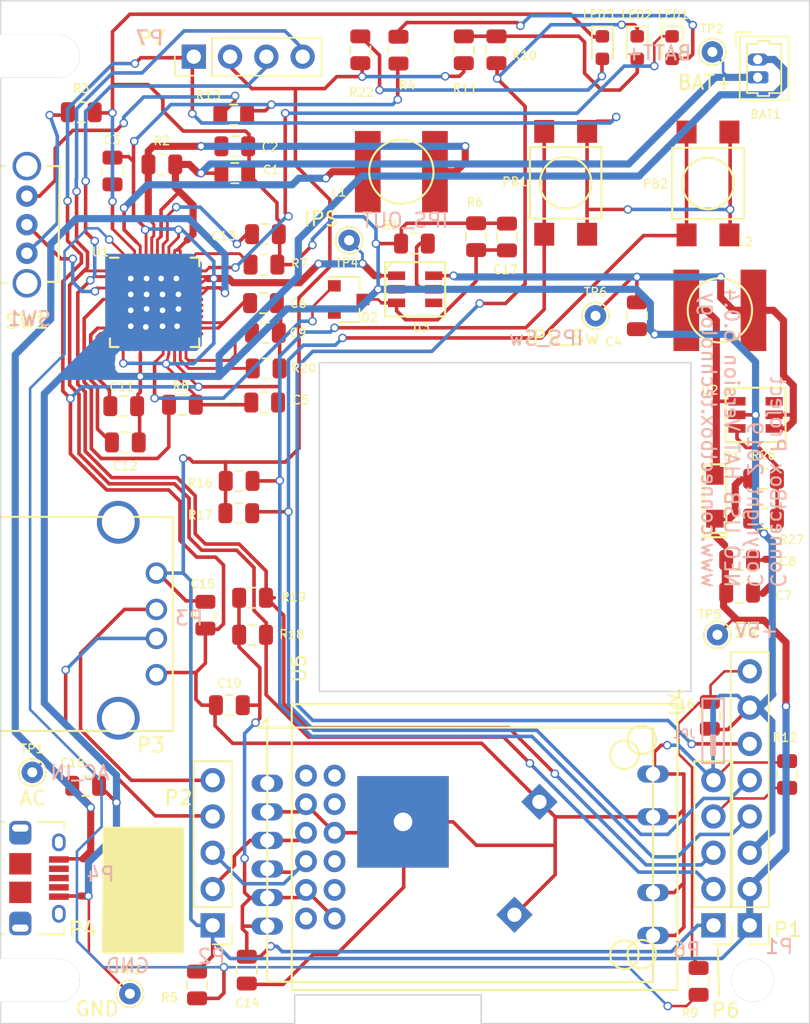
<source format=kicad_pcb>
(kicad_pcb (version 20171130) (host pcbnew "(6.0.0-rc1-dev-1413-ga48e89956)")
  (title_block (title "ConnectBox HAT") (date 2019-11-22) (rev 6.0.4))
  (layers (0 F.Cu signal hide) (31 B.Cu signal) (34 B.Paste user hide) (35 F.Paste user hide) (36 B.SilkS user) (37 F.SilkS user hide) (38 B.Mask user hide) (39 F.Mask user hide) (44 Edge.Cuts user))
  (net 0 "")
  (net 1 "Net-(L1-Pad2)")
  (net 2 "Net-(P2-Pad2)")
  (net 3 "Net-(P2-Pad3)")
  (net 4 "Net-(LED3-Pad2)")
  (net 5 "Net-(C2-Pad1)")
  (net 6 "Net-(C6-Pad2)")
  (net 7 "Net-(C9-Pad2)")
  (net 8 "Net-(D1-Pad2)")
  (net 9 /SDA)
  (net 10 /SCL)
  (net 11 "Net-(R7-Pad1)")
  (net 12 "Net-(R8-Pad1)")
  (net 13 "Net-(R20-Pad2)")
  (net 14 "Net-(R26-Pad2)")
  (net 15 /IPS_OUT)
  (net 16 /5V_OUT)
  (net 17 /AC_IN)
  (net 18 /A_GND)
  (net 19 /3v3)
  (net 20 "Net-(C11-Pad2)")
  (net 21 "Net-(C12-Pad2)")
  (net 22 "Net-(C13-Pad2)")
  (net 23 "Net-(C4-Pad1)")
  (net 24 "Net-(R1-Pad1)")
  (net 25 "Net-(P2-Pad4)")
  (net 26 /PG6)
  (net 27 /PG7)
  (net 28 "Net-(P2-Pad5)")
  (net 29 "Net-(C16-Pad2)")
  (net 30 "Net-(C17-Pad1)")
  (net 31 /PG11)
  (net 32 GND)
  (net 33 "/Power control/BAT+")
  (net 34 "/Power control/EXT_EN")
  (net 35 "/Power control/SW_ON")
  (net 36 "/Power control/IRQ")
  (net 37 "/Power control/SW_OFF")
  (net 38 "/Power control/SW_COM")
  (net 39 "Net-(LED1-Pad1)")
  (net 40 "Net-(LED1-Pad2)")
  (net 41 "Net-(LED2-Pad2)")
  (net 42 "Net-(LED2-Pad1)")
  (module CustomComponents:F12ASUM13-W2 (layer F.Cu) (at 163.7636 121.9416 270)
    (fp_text reference U5 (at -12.5 13 270) (layer F.SilkS))
    (fp_text value F12ASUM13-W2)
    (pad 6 thru_hole circle (at 5 10.5 270) (size 1.524 1.524) (drill 0.88) (layers *.Cu *.Mask) (net 19 /3v3))
    (pad 5 thru_hole circle (at 3 10.5 270) (size 1.524 1.524) (drill 0.88) (layers *.Cu *.Mask))
    (pad 4 thru_hole circle (at 1 10.5 270) (size 1.524 1.524) (drill 0.88) (layers *.Cu *.Mask))
    (pad 3 thru_hole circle (at -1 10.5 270) (size 1.524 1.524) (drill 0.88) (layers *.Cu *.Mask) (net 18 /A_GND))
    (pad 2 thru_hole circle (at -3 10.5 270) (size 1.524 1.524) (drill 0.88) (layers *.Cu *.Mask))
    (pad 1 thru_hole circle (at -5 10.5 270) (size 1.524 1.524) (drill 0.88) (layers *.Cu *.Mask))
    (pad 7 thru_hole circle (at -5 12.5 270) (size 1.524 1.524) (drill 0.88) (layers *.Cu *.Mask))
    (pad 12 thru_hole circle (at 5 12.5 270) (size 1.524 1.524) (drill 0.88) (layers *.Cu *.Mask))
    (pad 11 thru_hole circle (at 3 12.5 270) (size 1.524 1.524) (drill 0.88) (layers *.Cu *.Mask) (net 19 /3v3))
    (pad 10 thru_hole circle (at 1 12.5 270) (size 1.524 1.524) (drill 0.88) (layers *.Cu *.Mask) (net 3 "Net-(P2-Pad3)"))
    (pad 9 thru_hole circle (at -1 12.5 270) (size 1.524 1.524) (drill 0.88) (layers *.Cu *.Mask) (net 2 "Net-(P2-Pad2)"))
    (pad 8 thru_hole circle (at -3 12.5 270) (size 1.524 1.524) (drill 0.88) (layers *.Cu *.Mask) (net 18 /A_GND))
  )
  (module Resistor_SMD:R_0805_2012Metric (layer F.Cu) (at 158.8516 79.7052 180)
    (fp_text reference R1 (at 1.651 1.2954) (layer F.SilkS) (effects (font (size 0.6 0.6) (thickness 0.1))))
    (fp_text value 162)
    (pad 2 smd roundrect (at 0.9375 0 180) (size 0.975 1.4) (layers F.Cu F.Paste F.Mask) (net 32 GND))
    (pad 1 smd roundrect (at -0.9375 0 180) (size 0.975 1.4) (layers F.Cu F.Paste F.Mask) (net 24 "Net-(R1-Pad1)"))
  )
  (module Capacitor_SMD:C_0805_2012Metric (layer F.Cu) (at 165.3286 79.2457 90)
    (fp_text reference C17 (at -2.2883 -0.1016 180) (layer F.SilkS) (effects (font (size 0.6 0.6) (thickness 0.1))))
    (fp_text value 22uF)
    (pad 2 smd roundrect (at 0.9375 0 90) (size 0.975 1.4) (layers F.Cu F.Paste F.Mask) (net 32 GND))
    (pad 1 smd roundrect (at -0.9375 0 90) (size 0.975 1.4) (layers F.Cu F.Paste F.Mask) (net 30 "Net-(C17-Pad1)"))
  )
  (module CustomComponents:NetConnect (layer F.Cu) (at 179.7558 113.308 90)
    (fp_text reference JP1 (at -0.7126 -2.032 180) (layer B.SilkS) (effects (font (size 0.6 0.6) (thickness 0.1)) (justify mirror)))
    (fp_text value Jumper_NC_Small)
    (fp_line (start -1 0) (end 0 0) (layer B.Cu) (width 0.35))
    (pad 2 smd rect (at 0.5 0 90) (size 1.5 0.4) (layers B.Cu B.Paste B.Mask) (net 32 GND))
    (pad 1 smd rect (at -1.5 0 90) (size 1.5 0.4) (layers B.Cu B.Paste B.SilkS B.Mask) (net 18 /A_GND))
  )
  (module Connector_PinHeader_2.54mm:PinHeader_1x08_P2.54mm_Vertical (layer F.Cu) (at 182.3212 127.422 180)
    (fp_text reference P1 (at -2.667 -0.2892 180) (layer F.SilkS))
    (fp_text value Conn_01x08)
    (pad 1 thru_hole rect (at 0 0 180) (size 1.7 1.7) (drill 1) (layers *.Cu *.Mask) (net 16 /5V_OUT))
    (pad 2 thru_hole oval (at 0 2.54 180) (size 1.7 1.7) (drill 1) (layers *.Cu *.Mask) (net 16 /5V_OUT))
    (pad 3 thru_hole oval (at 0 5.08 180) (size 1.7 1.7) (drill 1) (layers *.Cu *.Mask) (net 32 GND))
    (pad 4 thru_hole oval (at 0 7.62 180) (size 1.7 1.7) (drill 1) (layers *.Cu *.Mask) (net 26 /PG6))
    (pad 5 thru_hole oval (at 0 10.16 180) (size 1.7 1.7) (drill 1) (layers *.Cu *.Mask) (net 27 /PG7))
    (pad 6 thru_hole oval (at 0 12.7 180) (size 1.7 1.7) (drill 1) (layers *.Cu *.Mask) (net 42 "Net-(LED2-Pad1)"))
    (pad 7 thru_hole oval (at 0 15.24 180) (size 1.7 1.7) (drill 1) (layers *.Cu *.Mask) (net 32 GND))
    (pad 8 thru_hole oval (at 0 17.78 180) (size 1.7 1.7) (drill 1) (layers *.Cu *.Mask) (net 29 "Net-(C16-Pad2)"))
  )
  (module CustomComponents:SPDT-OS10211 (layer F.Cu) (at 131.7244 78.3844 270)
    (fp_text reference SW1 (at 6.7564 0) (layer F.SilkS))
    (fp_text value SPDT-2C)
    (pad 1 thru_hole circle (at -2 0 270) (size 1.5 1.5) (drill 0.8) (layers *.Cu *.Mask) (net 37 "/Power control/SW_OFF"))
    (pad 2 thru_hole circle (at 0 0 270) (size 1.5 1.5) (drill 0.8) (layers *.Cu *.Mask) (net 38 "/Power control/SW_COM"))
    (pad 3 thru_hole circle (at 2 0 270) (size 1.5 1.5) (drill 0.8) (layers *.Cu *.Mask) (net 35 "/Power control/SW_ON"))
    (pad "" thru_hole circle (at -4.1 0 270) (size 2 2) (drill 1.5) (layers *.Cu *.Mask))
    (pad "" thru_hole circle (at 4.1 0 270) (size 2 2) (drill 1.5) (layers *.Cu *.Mask))
  )
  (module CustomComponents:SW-TL3305 (layer F.Cu) (at 169.4368 75.454 90)
    (fp_text reference PB1 (at 0.0762 -3.556 180) (layer F.SilkS) (effects (font (size 0.6 0.6) (thickness 0.1))))
    (fp_text value SPST-PUSH)
    (pad 1 smd rect (at -3.6 -1.5 90) (size 1.6 1.4) (layers F.Cu F.Paste F.Mask) (net 26 /PG6))
    (pad 2 smd rect (at -3.6 1.5 90) (size 1.6 1.4) (layers F.Cu F.Paste F.Mask) (net 18 /A_GND))
    (pad 1 smd rect (at 3.6 -1.5 90) (size 1.6 1.4) (layers F.Cu F.Paste F.Mask) (net 26 /PG6))
    (pad 2 smd rect (at 3.6 1.5 90) (size 1.6 1.4) (layers F.Cu F.Paste F.Mask) (net 18 /A_GND))
  )
  (module CustomComponents:SOT-23-6a (layer F.Cu) (at 182.7276 91.694)
    (fp_text reference U2 (at -3.2004 -1.7272) (layer F.SilkS) (effects (font (size 0.6 0.6) (thickness 0.1))))
    (fp_text value MT3608)
    (pad 1 smd rect (at -1.3 -0.95) (size 1.2 0.6) (layers F.Cu F.Paste F.Mask) (net 8 "Net-(D1-Pad2)"))
    (pad 2 smd rect (at -1.3 0) (size 1.2 0.6) (layers F.Cu F.Paste F.Mask) (net 32 GND))
    (pad 3 smd rect (at -1.3 0.95) (size 1.2 0.6) (layers F.Cu F.Paste F.Mask) (net 14 "Net-(R26-Pad2)"))
    (pad 4 smd rect (at 1.3 0.95) (size 1.2 0.6) (layers F.Cu F.Paste F.Mask) (net 23 "Net-(C4-Pad1)"))
    (pad 6 smd rect (at 1.3 -0.95) (size 1.2 0.6) (layers F.Cu F.Paste F.Mask))
    (pad 5 smd rect (at 1.3 0) (size 1.2 0.6) (layers F.Cu F.Paste F.Mask) (net 23 "Net-(C4-Pad1)"))
  )
  (module CustomComponents:SOT-23-6a (layer F.Cu) (at 158.9024 82.9056)
    (fp_text reference U3 (at 0.4318 2.667) (layer F.SilkS) (effects (font (size 0.6 0.6) (thickness 0.1))))
    (fp_text value MIC2019)
    (pad 1 smd rect (at -1.3 -0.95) (size 1.2 0.6) (layers F.Cu F.Paste F.Mask) (net 15 /IPS_OUT))
    (pad 2 smd rect (at -1.3 0) (size 1.2 0.6) (layers F.Cu F.Paste F.Mask) (net 32 GND))
    (pad 3 smd rect (at -1.3 0.95) (size 1.2 0.6) (layers F.Cu F.Paste F.Mask) (net 30 "Net-(C17-Pad1)"))
    (pad 4 smd rect (at 1.3 0.95) (size 1.2 0.6) (layers F.Cu F.Paste F.Mask))
    (pad 6 smd rect (at 1.3 -0.95) (size 1.2 0.6) (layers F.Cu F.Paste F.Mask) (net 23 "Net-(C4-Pad1)"))
    (pad 5 smd rect (at 1.3 0) (size 1.2 0.6) (layers F.Cu F.Paste F.Mask) (net 24 "Net-(R1-Pad1)"))
  )
  (module CustomComponents:INDUCTOR_SMD_6x6-1 (layer F.Cu) (at 157.9372 74.676 270)
    (fp_text reference L1 (at 1.4224 4.3688 180) (layer F.SilkS) (effects (font (size 0.6 0.6) (thickness 0.1))))
    (fp_text value "4.7 uH")
    (pad 1 smd rect (at 0 -2.35 270) (size 5.7 1.8) (layers F.Cu F.Paste F.Mask) (net 5 "Net-(C2-Pad1)"))
    (pad 2 smd rect (at 0 2.35 270) (size 5.7 1.8) (layers F.Cu F.Paste F.Mask) (net 1 "Net-(L1-Pad2)"))
  )
  (module CustomComponents:SOD-123FL (layer F.Cu) (at 179.8828 97.4584 90)
    (fp_text reference D1 (at 2.8688 1.1684 180) (layer F.SilkS) (effects (font (size 0.6 0.6) (thickness 0.1))))
    (fp_text value NRVTS260ESFT1G)
    (pad 1 smd rect (at -1.5 0 90) (size 1.25 1.22) (layers F.Cu F.Paste F.Mask) (net 16 /5V_OUT))
    (pad 2 smd rect (at 1.5 0 90) (size 1.25 1.22) (layers F.Cu F.Paste F.Mask) (net 8 "Net-(D1-Pad2)"))
  )
  (module CustomComponents:UQFN-48-1EP_6x6mm_Pitch0.4mm_75 (layer F.Cu) (at 140.6652 83.82)
    (fp_text reference U1 (at -3.7846 -3.5306) (layer F.SilkS) (effects (font (size 0.6 0.6) (thickness 0.1))))
    (fp_text value AXP209)
    (pad 1 smd rect (at -3 -2.2) (size 0.8 0.2) (layers F.Cu F.Paste F.Mask) (net 9 /SDA))
    (pad 2 smd rect (at -3 -1.8) (size 0.8 0.2) (layers F.Cu F.Paste F.Mask) (net 10 /SCL))
    (pad 3 smd rect (at -3 -1.4) (size 0.8 0.2) (layers F.Cu F.Paste F.Mask))
    (pad 4 smd rect (at -3 -1) (size 0.8 0.2) (layers F.Cu F.Paste F.Mask) (net 38 "/Power control/SW_COM"))
    (pad 5 smd rect (at -3 -0.6) (size 0.8 0.2) (layers F.Cu F.Paste F.Mask))
    (pad 6 smd rect (at -3 -0.2) (size 0.8 0.2) (layers F.Cu F.Paste F.Mask) (net 12 "Net-(R8-Pad1)"))
    (pad 7 smd rect (at -3 0.2) (size 0.8 0.2) (layers F.Cu F.Paste F.Mask))
    (pad 8 smd rect (at -3 0.6) (size 0.8 0.2) (layers F.Cu F.Paste F.Mask))
    (pad 9 smd rect (at -3 1) (size 0.8 0.2) (layers F.Cu F.Paste F.Mask) (net 32 GND))
    (pad 10 smd rect (at -3 1.4) (size 0.8 0.2) (layers F.Cu F.Paste F.Mask))
    (pad 11 smd rect (at -3 1.8) (size 0.8 0.2) (layers F.Cu F.Paste F.Mask) (net 21 "Net-(C12-Pad2)"))
    (pad 12 smd rect (at -3 2.2) (size 0.8 0.2) (layers F.Cu F.Paste F.Mask) (net 20 "Net-(C11-Pad2)"))
    (pad 13 smd rect (at -2.2 3 90) (size 0.8 0.2) (layers F.Cu F.Paste F.Mask) (net 15 /IPS_OUT))
    (pad 14 smd rect (at -1.8 3 90) (size 0.8 0.2) (layers F.Cu F.Paste F.Mask))
    (pad 15 smd rect (at -1.4 3 90) (size 0.8 0.2) (layers F.Cu F.Paste F.Mask))
    (pad 16 smd rect (at -1 3 90) (size 0.8 0.2) (layers F.Cu F.Paste F.Mask) (net 32 GND))
    (pad 17 smd rect (at -0.6 3 90) (size 0.8 0.2) (layers F.Cu F.Paste F.Mask))
    (pad 18 smd rect (at -0.2 3 90) (size 0.8 0.2) (layers F.Cu F.Paste F.Mask))
    (pad 19 smd rect (at 0.2 3 90) (size 0.8 0.2) (layers F.Cu F.Paste F.Mask))
    (pad 20 smd rect (at 0.6 3 90) (size 0.8 0.2) (layers F.Cu F.Paste F.Mask) (net 34 "/Power control/EXT_EN"))
    (pad 21 smd rect (at 1 3 90) (size 0.8 0.2) (layers F.Cu F.Paste F.Mask) (net 15 /IPS_OUT))
    (pad 22 smd rect (at 1.4 3 90) (size 0.8 0.2) (layers F.Cu F.Paste F.Mask) (net 18 /A_GND))
    (pad 23 smd rect (at 1.8 3 90) (size 0.8 0.2) (layers F.Cu F.Paste F.Mask) (net 13 "Net-(R20-Pad2)"))
    (pad 24 smd rect (at 2.2 3 90) (size 0.8 0.2) (layers F.Cu F.Paste F.Mask) (net 7 "Net-(C9-Pad2)"))
    (pad 25 smd rect (at 3 2.2) (size 0.8 0.2) (layers F.Cu F.Paste F.Mask))
    (pad 26 smd rect (at 3 1.8) (size 0.8 0.2) (layers F.Cu F.Paste F.Mask) (net 6 "Net-(C6-Pad2)"))
    (pad 27 smd rect (at 3 1.4) (size 0.8 0.2) (layers F.Cu F.Paste F.Mask) (net 6 "Net-(C6-Pad2)"))
    (pad 28 smd rect (at 3 1) (size 0.8 0.2) (layers F.Cu F.Paste F.Mask))
    (pad 29 smd rect (at 3 0.6) (size 0.8 0.2) (layers F.Cu F.Paste F.Mask))
    (pad 30 smd rect (at 3 0.2) (size 0.8 0.2) (layers F.Cu F.Paste F.Mask))
    (pad 31 smd rect (at 3 -0.2) (size 0.8 0.2) (layers F.Cu F.Paste F.Mask))
    (pad 32 smd rect (at 3 -0.6) (size 0.8 0.2) (layers F.Cu F.Paste F.Mask) (net 17 /AC_IN))
    (pad 33 smd rect (at 3 -1) (size 0.8 0.2) (layers F.Cu F.Paste F.Mask) (net 17 /AC_IN))
    (pad 34 smd rect (at 3 -1.4) (size 0.8 0.2) (layers F.Cu F.Paste F.Mask) (net 15 /IPS_OUT))
    (pad 35 smd rect (at 3 -1.8) (size 0.8 0.2) (layers F.Cu F.Paste F.Mask) (net 15 /IPS_OUT))
    (pad 36 smd rect (at 3 -2.2) (size 0.8 0.2) (layers F.Cu F.Paste F.Mask) (net 39 "Net-(LED1-Pad1)"))
    (pad 37 smd rect (at 2.2 -3 90) (size 0.8 0.2) (layers F.Cu F.Paste F.Mask) (net 11 "Net-(R7-Pad1)"))
    (pad 38 smd rect (at 1.8 -3 90) (size 0.8 0.2) (layers F.Cu F.Paste F.Mask) (net 33 "/Power control/BAT+"))
    (pad 39 smd rect (at 1.4 -3 90) (size 0.8 0.2) (layers F.Cu F.Paste F.Mask) (net 33 "/Power control/BAT+"))
    (pad 40 smd rect (at 1 -3 90) (size 0.8 0.2) (layers F.Cu F.Paste F.Mask) (net 15 /IPS_OUT))
    (pad 41 smd rect (at 0.6 -3 90) (size 0.8 0.2) (layers F.Cu F.Paste F.Mask) (net 22 "Net-(C13-Pad2)"))
    (pad 42 smd rect (at 0.2 -3 90) (size 0.8 0.2) (layers F.Cu F.Paste F.Mask) (net 33 "/Power control/BAT+"))
    (pad 43 smd rect (at -0.2 -3 90) (size 0.8 0.2) (layers F.Cu F.Paste F.Mask) (net 5 "Net-(C2-Pad1)"))
    (pad 44 smd rect (at -0.6 -3 90) (size 0.8 0.2) (layers F.Cu F.Paste F.Mask) (net 15 /IPS_OUT))
    (pad 45 smd rect (at -1 -3 90) (size 0.8 0.2) (layers F.Cu F.Paste F.Mask) (net 1 "Net-(L1-Pad2)"))
    (pad 46 smd rect (at -1.4 -3 90) (size 0.8 0.2) (layers F.Cu F.Paste F.Mask) (net 32 GND))
    (pad 47 smd rect (at -1.8 -3 90) (size 0.8 0.2) (layers F.Cu F.Paste F.Mask))
    (pad 48 smd rect (at -2.2 -3 90) (size 0.8 0.2) (layers F.Cu F.Paste F.Mask) (net 36 "/Power control/IRQ"))
    (pad 49 smd rect (at 1.66875 1.66875) (size 1.1125 1.1125) (layers F.Cu F.Paste F.Mask) (net 32 GND))
    (pad 49 smd rect (at 1.66875 0.55625) (size 1.1125 1.1125) (layers F.Cu F.Paste F.Mask) (net 32 GND))
    (pad 49 smd rect (at 1.66875 -0.55625) (size 1.1125 1.1125) (layers F.Cu F.Paste F.Mask) (net 32 GND))
    (pad 49 smd rect (at 1.66875 -1.66875) (size 1.1125 1.1125) (layers F.Cu F.Paste F.Mask) (net 32 GND))
    (pad 49 smd rect (at 0.55625 1.66875) (size 1.1125 1.1125) (layers F.Cu F.Paste F.Mask) (net 32 GND))
    (pad 49 smd rect (at 0.55625 0.55625) (size 1.1125 1.1125) (layers F.Cu F.Paste F.Mask) (net 32 GND))
    (pad 49 smd rect (at 0.55625 -0.55625) (size 1.1125 1.1125) (layers F.Cu F.Paste F.Mask) (net 32 GND))
    (pad 49 smd rect (at 0.55625 -1.66875) (size 1.1125 1.1125) (layers F.Cu F.Paste F.Mask) (net 32 GND))
    (pad 49 smd rect (at -0.55625 1.66875) (size 1.1125 1.1125) (layers F.Cu F.Paste F.Mask) (net 32 GND))
    (pad 49 smd rect (at -0.55625 0.55625) (size 1.1125 1.1125) (layers F.Cu F.Paste F.Mask) (net 32 GND))
    (pad 49 smd rect (at -0.55625 -0.55625) (size 1.1125 1.1125) (layers F.Cu F.Paste F.Mask) (net 32 GND))
    (pad 49 smd rect (at -0.55625 -1.66875) (size 1.1125 1.1125) (layers F.Cu F.Paste F.Mask) (net 32 GND))
    (pad 49 smd rect (at -1.66875 1.66875) (size 1.1125 1.1125) (layers F.Cu F.Paste F.Mask) (net 32 GND))
    (pad 49 smd rect (at -1.66875 0.55625) (size 1.1125 1.1125) (layers F.Cu F.Paste F.Mask) (net 32 GND))
    (pad 49 smd rect (at -1.66875 -0.55625) (size 1.1125 1.1125) (layers F.Cu F.Paste F.Mask) (net 32 GND))
    (pad 49 smd rect (at -1.66875 -1.66875) (size 1.1125 1.1125) (layers F.Cu F.Paste F.Mask) (net 32 GND))
  )
  (module CustomComponents:USB_A (layer F.Cu) (at 140.79008 102.76754 270)
    (fp_text reference P3 (at 12.04046 0.37888) (layer F.SilkS))
    (fp_text value USB_A_1)
    (pad 4 thru_hole circle (at 7.11286 -0.00212 180) (size 1.50114 1.50114) (drill 1.00076) (layers *.Cu *.Mask) (net 18 /A_GND))
    (pad 3 thru_hole circle (at 4.57286 -0.00212 180) (size 1.50114 1.50114) (drill 1.00076) (layers *.Cu *.Mask) (net 25 "Net-(P2-Pad4)"))
    (pad 2 thru_hole circle (at 2.54086 -0.00212 180) (size 1.50114 1.50114) (drill 1.00076) (layers *.Cu *.Mask) (net 28 "Net-(P2-Pad5)"))
    (pad 1 thru_hole circle (at 0.00086 -0.00212 180) (size 1.50114 1.50114) (drill 1.00076) (layers *.Cu *.Mask) (net 16 /5V_OUT))
    (pad "" thru_hole circle (at 10.16086 2.66488 180) (size 2.99974 2.99974) (drill 2.30124) (layers *.Cu *.Mask))
    (pad 5 thru_hole circle (at -3.55514 2.66488 180) (size 2.99974 2.99974) (drill 2.30124) (layers *.Cu *.Mask))
  )
  (module Connector_PinHeader_2.54mm:PinHeader_1x05_P2.54mm_Vertical (layer F.Cu) (at 179.7812 127.422 180)
    (fp_text reference P6 (at -0.8636 -5.9534 180) (layer F.SilkS))
    (fp_text value Conn_01x05)
    (pad 1 thru_hole rect (at 0 0 180) (size 1.7 1.7) (drill 1) (layers *.Cu *.Mask) (net 19 /3v3))
    (pad 2 thru_hole oval (at 0 2.54 180) (size 1.7 1.7) (drill 1) (layers *.Cu *.Mask) (net 9 /SDA))
    (pad 3 thru_hole oval (at 0 5.08 180) (size 1.7 1.7) (drill 1) (layers *.Cu *.Mask) (net 10 /SCL))
    (pad 4 thru_hole oval (at 0 7.62 180) (size 1.7 1.7) (drill 1) (layers *.Cu *.Mask) (net 31 /PG11))
    (pad 5 thru_hole oval (at 0 10.16 180) (size 1.7 1.7) (drill 1) (layers *.Cu *.Mask) (net 18 /A_GND))
  )
  (module Connector_PinHeader_2.54mm:PinHeader_1x05_P2.54mm_Vertical (layer F.Cu) (at 144.7292 127.422 180)
    (fp_text reference P2 (at 2.3876 8.931 180) (layer F.SilkS))
    (fp_text value Conn_01x05)
    (pad 1 thru_hole rect (at 0 0 180) (size 1.7 1.7) (drill 1) (layers *.Cu *.Mask) (net 16 /5V_OUT))
    (pad 2 thru_hole oval (at 0 2.54 180) (size 1.7 1.7) (drill 1) (layers *.Cu *.Mask) (net 2 "Net-(P2-Pad2)"))
    (pad 3 thru_hole oval (at 0 5.08 180) (size 1.7 1.7) (drill 1) (layers *.Cu *.Mask) (net 3 "Net-(P2-Pad3)"))
    (pad 4 thru_hole oval (at 0 7.62 180) (size 1.7 1.7) (drill 1) (layers *.Cu *.Mask) (net 25 "Net-(P2-Pad4)"))
    (pad 5 thru_hole oval (at 0 10.16 180) (size 1.7 1.7) (drill 1) (layers *.Cu *.Mask) (net 28 "Net-(P2-Pad5)"))
  )
  (module "CustomComponents:Molex PicoBlade 53047-0210 - (swapped pins)" (layer F.Cu) (at 182.88 66.822 270)
    (fp_text reference BAT1 (at 3.8408 -0.5588) (layer F.SilkS) (effects (font (size 0.6 0.6) (thickness 0.1))))
    (fp_text value "Molex PicoBlade 53047-0210")
    (pad 2 thru_hole oval (at 0 0 270) (size 0.85 1.5) (drill 0.65) (layers *.Cu *.Mask) (net 32 GND))
    (pad 1 thru_hole roundrect (at 1.25 0 270) (size 0.85 1.5) (drill 0.65) (layers *.Cu *.Mask) (net 33 "/Power control/BAT+"))
  )
  (module Resistor_SMD:R_0805_2012Metric (layer F.Cu) (at 143.637 131.5951 270)
    (fp_text reference R5 (at 0.8913 1.9304) (layer F.SilkS) (effects (font (size 0.6 0.6) (thickness 0.1))))
    (fp_text value 51K)
    (pad 1 smd roundrect (at -0.9375 0 270) (size 0.975 1.4) (layers F.Cu F.Paste F.Mask) (net 16 /5V_OUT))
    (pad 2 smd roundrect (at 0.9375 0 270) (size 0.975 1.4) (layers F.Cu F.Paste F.Mask) (net 36 "/Power control/IRQ"))
  )
  (module Resistor_SMD:R_0805_2012Metric (layer F.Cu) (at 163.1696 79.2203 90)
    (fp_text reference R6 (at 2.4107 -0.0762 180) (layer F.SilkS) (effects (font (size 0.6 0.6) (thickness 0.1))))
    (fp_text value 220K)
    (pad 2 smd roundrect (at 0.9375 0 90) (size 0.975 1.4) (layers F.Cu F.Paste F.Mask) (net 32 GND))
    (pad 1 smd roundrect (at -0.9375 0 90) (size 0.975 1.4) (layers F.Cu F.Paste F.Mask) (net 30 "Net-(C17-Pad1)"))
  )
  (module Diode_SMD:D_SOT-23_ANK (layer F.Cu) (at 154.2448 83.6168)
    (fp_text reference D2 (at 1.4826 1.27) (layer F.SilkS) (effects (font (size 0.6 0.6) (thickness 0.1))))
    (fp_text value MMBD914)
    (pad 2 smd rect (at -1 -0.95) (size 0.9 0.8) (layers F.Cu F.Paste F.Mask) (net 34 "/Power control/EXT_EN"))
    (pad "" smd rect (at -1 0.95) (size 0.9 0.8) (layers F.Cu F.Paste F.Mask))
    (pad 1 smd rect (at 1 0) (size 0.9 0.8) (layers F.Cu F.Paste F.Mask) (net 30 "Net-(C17-Pad1)"))
  )
  (module TestPoint:TestPoint_THTPad_D1.5mm_Drill0.7mm (layer F.Cu) (at 132.1054 116.713)
    (fp_text reference TP1 (at 0 -1.648) (layer F.SilkS) (effects (font (size 0.6 0.6) (thickness 0.1))))
    (fp_text value AC_IN)
    (pad 1 thru_hole circle (at 0 0) (size 1.5 1.5) (drill 0.7) (layers *.Cu *.Mask) (net 17 /AC_IN))
  )
  (module TestPoint:TestPoint_THTPad_D1.5mm_Drill0.7mm (layer F.Cu) (at 179.705 66.294)
    (fp_text reference TP2 (at -0.0254 -1.6256) (layer F.SilkS) (effects (font (size 0.6 0.6) (thickness 0.1))))
    (fp_text value Bat+)
    (pad 1 thru_hole circle (at 0 0) (size 1.5 1.5) (drill 0.7) (layers *.Cu *.Mask) (net 33 "/Power control/BAT+"))
  )
  (module TestPoint:TestPoint_THTPad_D1.5mm_Drill0.7mm (layer F.Cu) (at 138.938 132.207)
    (fp_text reference TP3 (at 0 -1.648) (layer F.SilkS) (effects (font (size 0.6 0.6) (thickness 0.1))))
    (fp_text value Gnd)
    (pad 1 thru_hole circle (at 0 0) (size 1.5 1.5) (drill 0.7) (layers *.Cu *.Mask) (net 32 GND))
  )
  (module TestPoint:TestPoint_THTPad_D1.5mm_Drill0.7mm (layer F.Cu) (at 154.2796 79.4766)
    (fp_text reference TP4 (at -0.1524 1.5748) (layer F.SilkS) (effects (font (size 0.6 0.6) (thickness 0.1))))
    (fp_text value IPS)
    (pad 1 thru_hole circle (at 0 0) (size 1.5 1.5) (drill 0.7) (layers *.Cu *.Mask) (net 15 /IPS_OUT))
  )
  (module TestPoint:TestPoint_THTPad_D1.5mm_Drill0.7mm (layer F.Cu) (at 180.0606 107.0864)
    (fp_text reference TP5 (at -0.5334 -1.4224) (layer F.SilkS) (effects (font (size 0.6 0.6) (thickness 0.1))))
    (fp_text value 5V)
    (pad 1 thru_hole circle (at 0 0) (size 1.5 1.5) (drill 0.7) (layers *.Cu *.Mask) (net 16 /5V_OUT))
  )
  (module Resistor_SMD:R_0805_2012Metric (layer F.Cu) (at 184.9374 116.8654 90)
    (fp_text reference R12 (at 2.5908 -0.1524 180) (layer F.SilkS) (effects (font (size 0.6 0.6) (thickness 0.1))))
    (fp_text value 2.2K)
    (pad 1 smd roundrect (at -0.9375 0 90) (size 0.975 1.4) (layers F.Cu F.Paste F.Mask) (net 31 /PG11))
    (pad 2 smd roundrect (at 0.9375 0 90) (size 0.975 1.4) (layers F.Cu F.Paste F.Mask) (net 18 /A_GND))
  )
  (module Capacitor_SMD:C_0805_2012Metric (layer F.Cu) (at 146.2786 74.7776)
    (fp_text reference C1 (at 2.54 -0.2286) (layer F.SilkS) (effects (font (size 0.6 0.6) (thickness 0.1))))
    (fp_text value 10uF)
    (pad 1 smd roundrect (at -0.9375 0) (size 0.975 1.4) (layers F.Cu F.Paste F.Mask) (net 33 "/Power control/BAT+"))
    (pad 2 smd roundrect (at 0.9375 0) (size 0.975 1.4) (layers F.Cu F.Paste F.Mask) (net 32 GND))
  )
  (module Capacitor_SMD:C_0805_2012Metric (layer F.Cu) (at 146.2786 72.898)
    (fp_text reference C2 (at 2.4638 0.0508) (layer F.SilkS) (effects (font (size 0.6 0.6) (thickness 0.1))))
    (fp_text value 10uF)
    (pad 1 smd roundrect (at -0.9375 0) (size 0.975 1.4) (layers F.Cu F.Paste F.Mask) (net 5 "Net-(C2-Pad1)"))
    (pad 2 smd roundrect (at 0.9375 0) (size 0.975 1.4) (layers F.Cu F.Paste F.Mask) (net 32 GND))
  )
  (module Capacitor_SMD:C_0805_2012Metric (layer F.Cu) (at 137.7188 74.6252 270)
    (fp_text reference C3 (at -2.159 0.0254) (layer F.SilkS) (effects (font (size 0.6 0.6) (thickness 0.1))))
    (fp_text value 10uF)
    (pad 1 smd roundrect (at -0.9375 0 270) (size 0.975 1.4) (layers F.Cu F.Paste F.Mask) (net 15 /IPS_OUT))
    (pad 2 smd roundrect (at 0.9375 0 270) (size 0.975 1.4) (layers F.Cu F.Paste F.Mask) (net 32 GND))
  )
  (module Capacitor_SMD:C_0805_2012Metric (layer F.Cu) (at 174.4218 84.7598 270)
    (fp_text reference C4 (at 1.8288 1.6256) (layer F.SilkS) (effects (font (size 0.6 0.6) (thickness 0.1))))
    (fp_text value 10uF)
    (pad 2 smd roundrect (at 0.9375 0 270) (size 0.975 1.4) (layers F.Cu F.Paste F.Mask) (net 32 GND))
    (pad 1 smd roundrect (at -0.9375 0 270) (size 0.975 1.4) (layers F.Cu F.Paste F.Mask) (net 23 "Net-(C4-Pad1)"))
  )
  (module Capacitor_SMD:C_0805_2012Metric (layer F.Cu) (at 148.3708 90.8304 180)
    (fp_text reference C5 (at -2.5306 0.1778 180) (layer F.SilkS) (effects (font (size 0.6 0.6) (thickness 0.1))))
    (fp_text value 10uF)
    (pad 2 smd roundrect (at 0.9375 0 180) (size 0.975 1.4) (layers F.Cu F.Paste F.Mask) (net 15 /IPS_OUT))
    (pad 1 smd roundrect (at -0.9375 0 180) (size 0.975 1.4) (layers F.Cu F.Paste F.Mask) (net 18 /A_GND))
  )
  (module Capacitor_SMD:C_0805_2012Metric (layer F.Cu) (at 148.2852 83.8708 180)
    (fp_text reference C6 (at -2.4384 -0.0254 180) (layer F.SilkS) (effects (font (size 0.6 0.6) (thickness 0.1))))
    (fp_text value 1uF)
    (pad 2 smd roundrect (at 0.9375 0 180) (size 0.975 1.4) (layers F.Cu F.Paste F.Mask) (net 6 "Net-(C6-Pad2)"))
    (pad 1 smd roundrect (at -0.9375 0 180) (size 0.975 1.4) (layers F.Cu F.Paste F.Mask) (net 18 /A_GND))
  )
  (module Capacitor_SMD:C_0805_2012Metric (layer F.Cu) (at 181.61 104.14)
    (fp_text reference C7 (at 3.0734 0.2032) (layer F.SilkS) (effects (font (size 0.6 0.6) (thickness 0.1))))
    (fp_text value 22uF)
    (pad 2 smd roundrect (at 0.9375 0) (size 0.975 1.4) (layers F.Cu F.Paste F.Mask) (net 32 GND))
    (pad 1 smd roundrect (at -0.9375 0) (size 0.975 1.4) (layers F.Cu F.Paste F.Mask) (net 16 /5V_OUT))
  )
  (module Capacitor_SMD:C_0805_2012Metric (layer F.Cu) (at 181.61 101.854)
    (fp_text reference C8 (at 3.3782 0.1016) (layer F.SilkS) (effects (font (size 0.6 0.6) (thickness 0.1))))
    (fp_text value 22uF)
    (pad 1 smd roundrect (at -0.9375 0) (size 0.975 1.4) (layers F.Cu F.Paste F.Mask) (net 16 /5V_OUT))
    (pad 2 smd roundrect (at 0.9375 0) (size 0.975 1.4) (layers F.Cu F.Paste F.Mask) (net 32 GND))
  )
  (module Capacitor_SMD:C_0805_2012Metric (layer F.Cu) (at 148.4216 85.9536 180)
    (fp_text reference C9 (at -2.2766 0 180) (layer F.SilkS) (effects (font (size 0.6 0.6) (thickness 0.1))))
    (fp_text value 1uF)
    (pad 1 smd roundrect (at -0.9375 0 180) (size 0.975 1.4) (layers F.Cu F.Paste F.Mask) (net 18 /A_GND))
    (pad 2 smd roundrect (at 0.9375 0 180) (size 0.975 1.4) (layers F.Cu F.Paste F.Mask) (net 7 "Net-(C9-Pad2)"))
  )
  (module Capacitor_SMD:C_0805_2012Metric (layer F.Cu) (at 145.8976 112.014 180)
    (fp_text reference C10 (at 0 1.5494 180) (layer F.SilkS) (effects (font (size 0.6 0.6) (thickness 0.1))))
    (fp_text value 1uF)
    (pad 2 smd roundrect (at 0.9375 0 180) (size 0.975 1.4) (layers F.Cu F.Paste F.Mask) (net 18 /A_GND))
    (pad 1 smd roundrect (at -0.9375 0 180) (size 0.975 1.4) (layers F.Cu F.Paste F.Mask) (net 19 /3v3))
  )
  (module Capacitor_SMD:C_0805_2012Metric (layer F.Cu) (at 138.5062 91.0844 180)
    (fp_text reference C11 (at 0.127 1.3462 180) (layer F.SilkS) (effects (font (size 0.6 0.6) (thickness 0.1))))
    (fp_text value 4.7uF)
    (pad 1 smd roundrect (at -0.9375 0 180) (size 0.975 1.4) (layers F.Cu F.Paste F.Mask) (net 32 GND))
    (pad 2 smd roundrect (at 0.9375 0 180) (size 0.975 1.4) (layers F.Cu F.Paste F.Mask) (net 20 "Net-(C11-Pad2)"))
  )
  (module Capacitor_SMD:C_0805_2012Metric (layer F.Cu) (at 138.6172 93.6244 180)
    (fp_text reference C12 (at 0 -1.65 180) (layer F.SilkS) (effects (font (size 0.6 0.6) (thickness 0.1))))
    (fp_text value 4.7uF)
    (pad 2 smd roundrect (at 0.9375 0 180) (size 0.975 1.4) (layers F.Cu F.Paste F.Mask) (net 21 "Net-(C12-Pad2)"))
    (pad 1 smd roundrect (at -0.9375 0 180) (size 0.975 1.4) (layers F.Cu F.Paste F.Mask) (net 32 GND))
  )
  (module Capacitor_SMD:C_0805_2012Metric (layer F.Cu) (at 148.4216 79.0448 180)
    (fp_text reference C13 (at 2.9304 -0.127 180) (layer F.SilkS) (effects (font (size 0.6 0.6) (thickness 0.1))))
    (fp_text value 4.7uF)
    (pad 1 smd roundrect (at -0.9375 0 180) (size 0.975 1.4) (layers F.Cu F.Paste F.Mask) (net 32 GND))
    (pad 2 smd roundrect (at 0.9375 0 180) (size 0.975 1.4) (layers F.Cu F.Paste F.Mask) (net 22 "Net-(C13-Pad2)"))
  )
  (module Capacitor_SMD:C_0805_2012Metric (layer F.Cu) (at 147.1168 130.556 270)
    (fp_text reference C14 (at 2.286 -0.0508) (layer F.SilkS) (effects (font (size 0.6 0.6) (thickness 0.1))))
    (fp_text value 22uF)
    (pad 2 smd roundrect (at 0.9375 0 270) (size 0.975 1.4) (layers F.Cu F.Paste F.Mask) (net 18 /A_GND))
    (pad 1 smd roundrect (at -0.9375 0 270) (size 0.975 1.4) (layers F.Cu F.Paste F.Mask) (net 19 /3v3))
  )
  (module Capacitor_SMD:C_0805_2012Metric (layer F.Cu) (at 144.2212 105.7148 90)
    (fp_text reference C15 (at 2.1844 -0.1778 180) (layer F.SilkS) (effects (font (size 0.6 0.6) (thickness 0.1))))
    (fp_text value 22uF)
    (pad 1 smd roundrect (at -0.9375 0 90) (size 0.975 1.4) (layers F.Cu F.Paste F.Mask) (net 18 /A_GND))
    (pad 2 smd roundrect (at 0.9375 0 90) (size 0.975 1.4) (layers F.Cu F.Paste F.Mask) (net 16 /5V_OUT))
  )
  (module Resistor_SMD:R_0805_2012Metric (layer F.Cu) (at 141.1732 74.168 180)
    (fp_text reference R2 (at 0 1.651 180) (layer F.SilkS) (effects (font (size 0.6 0.6) (thickness 0.1))))
    (fp_text value "0.03 ohm")
    (pad 1 smd roundrect (at -0.9375 0 180) (size 0.975 1.4) (layers F.Cu F.Paste F.Mask) (net 33 "/Power control/BAT+"))
    (pad 2 smd roundrect (at 0.9375 0 180) (size 0.975 1.4) (layers F.Cu F.Paste F.Mask) (net 5 "Net-(C2-Pad1)"))
  )
  (module Resistor_SMD:R_0805_2012Metric (layer F.Cu) (at 135.5344 70.5104)
    (fp_text reference R3 (at 0 -1.65) (layer F.SilkS) (effects (font (size 0.6 0.6) (thickness 0.1))))
    (fp_text value 1K)
    (pad 1 smd roundrect (at -0.9375 0) (size 0.975 1.4) (layers F.Cu F.Paste F.Mask) (net 35 "/Power control/SW_ON"))
    (pad 2 smd roundrect (at 0.9375 0) (size 0.975 1.4) (layers F.Cu F.Paste F.Mask) (net 32 GND))
  )
  (module Resistor_SMD:R_0805_2012Metric (layer F.Cu) (at 157.734 66.167 90)
    (fp_text reference R4 (at -2.4638 0.6096 180) (layer F.SilkS) (effects (font (size 0.6 0.6) (thickness 0.1))))
    (fp_text value 1.8K)
    (pad 2 smd roundrect (at 0.9375 0 90) (size 0.975 1.4) (layers F.Cu F.Paste F.Mask) (net 40 "Net-(LED1-Pad2)"))
    (pad 1 smd roundrect (at -0.9375 0 90) (size 0.975 1.4) (layers F.Cu F.Paste F.Mask) (net 15 /IPS_OUT))
  )
  (module Resistor_SMD:R_0805_2012Metric (layer F.Cu) (at 148.3208 81.1784)
    (fp_text reference R7 (at 2.479 -0.0762) (layer F.SilkS) (effects (font (size 0.6 0.6) (thickness 0.1))))
    (fp_text value 100)
    (pad 1 smd roundrect (at -0.9375 0) (size 0.975 1.4) (layers F.Cu F.Paste F.Mask) (net 11 "Net-(R7-Pad1)"))
    (pad 2 smd roundrect (at 0.9375 0) (size 0.975 1.4) (layers F.Cu F.Paste F.Mask) (net 32 GND))
  )
  (module Resistor_SMD:R_0805_2012Metric (layer F.Cu) (at 142.6108 90.9828)
    (fp_text reference R8 (at -0.0914 -1.3208) (layer F.SilkS) (effects (font (size 0.6 0.6) (thickness 0.1))))
    (fp_text value 10K)
    (pad 1 smd roundrect (at -0.9375 0) (size 0.975 1.4) (layers F.Cu F.Paste F.Mask) (net 12 "Net-(R8-Pad1)"))
    (pad 2 smd roundrect (at 0.9375 0) (size 0.975 1.4) (layers F.Cu F.Paste F.Mask) (net 15 /IPS_OUT))
  )
  (module Resistor_SMD:R_0805_2012Metric (layer F.Cu) (at 164.592 66.1416 270)
    (fp_text reference R10 (at 0.381 -1.9558) (layer F.SilkS) (effects (font (size 0.6 0.6) (thickness 0.1))))
    (fp_text value 1K)
    (pad 1 smd roundrect (at -0.9375 0 270) (size 0.975 1.4) (layers F.Cu F.Paste F.Mask) (net 41 "Net-(LED2-Pad2)"))
    (pad 2 smd roundrect (at 0.9375 0 270) (size 0.975 1.4) (layers F.Cu F.Paste F.Mask) (net 42 "Net-(LED2-Pad1)"))
  )
  (module Resistor_SMD:R_0805_2012Metric (layer F.Cu) (at 162.306 66.1416 90)
    (fp_text reference R11 (at -2.7178 0.1016 180) (layer F.SilkS) (effects (font (size 0.6 0.6) (thickness 0.1))))
    (fp_text value 1K)
    (pad 2 smd roundrect (at 0.9375 0 90) (size 0.975 1.4) (layers F.Cu F.Paste F.Mask) (net 41 "Net-(LED2-Pad2)"))
    (pad 1 smd roundrect (at -0.9375 0 90) (size 0.975 1.4) (layers F.Cu F.Paste F.Mask) (net 16 /5V_OUT))
  )
  (module Resistor_SMD:R_0805_2012Metric (layer F.Cu) (at 146.5834 96.3168 180)
    (fp_text reference R16 (at 2.7178 -0.1524 180) (layer F.SilkS) (effects (font (size 0.6 0.6) (thickness 0.1))))
    (fp_text value 10K)
    (pad 1 smd roundrect (at -0.9375 0 180) (size 0.975 1.4) (layers F.Cu F.Paste F.Mask) (net 26 /PG6))
    (pad 2 smd roundrect (at 0.9375 0 180) (size 0.975 1.4) (layers F.Cu F.Paste F.Mask) (net 16 /5V_OUT))
  )
  (module Resistor_SMD:R_0805_2012Metric (layer F.Cu) (at 146.558 98.5774 180)
    (fp_text reference R17 (at 2.6924 -0.127 180) (layer F.SilkS) (effects (font (size 0.6 0.6) (thickness 0.1))))
    (fp_text value 10K)
    (pad 2 smd roundrect (at 0.9375 0 180) (size 0.975 1.4) (layers F.Cu F.Paste F.Mask) (net 16 /5V_OUT))
    (pad 1 smd roundrect (at -0.9375 0 180) (size 0.975 1.4) (layers F.Cu F.Paste F.Mask) (net 27 /PG7))
  )
  (module Resistor_SMD:R_0805_2012Metric (layer F.Cu) (at 147.5232 107.0864 180)
    (fp_text reference R18 (at -2.7432 0.0254 180) (layer F.SilkS) (effects (font (size 0.6 0.6) (thickness 0.1))))
    (fp_text value 2.2K)
    (pad 2 smd roundrect (at 0.9375 0 180) (size 0.975 1.4) (layers F.Cu F.Paste F.Mask) (net 19 /3v3))
    (pad 1 smd roundrect (at -0.9375 0 180) (size 0.975 1.4) (layers F.Cu F.Paste F.Mask) (net 9 /SDA))
  )
  (module Resistor_SMD:R_0805_2012Metric (layer F.Cu) (at 147.5232 104.4956 180)
    (fp_text reference R19 (at -2.8702 0.0508 180) (layer F.SilkS) (effects (font (size 0.6 0.6) (thickness 0.1))))
    (fp_text value 2.2K)
    (pad 1 smd roundrect (at -0.9375 0 180) (size 0.975 1.4) (layers F.Cu F.Paste F.Mask) (net 10 /SCL))
    (pad 2 smd roundrect (at 0.9375 0 180) (size 0.975 1.4) (layers F.Cu F.Paste F.Mask) (net 19 /3v3))
  )
  (module Resistor_SMD:R_0805_2012Metric (layer F.Cu) (at 148.4732 88.4428 180)
    (fp_text reference R20 (at -2.6314 0.0254 180) (layer F.SilkS) (effects (font (size 0.6 0.6) (thickness 0.1))))
    (fp_text value 200K)
    (pad 2 smd roundrect (at 0.9375 0 180) (size 0.975 1.4) (layers F.Cu F.Paste F.Mask) (net 13 "Net-(R20-Pad2)"))
    (pad 1 smd roundrect (at -0.9375 0 180) (size 0.975 1.4) (layers F.Cu F.Paste F.Mask) (net 18 /A_GND))
  )
  (module Resistor_SMD:R_0805_2012Metric (layer F.Cu) (at 155.067 66.1416 90)
    (fp_text reference R22 (at -2.9718 0.0762 180) (layer F.SilkS) (effects (font (size 0.6 0.6) (thickness 0.1))))
    (fp_text value 1K)
    (pad 2 smd roundrect (at 0.9375 0 90) (size 0.975 1.4) (layers F.Cu F.Paste F.Mask) (net 4 "Net-(LED3-Pad2)"))
    (pad 1 smd roundrect (at -0.9375 0 90) (size 0.975 1.4) (layers F.Cu F.Paste F.Mask) (net 16 /5V_OUT))
  )
  (module Resistor_SMD:R_0805_2012Metric (layer F.Cu) (at 183.2864 96.1644)
    (fp_text reference R26 (at 0 -1.65) (layer F.SilkS) (effects (font (size 0.6 0.6) (thickness 0.1))))
    (fp_text value 200K)
    (pad 1 smd roundrect (at -0.9375 0) (size 0.975 1.4) (layers F.Cu F.Paste F.Mask) (net 16 /5V_OUT))
    (pad 2 smd roundrect (at 0.9375 0) (size 0.975 1.4) (layers F.Cu F.Paste F.Mask) (net 14 "Net-(R26-Pad2)"))
  )
  (module Resistor_SMD:R_0805_2012Metric (layer F.Cu) (at 183.2864 98.9584 180)
    (fp_text reference R27 (at -1.9558 -1.4732 180) (layer F.SilkS) (effects (font (size 0.6 0.6) (thickness 0.1))))
    (fp_text value 27.0K)
    (pad 2 smd roundrect (at 0.9375 0 180) (size 0.975 1.4) (layers F.Cu F.Paste F.Mask) (net 32 GND))
    (pad 1 smd roundrect (at -0.9375 0 180) (size 0.975 1.4) (layers F.Cu F.Paste F.Mask) (net 14 "Net-(R26-Pad2)"))
  )
  (module Capacitor_SMD:C_0805_2012Metric (layer F.Cu) (at 179.5272 112.7252 90)
    (fp_text reference C16 (at 0.7874 -1.9304) (layer F.SilkS) (effects (font (size 0.6 0.6) (thickness 0.1))))
    (fp_text value 10uF)
    (pad 1 smd roundrect (at -0.9375 0 90) (size 0.975 1.4) (layers F.Cu F.Paste F.Mask) (net 32 GND))
    (pad 2 smd roundrect (at 0.9375 0 90) (size 0.975 1.4) (layers F.Cu F.Paste F.Mask) (net 29 "Net-(C16-Pad2)"))
  )
  (module CustomComponents:INDUCTOR_SMD_6x6-1 (layer F.Cu) (at 180.2318 84.3774 270)
    (fp_text reference L2 (at -4.8006 -1.7912 180) (layer F.SilkS) (effects (font (size 0.6 0.6) (thickness 0.1))))
    (fp_text value "4.7 uH")
    (pad 1 smd rect (at 0 -2.35 270) (size 5.7 1.8) (layers F.Cu F.Paste F.Mask) (net 23 "Net-(C4-Pad1)"))
    (pad 2 smd rect (at 0 2.35 270) (size 5.7 1.8) (layers F.Cu F.Paste F.Mask) (net 8 "Net-(D1-Pad2)"))
  )
  (module CustomComponents:SW-TL3305 (layer F.Cu) (at 179.3988 75.498 90)
    (fp_text reference PB2 (at -0.0322 -3.6816 180) (layer F.SilkS) (effects (font (size 0.6 0.6) (thickness 0.1))))
    (fp_text value SPST-PUSH)
    (pad 1 smd rect (at -3.6 -1.5 90) (size 1.6 1.4) (layers F.Cu F.Paste F.Mask) (net 27 /PG7))
    (pad 2 smd rect (at -3.6 1.5 90) (size 1.6 1.4) (layers F.Cu F.Paste F.Mask) (net 18 /A_GND))
    (pad 1 smd rect (at 3.6 -1.5 90) (size 1.6 1.4) (layers F.Cu F.Paste F.Mask) (net 27 /PG7))
    (pad 2 smd rect (at 3.6 1.5 90) (size 1.6 1.4) (layers F.Cu F.Paste F.Mask) (net 18 /A_GND))
  )
  (module Resistor_SMD:R_0805_2012Metric (layer F.Cu) (at 178.7398 131.3434 90)
    (fp_text reference R9 (at -2.2098 -0.6096 180) (layer F.SilkS) (effects (font (size 0.6 0.6) (thickness 0.1))))
    (fp_text value 1K)
    (pad 1 smd roundrect (at -0.9375 0 90) (size 0.975 1.4) (layers F.Cu F.Paste F.Mask) (net 36 "/Power control/IRQ"))
    (pad 2 smd roundrect (at 0.9375 0 90) (size 0.975 1.4) (layers F.Cu F.Paste F.Mask) (net 29 "Net-(C16-Pad2)"))
  )
  (module Connector_PinHeader_2.54mm:PinHeader_1x04_P2.54mm_Vertical (layer F.Cu) (at 143.4084 66.6244 90)
    (fp_text reference P7 (at 1.2956 -2.9464 180) (layer F.SilkS))
    (fp_text value Conn_01x04)
    (pad 1 thru_hole rect (at 0 0 90) (size 1.7 1.7) (drill 1) (layers *.Cu *.Mask) (net 18 /A_GND))
    (pad 2 thru_hole oval (at 0 2.54 90) (size 1.7 1.7) (drill 1) (layers *.Cu *.Mask) (net 16 /5V_OUT))
    (pad 3 thru_hole oval (at 0 5.08 90) (size 1.7 1.7) (drill 1) (layers *.Cu *.Mask) (net 10 /SCL))
    (pad 4 thru_hole oval (at 0 7.62 90) (size 1.7 1.7) (drill 1) (layers *.Cu *.Mask) (net 9 /SDA))
  )
  (module MountingHole:MountingHole_3mm (layer F.Cu) (at 183.8706 131.445)
    (fp_text reference REF** hide)
    (fp_text value MountingHole_3mm)
    (pad 1 thru_hole circle (at -1.3462 -0.1778) (size 3 3) (drill 3) (layers *.Cu F.Mask))
  )
  (module TestPoint:TestPoint_THTPad_D1.5mm_Drill0.7mm (layer F.Cu) (at 171.5262 84.7598)
    (fp_text reference TP6 (at 0 -1.648) (layer F.SilkS) (effects (font (size 0.6 0.6) (thickness 0.1))))
    (fp_text value IPS_Sw)
    (pad 1 thru_hole circle (at 0 0) (size 1.5 1.5) (drill 0.7) (layers *.Cu *.Mask) (net 23 "Net-(C4-Pad1)"))
  )
  (module CustomComponents:USB_Micro-B-TH-mount (layer F.Cu) (at 132.6372 124.1138)
    (fp_text reference P4 (at 2.9988 3.5974) (layer F.SilkS))
    (fp_text value USB_OTG-1 hide)
    (pad 1 smd rect (at 1.33 -1.3) (size 1.38 0.45) (layers F.Cu F.Paste F.Mask) (net 17 /AC_IN))
    (pad 2 smd rect (at 1.33 -0.65) (size 1.38 0.45) (layers F.Cu F.Paste F.Mask))
    (pad 3 smd rect (at 1.33 0) (size 1.38 0.45) (layers F.Cu F.Paste F.Mask))
    (pad 4 smd rect (at 1.33 0.65) (size 1.38 0.45) (layers F.Cu F.Paste F.Mask))
    (pad 5 smd rect (at 1.33 1.3) (size 1.38 0.45) (layers F.Cu F.Paste F.Mask) (net 32 GND))
    (pad "" thru_hole oval (at 1.33 -2.5) (size 0.95 1.25) (drill oval 0.55 0.85) (layers *.Cu *.Mask))
    (pad "" thru_hole oval (at 1.33 2.5) (size 0.95 1.25) (drill oval 0.55 0.85) (layers *.Cu *.Mask))
    (pad 6 thru_hole roundrect (at -1.37 -3.5) (size 1.55 1.65) (drill oval 1.15 0.5 (offset 0 0.325)) (layers *.Cu *.Mask))
    (pad "" thru_hole roundrect (at -1.37 3.5) (size 1.55 1.65) (drill oval 1.15 0.5 (offset 0 -0.325)) (layers *.Cu *.Mask))
    (pad "" smd rect (at -1.37 -1) (size 1.55 1.5) (layers F.Cu F.Paste F.Mask))
    (pad "" smd rect (at -1.37 1) (size 1.55 1.5) (layers F.Cu F.Paste F.Mask))
  )
  (module LED_SMD:LED_0603_1608Metric (layer F.Cu) (at 176.8836 65.9892 270)
    (fp_text reference LED1 (at -2.3114 -0.0782) (layer F.SilkS) (effects (font (size 0.6 0.6) (thickness 0.1))))
    (fp_text value Red)
    (pad 1 smd roundrect (at -0.7875 0 270) (size 0.875 0.95) (layers F.Cu F.Paste F.Mask) (net 39 "Net-(LED1-Pad1)"))
    (pad 2 smd roundrect (at 0.7875 0 270) (size 0.875 0.95) (layers F.Cu F.Paste F.Mask) (net 40 "Net-(LED1-Pad2)"))
  )
  (module LED_SMD:LED_0603_1608Metric (layer F.Cu) (at 174.4452 65.9892 270)
    (fp_text reference LED2 (at -2.3114 0.0234) (layer F.SilkS) (effects (font (size 0.6 0.6) (thickness 0.1))))
    (fp_text value Amber)
    (pad 2 smd roundrect (at 0.7875 0 270) (size 0.875 0.95) (layers F.Cu F.Paste F.Mask) (net 41 "Net-(LED2-Pad2)"))
    (pad 1 smd roundrect (at -0.7875 0 270) (size 0.875 0.95) (layers F.Cu F.Paste F.Mask) (net 42 "Net-(LED2-Pad1)"))
  )
  (module LED_SMD:LED_0603_1608Metric (layer F.Cu) (at 172.0068 65.9892 270)
    (fp_text reference LED3 (at -2.3114 0.2774) (layer F.SilkS) (effects (font (size 0.6 0.6) (thickness 0.1))))
    (fp_text value Green)
    (pad 1 smd roundrect (at -0.7875 0 270) (size 0.875 0.95) (layers F.Cu F.Paste F.Mask) (net 32 GND))
    (pad 2 smd roundrect (at 0.7875 0 270) (size 0.875 0.95) (layers F.Cu F.Paste F.Mask) (net 4 "Net-(LED3-Pad2)"))
  )
  (module Resistor_SMD:R_0805_2012Metric (layer F.Cu) (at 146.2047 70.6882 180)
    (fp_text reference R13 (at 1.7803 1.3716 180) (layer F.SilkS) (effects (font (size 0.6 0.6) (thickness 0.1))))
    (fp_text value 1K)
    (pad 1 smd roundrect (at -0.9375 0 180) (size 0.975 1.4) (layers F.Cu F.Paste F.Mask) (net 15 /IPS_OUT))
    (pad 2 smd roundrect (at 0.9375 0 180) (size 0.975 1.4) (layers F.Cu F.Paste F.Mask) (net 37 "/Power control/SW_OFF"))
  )
  (module Capacitor_SMD:C_0805_2012Metric (layer F.Cu) (at 135.8415 117.6528)
    (fp_text reference C18 (at -0.9167 -1.6002) (layer F.SilkS) (effects (font (size 0.6 0.6) (thickness 0.1))))
    (fp_text value 22uF)
    (pad 1 smd roundrect (at -0.9375 0) (size 0.975 1.4) (layers F.Cu F.Paste F.Mask) (net 17 /AC_IN))
    (pad 2 smd roundrect (at 0.9375 0) (size 0.975 1.4) (layers F.Cu F.Paste F.Mask) (net 32 GND))
  )
  (module CustomComponents:Slot_3x7.5 (layer F.Cu) (at 131.6736 66.5988)
    (fp_text reference REF** hide)
    (fp_text value Slot_3x7.5)
    (pad "" thru_hole oval (at 0 0) (size 7.5 3) (drill oval 7.5 3) (layers *.Cu *.Mask))
  )
  (module CustomComponents:Slot_3x7.5 (layer F.Cu) (at 131.6736 131.2672)
    (fp_text reference REF** hide)
    (fp_text value Slot_3x7.5)
    (pad "" thru_hole oval (at 0 0) (size 7.5 3) (drill oval 7.5 3) (layers *.Cu *.Mask))
  )
  (module CustomComponents:HC-R8812AU2-th-1 (layer F.Cu) (at 162.052 122.4788 270)
    (fp_text reference U4 (at -10.7 -15.2 270) (layer F.SilkS))
    (fp_text value HC-R8812AF1)
    (pad 6 thru_hole oval (at -5 13.5 270) (size 1.2 2.2) (drill 1) (layers *.Cu *.Mask))
    (pad 5 thru_hole oval (at -3 13.5 270) (size 1.2 2.2) (drill 1) (layers *.Cu *.Mask) (net 18 /A_GND))
    (pad 4 thru_hole oval (at -1 13.5 270) (size 1.2 2.2) (drill 1) (layers *.Cu *.Mask) (net 2 "Net-(P2-Pad2)"))
    (pad 3 thru_hole oval (at 1 13.5 270) (size 1.2 2.2) (drill 1) (layers *.Cu *.Mask) (net 3 "Net-(P2-Pad3)"))
    (pad 2 thru_hole oval (at 3 13.5 270) (size 1.2 2.2) (drill 1) (layers *.Cu *.Mask) (net 19 /3v3))
    (pad 1 thru_hole oval (at 5 13.5 270) (size 1.2 2.2) (drill 1) (layers *.Cu *.Mask) (net 19 /3v3))
    (pad 12 thru_hole oval (at 5.65 -13.5 270) (size 1.2 2.2) (drill 1) (layers *.Cu *.Mask) (net 18 /A_GND))
    (pad 7 thru_hole oval (at -5.65 -13.5 270) (size 1.2 2.2) (drill 1) (layers *.Cu *.Mask) (net 18 /A_GND))
    (pad 9 thru_hole oval (at -2.65 -13.5 270) (size 1.2 2.2) (drill 1) (layers *.Cu *.Mask) (net 18 /A_GND))
    (pad 10 thru_hole oval (at 2.65 -13.5 270) (size 1.2 2.2) (drill 1) (layers *.Cu *.Mask) (net 18 /A_GND))
    (pad 13 thru_hole rect (at -2.3 4 270) (size 6.4 6.4) (drill 1.3) (layers *.Cu *.Mask) (net 18 /A_GND))
    (pad 14 thru_hole rect (at -3.7 -5.55 315) (size 1.8 1.8) (drill 1) (layers *.Cu *.Mask) (net 18 /A_GND))
    (pad 15 thru_hole rect (at 4.2 -3.8 315) (size 1.8 1.8) (drill 1) (layers *.Cu *.Mask) (net 18 /A_GND))
  )
  (gr_line (start 147.955 113.5888) (end 148.5646 113.5888) (layer F.SilkS) (width 0.15))
  (gr_line (start 148.5646 112.9538) (end 147.955 113.5888) (layer F.SilkS) (width 0.15))
  (gr_line (start 148.5646 113.5888) (end 148.5646 112.9538) (layer F.SilkS) (width 0.15))
  (gr_line (start 129.921 134.3) (end 150.4696 134.3) (layer Edge.Cuts) (width 0.1))
  (gr_line (start 186.5122 134.3) (end 163.5252 134.3) (layer Edge.Cuts) (width 0.1))
  (gr_line (start 150.4696 132.3) (end 150.4696 134.3) (layer Edge.Cuts) (width 0.1))
  (gr_line (start 163.5252 132.3) (end 150.4696 132.3) (layer Edge.Cuts) (width 0.1))
  (gr_line (start 163.5252 134.3) (end 163.5252 132.3) (layer Edge.Cuts) (width 0.1))
  (gr_text P4 (at 136.8806 123.8504) (layer B.SilkS) (effects (font (size 1 1)) (justify mirror)))
  (gr_text IPS_Sw (at 168.0718 86.3346) (layer B.SilkS) (effects (font (size 1 1)) (justify mirror)))
  (gr_text IPS_Sw (at 169.2148 86.2838) (layer F.SilkS) (effects (font (size 1 1))))
  (gr_text SW1 (at 131.9022 84.963) (layer B.SilkS) (effects (font (size 1 1)) (justify mirror)))
  (gr_text P7 (at 140.3096 65.3288) (layer B.SilkS) (effects (font (size 1 1)) (justify mirror)))
  (gr_text P3 (at 143.0782 105.918) (layer B.SilkS) (effects (font (size 1 1)) (justify mirror)))
  (gr_text P2 (at 144.653 129.5908) (layer B.SilkS) (effects (font (size 1 1)) (justify mirror)))
  (gr_text P6 (at 177.9016 129.1336) (layer B.SilkS) (effects (font (size 1 1)) (justify mirror)))
  (gr_text P1 (at 184.3786 128.905) (layer B.SilkS) (effects (font (size 1 1)) (justify mirror)))
  (gr_line (start 180.1622 132.334) (end 180.086 128.9558) (layer F.SilkS) (width 0.15))
  (gr_text BATT+ (at 175.9204 66.3702) (layer B.SilkS) (effects (font (size 1 1)) (justify mirror)))
  (gr_text IPS_OUT (at 158.1912 78.0796) (layer B.SilkS) (effects (font (size 1 1)) (justify mirror)))
  (gr_text +5V (at 182.8038 106.7816) (layer B.SilkS) (effects (font (size 1 1)) (justify mirror)))
  (gr_text GND (at 138.7856 130.2512) (layer B.SilkS) (effects (font (size 1 1)) (justify mirror)))
  (gr_text IPS (at 152.3238 77.978) (layer F.SilkS) (effects (font (size 1 1))))
  (gr_text GND (at 136.652 133.2738) (layer F.SilkS) (effects (font (size 1 1))))
  (gr_text BAT+ (at 179.197 68.4276) (layer F.SilkS) (effects (font (size 1 1))))
  (gr_text AC (at 132.1562 118.5164) (layer F.SilkS) (effects (font (size 1 1))))
  (gr_text 5V (at 182.0926 106.7816) (layer F.SilkS) (effects (font (size 1 1))))
  (gr_line (start 152.1968 88.0364) (end 178.2064 88.0364) (angle 90) (layer Edge.Cuts) (width 0.1))
  (gr_line (start 152.1968 111.0488) (end 152.1968 88.0364) (angle 90) (layer Edge.Cuts) (width 0.1))
  (gr_line (start 178.2064 111.0488) (end 152.1968 111.0488) (angle 90) (layer Edge.Cuts) (width 0.1))
  (gr_line (start 178.2064 88.0364) (end 178.2064 111.0488) (angle 90) (layer Edge.Cuts) (width 0.1))
  (gr_line (start 129.8956 62.708) (end 129.8956 134.2944) (angle 90) (layer Edge.Cuts) (width 0.1))
  (gr_line (start 186.5056 62.708) (end 129.8956 62.708) (angle 90) (layer Edge.Cuts) (width 0.1))
  (gr_line (start 186.5056 134.2944) (end 186.5056 62.708) (angle 90) (layer Edge.Cuts) (width 0.1))
  (gr_text AC_IN (at 135.4328 116.7384) (layer B.SilkS) (effects (font (size 1 1)) (justify mirror)))
  (gr_text "ConnectBox Project\nCopyright 2019\nNEO USB HAT Version 6.0.4\nwww.connectbox.technology" (at 181.864 103.886 270) (layer B.SilkS) (effects (font (size 1 1)) (justify left mirror)))
  (via (at 138.5316 77.216) (size 0.6) (drill 0.4) (layers F.Cu B.Cu) (net 1))
  (segment (start 152.953999 74.833201) (end 152.654 75.1332) (width 0.5) (layer F.Cu) (net 1))
  (segment (start 153.1112 74.676) (end 152.953999 74.833201) (width 0.5) (layer F.Cu) (net 1))
  (segment (start 155.5872 74.676) (end 153.1112 74.676) (width 0.5) (layer F.Cu) (net 1))
  (via (at 152.654 75.1332) (size 0.6) (drill 0.4) (layers F.Cu B.Cu) (net 1))
  (segment (start 138.5316 77.640264) (end 138.5316 77.216) (width 0.25) (layer F.Cu) (net 1))
  (segment (start 138.5316 78.74) (end 138.5316 77.640264) (width 0.25) (layer F.Cu) (net 1))
  (segment (start 139.406002 79.614402) (end 138.5316 78.74) (width 0.25) (layer F.Cu) (net 1))
  (segment (start 139.6652 79.8736) (end 139.406002 79.614402) (width 0.2) (layer F.Cu) (net 1))
  (segment (start 139.6652 80.82) (end 139.6652 79.8736) (width 0.2) (layer F.Cu) (net 1))
  (segment (start 152.229736 75.1332) (end 152.654 75.1332) (width 0.5) (layer B.Cu) (net 1))
  (segment (start 150.760796 75.1332) (end 152.229736 75.1332) (width 0.5) (layer B.Cu) (net 1))
  (segment (start 150.303596 75.5904) (end 150.760796 75.1332) (width 0.5) (layer B.Cu) (net 1))
  (segment (start 140.1572 75.5904) (end 150.303596 75.5904) (width 0.5) (layer B.Cu) (net 1))
  (segment (start 138.5316 77.216) (end 140.1572 75.5904) (width 0.5) (layer B.Cu) (net 1))
  (segment (start 146.2532 123.2154) (end 144.7292 124.7394) (width 0.25) (layer F.Cu) (net 2))
  (segment (start 146.2532 122.5784) (end 146.2532 123.2154) (width 0.25) (layer F.Cu) (net 2))
  (segment (start 144.7292 124.7394) (end 144.7292 124.882) (width 0.25) (layer F.Cu) (net 2))
  (segment (start 147.3528 121.4788) (end 146.2532 122.5784) (width 0.25) (layer F.Cu) (net 2))
  (segment (start 148.6028 121.4788) (end 147.3528 121.4788) (width 0.25) (layer F.Cu) (net 2))
  (segment (start 150.7264 121.4788) (end 151.2636 120.9416) (width 0.25) (layer F.Cu) (net 2))
  (segment (start 148.6028 121.4788) (end 150.7264 121.4788) (width 0.25) (layer F.Cu) (net 2))
  (segment (start 150.501601 123.703599) (end 151.2636 122.9416) (width 0.25) (layer F.Cu) (net 3))
  (segment (start 148.827599 123.703599) (end 150.501601 123.703599) (width 0.25) (layer F.Cu) (net 3))
  (segment (start 148.6028 123.4788) (end 148.827599 123.703599) (width 0.25) (layer F.Cu) (net 3))
  (segment (start 151.2636 122.9548) (end 151.2636 122.9416) (width 0.25) (layer B.Cu) (net 3))
  (segment (start 149.7076 124.5108) (end 151.2636 122.9548) (width 0.25) (layer B.Cu) (net 3))
  (segment (start 146.898 124.5108) (end 149.7076 124.5108) (width 0.25) (layer B.Cu) (net 3))
  (segment (start 144.7292 122.342) (end 146.898 124.5108) (width 0.25) (layer B.Cu) (net 3))
  (segment (start 172.0068 66.7385) (end 171.974693 66.770607) (width 0.25) (layer F.Cu) (net 4))
  (segment (start 171.974693 66.770607) (end 171.974693 67.562829) (width 0.25) (layer F.Cu) (net 4))
  (segment (start 171.974693 67.562829) (end 171.974693 67.987093) (width 0.25) (layer F.Cu) (net 4))
  (via (at 171.974693 67.987093) (size 0.6) (drill 0.4) (layers F.Cu B.Cu) (net 4))
  (segment (start 156.4132 68.536736) (end 156.4132 68.961) (width 0.25) (layer F.Cu) (net 4))
  (via (at 156.4132 68.961) (size 0.6) (drill 0.4) (layers F.Cu B.Cu) (net 4))
  (segment (start 155.067 65.1916) (end 156.4132 66.5378) (width 0.25) (layer F.Cu) (net 4))
  (segment (start 156.4132 66.5378) (end 156.4132 68.536736) (width 0.25) (layer F.Cu) (net 4))
  (segment (start 171.974693 67.987093) (end 171.000786 68.961) (width 0.25) (layer B.Cu) (net 4))
  (segment (start 171.000786 68.961) (end 156.837464 68.961) (width 0.25) (layer B.Cu) (net 4))
  (segment (start 156.837464 68.961) (end 156.4132 68.961) (width 0.25) (layer B.Cu) (net 4))
  (via (at 143.9164 72.898) (size 0.6) (drill 0.4) (layers F.Cu B.Cu) (net 5))
  (segment (start 145.2786 72.898) (end 143.9164 72.898) (width 0.25) (layer F.Cu) (net 5))
  (via (at 162.4076 72.898) (size 0.6) (drill 0.4) (layers F.Cu B.Cu) (net 5))
  (segment (start 143.9164 72.898) (end 161.29 72.898) (width 0.5) (layer B.Cu) (net 5))
  (segment (start 161.7472 74.676) (end 160.2872 74.676) (width 0.5) (layer F.Cu) (net 5))
  (segment (start 162.4076 74.0156) (end 161.7472 74.676) (width 0.5) (layer F.Cu) (net 5))
  (segment (start 162.4076 72.898) (end 162.4076 74.0156) (width 0.5) (layer F.Cu) (net 5))
  (segment (start 162.4076 72.898) (end 161.29 72.898) (width 0.5) (layer B.Cu) (net 5))
  (segment (start 140.6144 78.357604) (end 140.2232 77.966404) (width 0.2) (layer F.Cu) (net 5))
  (segment (start 140.6144 79.160012) (end 140.6144 78.357604) (width 0.2) (layer F.Cu) (net 5))
  (segment (start 140.4652 79.309212) (end 140.6144 79.160012) (width 0.2) (layer F.Cu) (net 5))
  (segment (start 140.4652 80.82) (end 140.4652 79.309212) (width 0.2) (layer F.Cu) (net 5))
  (segment (start 140.2232 77.966404) (end 140.2232 74.168) (width 0.5) (layer F.Cu) (net 5))
  (segment (start 140.2232 74.1324) (end 140.2232 74.168) (width 0.25) (layer F.Cu) (net 5))
  (segment (start 140.5636 72.898) (end 140.2232 73.2384) (width 0.5) (layer F.Cu) (net 5))
  (segment (start 140.2232 73.2384) (end 140.2232 74.168) (width 0.5) (layer F.Cu) (net 5))
  (segment (start 143.9164 72.898) (end 140.5636 72.898) (width 0.5) (layer F.Cu) (net 5))
  (segment (start 145.1136 85.62) (end 143.6652 85.62) (width 0.2) (layer F.Cu) (net 6))
  (segment (start 144.0628 85.2424) (end 145.4912 85.2424) (width 0.2) (layer F.Cu) (net 6))
  (segment (start 144.0404 85.22) (end 144.0628 85.2424) (width 0.2) (layer F.Cu) (net 6))
  (segment (start 143.6652 85.22) (end 144.0404 85.22) (width 0.2) (layer F.Cu) (net 6))
  (segment (start 145.4912 85.2424) (end 145.1136 85.62) (width 0.25) (layer F.Cu) (net 6))
  (segment (start 145.5928 85.1408) (end 145.4912 85.2424) (width 0.25) (layer F.Cu) (net 6))
  (segment (start 147.32 83.4136) (end 145.5928 85.1408) (width 0.25) (layer F.Cu) (net 6))
  (segment (start 147.4884 83.4136) (end 147.32 83.4136) (width 0.25) (layer F.Cu) (net 6))
  (segment (start 142.8652 87.716) (end 142.8652 86.82) (width 0.2) (layer F.Cu) (net 7))
  (segment (start 143.031414 87.884) (end 142.864307 87.716893) (width 0.2) (layer F.Cu) (net 7))
  (segment (start 146.7216 85.9536) (end 146.304 86.3712) (width 0.2) (layer F.Cu) (net 7))
  (segment (start 146.304 87.5284) (end 145.9484 87.884) (width 0.2) (layer F.Cu) (net 7))
  (segment (start 142.864307 87.716893) (end 142.8652 87.716) (width 0.2) (layer F.Cu) (net 7))
  (segment (start 147.4216 85.9536) (end 146.7216 85.9536) (width 0.2) (layer F.Cu) (net 7))
  (segment (start 146.304 86.3712) (end 146.304 87.5284) (width 0.2) (layer F.Cu) (net 7))
  (segment (start 145.9484 87.884) (end 143.031414 87.884) (width 0.2) (layer F.Cu) (net 7))
  (segment (start 179.9844 95.8596) (end 179.9336 95.9104) (width 0.25) (layer F.Cu) (net 8))
  (segment (start 179.9844 90.8304) (end 180.0708 90.744) (width 0.25) (layer F.Cu) (net 8))
  (segment (start 180.0708 90.744) (end 181.4276 90.744) (width 0.25) (layer F.Cu) (net 8))
  (segment (start 179.9844 90.8304) (end 179.9844 95.8596) (width 0.5) (layer F.Cu) (net 8))
  (segment (start 179.2818 84.3774) (end 177.8818 84.3774) (width 0.5) (layer F.Cu) (net 8))
  (segment (start 179.9844 85.08) (end 179.2818 84.3774) (width 0.5) (layer F.Cu) (net 8))
  (segment (start 179.9844 90.8304) (end 179.9844 85.08) (width 0.5) (layer F.Cu) (net 8))
  (segment (start 137.6652 81.62) (end 135.723475 81.62) (width 0.2) (layer F.Cu) (net 9))
  (segment (start 137.723399 67.762601) (end 135.20623 70.27977) (width 0.25) (layer B.Cu) (net 9))
  (segment (start 135.183399 76.033115) (end 135.20623 76.055946) (width 0.25) (layer B.Cu) (net 9))
  (segment (start 151.0284 66.7004) (end 151.0284 66.0654) (width 0.25) (layer B.Cu) (net 9))
  (segment (start 135.20623 75.175568) (end 135.183399 75.198399) (width 0.25) (layer B.Cu) (net 9))
  (segment (start 142.729002 64.8208) (end 139.787201 67.762601) (width 0.25) (layer B.Cu) (net 9))
  (segment (start 135.183399 75.198399) (end 135.183399 76.033115) (width 0.25) (layer B.Cu) (net 9))
  (segment (start 135.20623 70.27977) (end 135.20623 75.175568) (width 0.25) (layer B.Cu) (net 9))
  (segment (start 139.787201 67.762601) (end 137.723399 67.762601) (width 0.25) (layer B.Cu) (net 9))
  (segment (start 149.7838 64.8208) (end 142.729002 64.8208) (width 0.25) (layer B.Cu) (net 9))
  (segment (start 151.0284 66.0654) (end 149.7838 64.8208) (width 0.25) (layer B.Cu) (net 9))
  (via (at 135.20623 76.055946) (size 0.6) (drill 0.4) (layers F.Cu B.Cu) (net 9))
  (segment (start 135.971023 81.372452) (end 135.971023 80.303611) (width 0.25) (layer F.Cu) (net 9))
  (segment (start 135.20623 76.48021) (end 135.20623 76.055946) (width 0.25) (layer F.Cu) (net 9))
  (segment (start 135.4836 81.859875) (end 135.971023 81.372452) (width 0.25) (layer F.Cu) (net 9))
  (segment (start 135.20623 79.538818) (end 135.20623 76.48021) (width 0.25) (layer F.Cu) (net 9))
  (segment (start 135.971023 80.303611) (end 135.20623 79.538818) (width 0.25) (layer F.Cu) (net 9))
  (via (at 166.9288 116.078) (size 0.6) (drill 0.4) (layers F.Cu B.Cu) (net 9))
  (segment (start 135.377401 90.260599) (end 135.377401 94.408675) (width 0.25) (layer F.Cu) (net 9))
  (segment (start 135.723475 81.62) (end 134.7216 82.621875) (width 0.25) (layer F.Cu) (net 9))
  (segment (start 137.488725 96.519999) (end 142.0622 96.52) (width 0.25) (layer F.Cu) (net 9))
  (segment (start 134.7216 82.621875) (end 134.7216 89.604798) (width 0.25) (layer F.Cu) (net 9))
  (segment (start 134.7216 89.604798) (end 135.377401 90.260599) (width 0.25) (layer F.Cu) (net 9))
  (segment (start 135.377401 94.408675) (end 137.488725 96.519999) (width 0.25) (layer F.Cu) (net 9))
  (segment (start 142.0622 96.52) (end 143.0782 97.536) (width 0.25) (layer F.Cu) (net 9))
  (segment (start 147.6248 102.3874) (end 147.6248 105.388) (width 0.25) (layer F.Cu) (net 9))
  (segment (start 146.4056 101.1682) (end 147.6248 102.3874) (width 0.25) (layer F.Cu) (net 9))
  (segment (start 143.9672 101.1682) (end 146.4056 101.1682) (width 0.25) (layer F.Cu) (net 9))
  (segment (start 143.0782 97.536) (end 143.0782 100.2792) (width 0.25) (layer F.Cu) (net 9))
  (segment (start 147.6248 105.388) (end 148.4732 106.2364) (width 0.25) (layer F.Cu) (net 9))
  (segment (start 148.4732 106.2364) (end 148.4732 111.2876) (width 0.25) (layer F.Cu) (net 9))
  (segment (start 143.0782 100.2792) (end 143.9672 101.1682) (width 0.25) (layer F.Cu) (net 9))
  (segment (start 148.4732 111.2876) (end 151.4348 114.2492) (width 0.25) (layer F.Cu) (net 9))
  (segment (start 151.4348 114.2492) (end 165.1 114.2492) (width 0.25) (layer F.Cu) (net 9))
  (segment (start 166.628801 115.778001) (end 166.9288 116.078) (width 0.25) (layer F.Cu) (net 9))
  (segment (start 165.1 114.2492) (end 166.628801 115.778001) (width 0.25) (layer F.Cu) (net 9))
  (segment (start 174.5488 123.698) (end 167.228799 116.377999) (width 0.25) (layer B.Cu) (net 9))
  (segment (start 178.5972 123.698) (end 174.5488 123.698) (width 0.25) (layer B.Cu) (net 9))
  (segment (start 167.228799 116.377999) (end 166.9288 116.078) (width 0.25) (layer B.Cu) (net 9))
  (segment (start 179.7812 124.882) (end 178.5972 123.698) (width 0.25) (layer B.Cu) (net 9))
  (segment (start 148.4732 104.4956) (end 149.0472 104.4956) (width 0.25) (layer F.Cu) (net 10))
  (segment (start 137.6652 82.02) (end 136.425599 82.02) (width 0.2) (layer F.Cu) (net 10))
  (segment (start 136.425599 82.02) (end 135.890798 82.554801) (width 0.2) (layer F.Cu) (net 10))
  (segment (start 135.8392 74.912136) (end 135.8392 75.3364) (width 0.25) (layer B.Cu) (net 10))
  (segment (start 148.4884 66.7004) (end 148.4884 67.3354) (width 0.25) (layer B.Cu) (net 10))
  (segment (start 137.6172 68.6816) (end 135.8392 70.4596) (width 0.25) (layer B.Cu) (net 10))
  (segment (start 148.4884 67.3354) (end 147.1422 68.6816) (width 0.25) (layer B.Cu) (net 10))
  (segment (start 135.8392 70.4596) (end 135.8392 74.912136) (width 0.25) (layer B.Cu) (net 10))
  (via (at 135.8392 75.3364) (size 0.6) (drill 0.4) (layers F.Cu B.Cu) (net 10))
  (segment (start 147.1422 68.6816) (end 137.6172 68.6816) (width 0.25) (layer B.Cu) (net 10))
  (segment (start 136.174201 79.227401) (end 136.4742 79.5274) (width 0.25) (layer F.Cu) (net 10))
  (segment (start 135.8392 78.8924) (end 136.174201 79.227401) (width 0.25) (layer F.Cu) (net 10))
  (segment (start 135.8392 75.3364) (end 135.8392 78.8924) (width 0.25) (layer F.Cu) (net 10))
  (via (at 136.4742 79.5274) (size 0.6) (drill 0.4) (layers F.Cu B.Cu) (net 10))
  (via (at 136.1694 82.276199) (size 0.6) (drill 0.4) (layers F.Cu B.Cu) (net 10))
  (segment (start 135.890798 82.554801) (end 136.1694 82.276199) (width 0.25) (layer F.Cu) (net 10))
  (segment (start 136.469399 81.9762) (end 136.1694 82.276199) (width 0.25) (layer B.Cu) (net 10))
  (segment (start 136.4742 79.5274) (end 136.4742 81.971399) (width 0.25) (layer B.Cu) (net 10))
  (segment (start 136.4742 81.971399) (end 136.469399 81.9762) (width 0.25) (layer B.Cu) (net 10))
  (segment (start 143.508211 97.357884) (end 142.238527 96.0882) (width 0.25) (layer F.Cu) (net 10))
  (segment (start 146.581925 100.7364) (end 144.2212 100.7364) (width 0.25) (layer F.Cu) (net 10))
  (segment (start 142.238527 96.0882) (end 137.665052 96.0882) (width 0.25) (layer F.Cu) (net 10))
  (segment (start 137.665052 96.0882) (end 135.807412 94.23056) (width 0.25) (layer F.Cu) (net 10))
  (segment (start 135.807412 94.23056) (end 135.807412 90.082483) (width 0.25) (layer F.Cu) (net 10))
  (segment (start 148.4732 104.4956) (end 148.4732 102.627675) (width 0.25) (layer F.Cu) (net 10))
  (segment (start 135.2908 89.565871) (end 135.2908 83.154799) (width 0.25) (layer F.Cu) (net 10))
  (segment (start 135.869401 82.576198) (end 136.1694 82.276199) (width 0.25) (layer F.Cu) (net 10))
  (segment (start 144.2212 100.7364) (end 143.508211 100.023411) (width 0.25) (layer F.Cu) (net 10))
  (segment (start 148.4732 102.627675) (end 146.581925 100.7364) (width 0.25) (layer F.Cu) (net 10))
  (segment (start 143.508211 100.023411) (end 143.508211 97.357884) (width 0.25) (layer F.Cu) (net 10))
  (segment (start 135.807412 90.082483) (end 135.2908 89.565871) (width 0.25) (layer F.Cu) (net 10))
  (segment (start 135.2908 83.154799) (end 135.869401 82.576198) (width 0.25) (layer F.Cu) (net 10))
  (via (at 168.6814 116.8146) (size 0.6) (drill 0.4) (layers F.Cu B.Cu) (net 10))
  (segment (start 149.7076 111.9124) (end 151.384 113.5888) (width 0.25) (layer F.Cu) (net 10))
  (segment (start 179.7812 122.342) (end 178.931201 123.191999) (width 0.25) (layer B.Cu) (net 10))
  (segment (start 168.981399 117.114599) (end 168.6814 116.8146) (width 0.25) (layer B.Cu) (net 10))
  (segment (start 175.058799 123.191999) (end 168.981399 117.114599) (width 0.25) (layer B.Cu) (net 10))
  (segment (start 178.931201 123.191999) (end 175.058799 123.191999) (width 0.25) (layer B.Cu) (net 10))
  (segment (start 148.4732 104.4956) (end 149.7076 105.73) (width 0.25) (layer F.Cu) (net 10))
  (segment (start 149.7076 105.73) (end 149.7076 111.9124) (width 0.25) (layer F.Cu) (net 10))
  (segment (start 151.384 113.5888) (end 165.4556 113.5888) (width 0.25) (layer F.Cu) (net 10))
  (segment (start 165.4556 113.5888) (end 168.381401 116.514601) (width 0.25) (layer F.Cu) (net 10))
  (segment (start 168.381401 116.514601) (end 168.6814 116.8146) (width 0.25) (layer F.Cu) (net 10))
  (segment (start 143.1652 80.82) (end 142.8652 80.82) (width 0.2) (layer F.Cu) (net 11))
  (segment (start 143.572998 80.412202) (end 143.1652 80.82) (width 0.2) (layer F.Cu) (net 11))
  (segment (start 147.3708 81.1784) (end 146.604602 80.412202) (width 0.2) (layer F.Cu) (net 11))
  (segment (start 146.604602 80.412202) (end 143.572998 80.412202) (width 0.2) (layer F.Cu) (net 11))
  (segment (start 137.0652 83.62) (end 137.6652 83.62) (width 0.2) (layer F.Cu) (net 12))
  (segment (start 135.7376 84.9476) (end 137.0652 83.62) (width 0.25) (layer F.Cu) (net 12))
  (segment (start 140.864822 94.745578) (end 136.930556 94.745578) (width 0.25) (layer F.Cu) (net 12))
  (segment (start 136.237423 89.904367) (end 135.7376 89.404545) (width 0.25) (layer F.Cu) (net 12))
  (segment (start 136.930556 94.745578) (end 136.237423 94.052445) (width 0.25) (layer F.Cu) (net 12))
  (segment (start 135.7376 89.404545) (end 135.7376 84.9476) (width 0.25) (layer F.Cu) (net 12))
  (segment (start 136.237423 94.052445) (end 136.237423 89.904367) (width 0.25) (layer F.Cu) (net 12))
  (segment (start 141.6608 93.9496) (end 140.864822 94.745578) (width 0.25) (layer F.Cu) (net 12))
  (segment (start 141.6608 90.9828) (end 141.6608 93.9496) (width 0.25) (layer F.Cu) (net 12))
  (segment (start 147.5232 88.4428) (end 143.0528 88.4428) (width 0.2) (layer F.Cu) (net 13))
  (segment (start 142.4652 87.8552) (end 142.4652 86.82) (width 0.2) (layer F.Cu) (net 13))
  (segment (start 143.0528 88.4428) (end 142.4652 87.8552) (width 0.2) (layer F.Cu) (net 13))
  (segment (start 184.2364 95.2644) (end 182.952 93.98) (width 0.25) (layer F.Cu) (net 14))
  (segment (start 184.2364 96.1644) (end 184.2364 95.2644) (width 0.25) (layer F.Cu) (net 14))
  (segment (start 182.952 93.98) (end 182.0672 93.98) (width 0.25) (layer F.Cu) (net 14))
  (segment (start 181.4276 93.3404) (end 181.4276 92.644) (width 0.25) (layer F.Cu) (net 14))
  (segment (start 182.0672 93.98) (end 181.4276 93.3404) (width 0.25) (layer F.Cu) (net 14))
  (segment (start 184.2364 97.0644) (end 184.2364 98.9584) (width 0.25) (layer F.Cu) (net 14))
  (segment (start 184.2364 96.1644) (end 184.2364 97.0644) (width 0.25) (layer F.Cu) (net 14))
  (segment (start 141.6652 87.42) (end 141.6652 86.82) (width 0.2) (layer F.Cu) (net 15))
  (segment (start 147.2184 90.9828) (end 147.3708 90.8304) (width 0.25) (layer F.Cu) (net 15))
  (via (at 138.4808 88.0872) (size 0.6) (drill 0.4) (layers F.Cu B.Cu) (net 15))
  (segment (start 138.4652 88.0716) (end 138.4808 88.0872) (width 0.25) (layer F.Cu) (net 15))
  (segment (start 138.4652 86.82) (end 138.4652 88.0716) (width 0.2) (layer F.Cu) (net 15))
  (via (at 141.46972 88.117) (size 0.6) (drill 0.4) (layers F.Cu B.Cu) (net 15))
  (segment (start 138.4808 88.0872) (end 141.43992 88.0872) (width 0.25) (layer B.Cu) (net 15))
  (segment (start 141.43992 88.0872) (end 141.46972 88.117) (width 0.25) (layer B.Cu) (net 15))
  (segment (start 141.46972 88.117) (end 141.6652 87.42) (width 0.2) (layer F.Cu) (net 15))
  (segment (start 144.278336 82.02) (end 143.6652 82.02) (width 0.2) (layer F.Cu) (net 15))
  (segment (start 144.406536 82.1482) (end 144.278336 82.02) (width 0.2) (layer F.Cu) (net 15))
  (segment (start 144.406536 82.1482) (end 144.406536 82.161464) (width 0.25) (layer F.Cu) (net 15))
  (segment (start 143.9652 82.42) (end 143.6652 82.42) (width 0.2) (layer F.Cu) (net 15))
  (segment (start 144.365072 82.12) (end 144.2652 82.12) (width 0.25) (layer F.Cu) (net 15))
  (segment (start 144.406536 82.161464) (end 144.365072 82.12) (width 0.25) (layer F.Cu) (net 15))
  (segment (start 138.8524 73.6252) (end 137.7188 73.6252) (width 0.25) (layer F.Cu) (net 15))
  (segment (start 139.192 73.9648) (end 138.8524 73.6252) (width 0.25) (layer F.Cu) (net 15))
  (segment (start 146.4056 90.9828) (end 145.9992 90.9828) (width 0.25) (layer F.Cu) (net 15))
  (segment (start 143.5608 90.9828) (end 146.4056 90.9828) (width 0.25) (layer F.Cu) (net 15))
  (segment (start 146.4056 90.9828) (end 147.2184 90.9828) (width 0.25) (layer F.Cu) (net 15))
  (segment (start 144.8308 82.3468) (end 144.8308 82.16701) (width 0.25) (layer B.Cu) (net 15))
  (segment (start 144.406536 82.1482) (end 144.81199 82.1482) (width 0.25) (layer F.Cu) (net 15))
  (via (at 144.81199 82.1482) (size 0.6) (drill 0.4) (layers F.Cu B.Cu) (net 15))
  (segment (start 144.8308 82.16701) (end 144.81199 82.1482) (width 0.25) (layer B.Cu) (net 15))
  (segment (start 140.0652 78.85081) (end 140.157203 78.758807) (width 0.25) (layer F.Cu) (net 15))
  (segment (start 139.192 73.9648) (end 139.192 77.793604) (width 0.25) (layer F.Cu) (net 15))
  (via (at 140.0048 78.74) (size 0.6) (drill 0.4) (layers F.Cu B.Cu) (net 15))
  (segment (start 139.192 77.793604) (end 139.857204 78.458808) (width 0.25) (layer F.Cu) (net 15))
  (segment (start 139.857204 78.458808) (end 140.157203 78.758807) (width 0.25) (layer F.Cu) (net 15))
  (segment (start 142.5448 78.6892) (end 140.22681 78.6892) (width 0.25) (layer B.Cu) (net 15))
  (segment (start 140.22681 78.6892) (end 140.157203 78.758807) (width 0.25) (layer B.Cu) (net 15))
  (segment (start 144.81199 80.95639) (end 142.5448 78.6892) (width 0.25) (layer B.Cu) (net 15))
  (segment (start 144.81199 82.1482) (end 144.81199 80.95639) (width 0.25) (layer B.Cu) (net 15))
  (segment (start 142.341602 79.164264) (end 142.341602 78.74) (width 0.2) (layer F.Cu) (net 15))
  (segment (start 142.322795 78.758807) (end 142.341602 78.74) (width 0.2) (layer B.Cu) (net 15))
  (segment (start 141.6652 80.82) (end 141.6652 79.945611) (width 0.2) (layer F.Cu) (net 15))
  (segment (start 141.6652 79.945611) (end 142.341602 79.269209) (width 0.2) (layer F.Cu) (net 15))
  (via (at 142.341602 78.74) (size 0.6) (drill 0.4) (layers F.Cu B.Cu) (net 15))
  (segment (start 142.341602 79.269209) (end 142.341602 79.164264) (width 0.2) (layer F.Cu) (net 15))
  (segment (start 157.6024 81.9556) (end 155.89 81.9556) (width 0.25) (layer F.Cu) (net 15))
  (segment (start 143.5608 90.3732) (end 141.46972 88.28212) (width 0.2) (layer F.Cu) (net 15))
  (segment (start 141.46972 88.28212) (end 141.46972 88.117) (width 0.2) (layer F.Cu) (net 15))
  (segment (start 143.5608 90.9828) (end 143.5608 90.3732) (width 0.2) (layer F.Cu) (net 15))
  (segment (start 140.0652 80.22) (end 140.070211 80.214989) (width 0.2) (layer F.Cu) (net 15))
  (segment (start 140.070211 80.214989) (end 140.070211 78.855821) (width 0.2) (layer F.Cu) (net 15))
  (segment (start 140.070211 78.855821) (end 140.0652 78.85081) (width 0.2) (layer F.Cu) (net 15))
  (segment (start 140.0652 80.82) (end 140.0652 80.22) (width 0.2) (layer F.Cu) (net 15))
  (segment (start 144.81199 82.1482) (end 144.387726 82.1482) (width 0.5) (layer F.Cu) (net 15))
  (segment (start 144.387726 82.1482) (end 143.9652 82.42) (width 0.2) (layer F.Cu) (net 15))
  (segment (start 144.2652 82.12) (end 144.387726 82.1482) (width 0.2) (layer F.Cu) (net 15))
  (segment (start 144.81199 82.572464) (end 144.81199 82.1482) (width 0.25) (layer B.Cu) (net 15))
  (segment (start 144.81199 86.68361) (end 144.81199 82.572464) (width 0.25) (layer B.Cu) (net 15))
  (segment (start 143.3786 88.117) (end 144.81199 86.68361) (width 0.25) (layer B.Cu) (net 15))
  (segment (start 141.46972 88.117) (end 143.3786 88.117) (width 0.25) (layer B.Cu) (net 15))
  (segment (start 139.192 72.5932) (end 139.2428 72.5424) (width 0.25) (layer F.Cu) (net 15))
  (segment (start 139.192 73.9648) (end 139.192 72.5932) (width 0.25) (layer F.Cu) (net 15))
  (via (at 139.2428 72.5424) (size 0.6) (drill 0.4) (layers F.Cu B.Cu) (net 15))
  (segment (start 139.2428 72.5424) (end 141.8082 69.977) (width 0.25) (layer B.Cu) (net 15))
  (segment (start 145.8514 82.1482) (end 146.146799 82.443599) (width 0.5) (layer F.Cu) (net 15))
  (segment (start 150.830001 82.443599) (end 151.846001 81.427599) (width 0.5) (layer F.Cu) (net 15))
  (segment (start 144.81199 82.1482) (end 145.8514 82.1482) (width 0.5) (layer F.Cu) (net 15))
  (segment (start 151.846001 81.427599) (end 152.146 81.1276) (width 0.5) (layer F.Cu) (net 15))
  (via (at 152.146 81.1276) (size 0.6) (drill 0.4) (layers F.Cu B.Cu) (net 15))
  (segment (start 152.146 81.1276) (end 155.194 81.1276) (width 0.5) (layer B.Cu) (net 15))
  (via (at 155.2194 81.1022) (size 0.6) (drill 0.4) (layers F.Cu B.Cu) (net 15))
  (segment (start 155.194 81.1276) (end 155.2194 81.1022) (width 0.5) (layer B.Cu) (net 15))
  (segment (start 156.0728 81.9556) (end 155.519399 81.402199) (width 0.5) (layer F.Cu) (net 15))
  (segment (start 155.519399 81.402199) (end 155.2194 81.1022) (width 0.5) (layer F.Cu) (net 15))
  (segment (start 156.337 81.9556) (end 156.0728 81.9556) (width 0.5) (layer F.Cu) (net 15))
  (segment (start 155.2194 80.4164) (end 155.2194 81.1022) (width 0.2) (layer B.Cu) (net 15))
  (segment (start 154.2796 79.4766) (end 155.2194 80.4164) (width 0.2) (layer B.Cu) (net 15))
  (segment (start 146.146799 82.443599) (end 149.0472 82.443599) (width 0.5) (layer F.Cu) (net 15))
  (segment (start 149.0472 82.443599) (end 150.830001 82.443599) (width 0.5) (layer F.Cu) (net 15))
  (segment (start 148.4122 70.4088) (end 148.844 69.977) (width 0.25) (layer F.Cu) (net 15))
  (segment (start 147.4724 70.4088) (end 148.4122 70.4088) (width 0.25) (layer F.Cu) (net 15))
  (via (at 148.844 69.977) (size 0.6) (drill 0.4) (layers F.Cu B.Cu) (net 15))
  (segment (start 141.8082 69.977) (end 148.844 69.977) (width 0.25) (layer B.Cu) (net 15))
  (via (at 157.6832 69.6214) (size 0.6) (drill 0.4) (layers F.Cu B.Cu) (net 15))
  (segment (start 157.734 67.117) (end 157.6832 67.1678) (width 0.25) (layer F.Cu) (net 15))
  (segment (start 157.6832 67.1678) (end 157.6832 69.197136) (width 0.25) (layer F.Cu) (net 15))
  (segment (start 157.6832 69.197136) (end 157.6832 69.6214) (width 0.25) (layer F.Cu) (net 15))
  (segment (start 157.662399 69.642201) (end 157.6832 69.6214) (width 0.25) (layer B.Cu) (net 15))
  (segment (start 148.844 69.977) (end 157.3276 69.977) (width 0.25) (layer B.Cu) (net 15))
  (segment (start 157.3276 69.977) (end 157.662399 69.642201) (width 0.25) (layer B.Cu) (net 15))
  (segment (start 181.6856 96.2152) (end 181.3052 96.5956) (width 0.5) (layer F.Cu) (net 16))
  (segment (start 182.3364 96.1644) (end 181.7364 96.1644) (width 0.25) (layer F.Cu) (net 16))
  (segment (start 181.3052 96.5956) (end 181.3052 98.552) (width 0.5) (layer F.Cu) (net 16))
  (segment (start 180.9468 99.0092) (end 179.9336 99.0092) (width 0.25) (layer F.Cu) (net 16))
  (segment (start 181.3052 98.552) (end 180.896 98.9612) (width 0.5) (layer F.Cu) (net 16))
  (segment (start 179.7812 98.9104) (end 179.7812 100.076) (width 0.25) (layer F.Cu) (net 16))
  (segment (start 180.61 100.7524) (end 180.61 101.854) (width 0.25) (layer F.Cu) (net 16))
  (segment (start 179.8828 100.1268) (end 180.5592 100.8032) (width 0.5) (layer F.Cu) (net 16))
  (segment (start 180.61 104.0732) (end 180.4924 104.1908) (width 0.25) (layer F.Cu) (net 16))
  (segment (start 180.61 101.854) (end 180.61 104.0732) (width 0.5) (layer F.Cu) (net 16))
  (segment (start 142.86686 104.7148) (end 144.2212 104.7148) (width 0.25) (layer F.Cu) (net 16))
  (segment (start 142.6972 104.54514) (end 142.86686 104.7148) (width 0.25) (layer F.Cu) (net 16))
  (via (at 155.194 68.0212) (size 0.6) (drill 0.4) (layers F.Cu B.Cu) (net 16))
  (segment (start 160.9852 68.0212) (end 161.0106 67.9958) (width 0.25) (layer B.Cu) (net 16))
  (segment (start 155.194 68.0212) (end 160.9852 68.0212) (width 0.25) (layer B.Cu) (net 16))
  (via (at 161.0106 67.9958) (size 0.6) (drill 0.4) (layers F.Cu B.Cu) (net 16))
  (segment (start 155.194 68.0212) (end 155.194 68.0212) (width 0.25) (layer F.Cu) (net 16))
  (segment (start 142.6972 104.54514) (end 140.76892 102.61686) (width 0.25) (layer F.Cu) (net 16))
  (segment (start 162.306 67.6916) (end 162.306 67.0916) (width 0.25) (layer F.Cu) (net 16))
  (segment (start 162.0018 67.9958) (end 162.306 67.6916) (width 0.25) (layer F.Cu) (net 16))
  (segment (start 161.0106 67.9958) (end 162.0018 67.9958) (width 0.25) (layer F.Cu) (net 16))
  (segment (start 145.6334 98.552) (end 145.608 98.5774) (width 0.25) (layer F.Cu) (net 16))
  (segment (start 145.6334 96.3168) (end 145.6334 98.552) (width 0.25) (layer F.Cu) (net 16))
  (segment (start 142.6718 95.166264) (end 142.6718 94.742) (width 0.25) (layer B.Cu) (net 16))
  (via (at 142.6718 94.742) (size 0.6) (drill 0.4) (layers F.Cu B.Cu) (net 16))
  (segment (start 141.853666 102.7684) (end 142.6718 102.7684) (width 0.25) (layer B.Cu) (net 16))
  (segment (start 140.7922 102.7684) (end 141.853666 102.7684) (width 0.25) (layer B.Cu) (net 16))
  (segment (start 142.6718 102.7684) (end 142.6718 95.166264) (width 0.25) (layer B.Cu) (net 16))
  (segment (start 155.194 67.2186) (end 155.067 67.0916) (width 0.25) (layer F.Cu) (net 16))
  (segment (start 155.194 68.0212) (end 155.194 67.2186) (width 0.25) (layer F.Cu) (net 16))
  (segment (start 143.2052 103.3018) (end 142.6718 102.7684) (width 0.25) (layer B.Cu) (net 16))
  (segment (start 143.6292 127.422) (end 143.2052 126.998) (width 0.25) (layer B.Cu) (net 16))
  (segment (start 143.2052 126.998) (end 143.2052 103.3018) (width 0.25) (layer B.Cu) (net 16))
  (segment (start 144.7292 127.422) (end 143.6292 127.422) (width 0.25) (layer B.Cu) (net 16))
  (segment (start 143.096064 94.742) (end 142.6718 94.742) (width 0.25) (layer F.Cu) (net 16))
  (segment (start 143.350064 94.996) (end 143.096064 94.742) (width 0.25) (layer F.Cu) (net 16))
  (segment (start 145.608598 94.996) (end 143.350064 94.996) (width 0.25) (layer F.Cu) (net 16))
  (segment (start 145.6334 95.020802) (end 145.608598 94.996) (width 0.25) (layer F.Cu) (net 16))
  (segment (start 145.6334 96.3168) (end 145.6334 95.020802) (width 0.25) (layer F.Cu) (net 16))
  (segment (start 144.7292 129.5654) (end 144.7292 127.422) (width 0.25) (layer F.Cu) (net 16))
  (segment (start 143.637 130.6576) (end 144.7292 129.5654) (width 0.25) (layer F.Cu) (net 16))
  (segment (start 183.3118 106.0704) (end 184.8612 107.6198) (width 0.5) (layer F.Cu) (net 16))
  (segment (start 181.4576 106.0704) (end 183.3118 106.0704) (width 0.5) (layer F.Cu) (net 16))
  (segment (start 180.4924 105.1052) (end 181.4576 106.0704) (width 0.5) (layer F.Cu) (net 16))
  (segment (start 182.3368 127.4064) (end 182.3212 127.422) (width 0.5) (layer F.Cu) (net 16))
  (segment (start 180.4924 104.1908) (end 180.4924 105.1052) (width 0.5) (layer F.Cu) (net 16))
  (segment (start 181.0766 106.0704) (end 181.4576 106.0704) (width 0.2) (layer F.Cu) (net 16))
  (segment (start 180.0606 107.0864) (end 181.0766 106.0704) (width 0.2) (layer F.Cu) (net 16))
  (via (at 184.8612 112.0902) (size 0.6) (drill 0.4) (layers F.Cu B.Cu) (net 16))
  (segment (start 184.8612 107.6198) (end 184.8612 112.0902) (width 0.5) (layer F.Cu) (net 16))
  (segment (start 184.8612 112.0902) (end 184.8612 122.1388) (width 0.5) (layer B.Cu) (net 16))
  (segment (start 182.458 124.882) (end 182.3212 124.882) (width 0.5) (layer B.Cu) (net 16))
  (segment (start 182.3212 124.6788) (end 182.3212 127.422) (width 0.5) (layer B.Cu) (net 16))
  (segment (start 184.8612 122.1388) (end 182.3212 124.6788) (width 0.5) (layer B.Cu) (net 16))
  (segment (start 144.7292 128.522) (end 144.7292 127.422) (width 0.25) (layer B.Cu) (net 16))
  (segment (start 145.9504 129.7432) (end 144.7292 128.522) (width 0.25) (layer B.Cu) (net 16))
  (segment (start 180.3654 129.7432) (end 145.9504 129.7432) (width 0.25) (layer B.Cu) (net 16))
  (segment (start 182.3212 127.7874) (end 180.3654 129.7432) (width 0.25) (layer B.Cu) (net 16))
  (segment (start 182.3212 127.422) (end 182.3212 127.7874) (width 0.25) (layer B.Cu) (net 16))
  (segment (start 145.9484 67.3354) (end 145.9484 66.7004) (width 0.25) (layer F.Cu) (net 16))
  (segment (start 152.5778 68.8594) (end 147.4724 68.8594) (width 0.25) (layer F.Cu) (net 16))
  (segment (start 153.416 68.0212) (end 152.5778 68.8594) (width 0.25) (layer F.Cu) (net 16))
  (segment (start 147.4724 68.8594) (end 145.9484 67.3354) (width 0.25) (layer F.Cu) (net 16))
  (segment (start 155.194 68.0212) (end 153.416 68.0212) (width 0.25) (layer F.Cu) (net 16))
  (segment (start 149.8092 94.996) (end 145.608598 94.996) (width 0.25) (layer F.Cu) (net 16))
  (segment (start 150.7744 94.0308) (end 149.8092 94.996) (width 0.25) (layer F.Cu) (net 16))
  (segment (start 150.7744 83.4898) (end 150.7744 94.0308) (width 0.25) (layer F.Cu) (net 16))
  (segment (start 152.9334 81.3308) (end 150.7744 83.4898) (width 0.25) (layer F.Cu) (net 16))
  (segment (start 150.5204 74.2188) (end 152.9334 76.6318) (width 0.25) (layer F.Cu) (net 16))
  (segment (start 150.5204 68.8848) (end 150.5204 74.2188) (width 0.25) (layer F.Cu) (net 16))
  (segment (start 152.9334 76.6318) (end 152.9334 81.3308) (width 0.25) (layer F.Cu) (net 16))
  (segment (start 150.495 68.8594) (end 150.5204 68.8848) (width 0.25) (layer F.Cu) (net 16))
  (segment (start 144.309201 82.825001) (end 143.6652 82.825001) (width 0.2) (layer F.Cu) (net 17))
  (segment (start 143.919203 83.214999) (end 143.670201 83.214999) (width 0.25) (layer F.Cu) (net 17))
  (via (at 136.1948 119.1768) (size 0.6) (drill 0.4) (layers F.Cu B.Cu) (net 17))
  (segment (start 144.330202 82.804) (end 144.309201 82.825001) (width 0.25) (layer F.Cu) (net 17))
  (segment (start 144.431802 82.804) (end 144.330202 82.804) (width 0.25) (layer F.Cu) (net 17))
  (segment (start 144.020803 83.214999) (end 143.919203 83.214999) (width 0.2) (layer F.Cu) (net 17))
  (segment (start 144.431802 82.804) (end 144.020803 83.214999) (width 0.2) (layer F.Cu) (net 17))
  (via (at 145.59281 83.1596) (size 0.6) (drill 0.4) (layers F.Cu B.Cu) (net 17))
  (segment (start 144.431802 82.804) (end 145.23721 82.804) (width 0.25) (layer F.Cu) (net 17))
  (segment (start 145.23721 82.804) (end 145.292811 82.859601) (width 0.25) (layer F.Cu) (net 17))
  (segment (start 145.292811 82.859601) (end 145.59281 83.1596) (width 0.25) (layer F.Cu) (net 17))
  (segment (start 136.1948 120.9548) (end 136.1948 119.1768) (width 0.5) (layer F.Cu) (net 17))
  (segment (start 134.0196 122.7692) (end 135.6504 122.7692) (width 0.25) (layer F.Cu) (net 17))
  (segment (start 136.1948 122.2248) (end 136.1948 120.9548) (width 0.5) (layer F.Cu) (net 17))
  (segment (start 135.6504 122.7692) (end 136.1948 122.2248) (width 0.5) (layer F.Cu) (net 17))
  (segment (start 145.59281 82.735336) (end 145.59281 83.1596) (width 0.5) (layer B.Cu) (net 17))
  (segment (start 145.59281 80.478118) (end 145.59281 82.735336) (width 0.5) (layer B.Cu) (net 17))
  (segment (start 133.4008 79.7306) (end 135.172201 77.959199) (width 0.5) (layer B.Cu) (net 17))
  (segment (start 130.9116 87.4776) (end 133.4008 84.9884) (width 0.5) (layer B.Cu) (net 17))
  (segment (start 135.172201 77.959199) (end 143.073891 77.959199) (width 0.5) (layer B.Cu) (net 17))
  (segment (start 133.4008 84.9884) (end 133.4008 79.7306) (width 0.5) (layer B.Cu) (net 17))
  (segment (start 132.8928 115.9256) (end 132.9436 115.9256) (width 0.18) (layer B.Cu) (net 17))
  (segment (start 132.1054 116.713) (end 132.8928 115.9256) (width 0.18) (layer B.Cu) (net 17))
  (segment (start 132.9436 115.9256) (end 130.9116 113.8936) (width 0.5) (layer B.Cu) (net 17))
  (segment (start 136.1948 119.1768) (end 132.9436 115.9256) (width 0.5) (layer B.Cu) (net 17))
  (segment (start 130.9116 88.9) (end 130.9116 87.4776) (width 0.5) (layer B.Cu) (net 17))
  (segment (start 130.9116 113.8936) (end 130.9116 88.9) (width 0.5) (layer B.Cu) (net 17))
  (segment (start 144.311892 79.1972) (end 145.59281 80.478118) (width 0.5) (layer B.Cu) (net 17))
  (segment (start 143.073891 77.959199) (end 144.311892 79.1972) (width 0.5) (layer B.Cu) (net 17))
  (segment (start 136.1948 118.9436) (end 134.904 117.6528) (width 0.25) (layer F.Cu) (net 17))
  (segment (start 136.1948 119.1768) (end 136.1948 118.9436) (width 0.25) (layer F.Cu) (net 17))
  (segment (start 177.7096 116.8288) (end 175.6028 116.8288) (width 0.25) (layer F.Cu) (net 18))
  (segment (start 177.7096 116.8288) (end 177.7096 119.318) (width 0.25) (layer F.Cu) (net 18))
  (segment (start 177.1988 119.8288) (end 175.6028 119.8288) (width 0.25) (layer F.Cu) (net 18))
  (segment (start 177.7096 119.318) (end 177.1988 119.8288) (width 0.25) (layer F.Cu) (net 18))
  (segment (start 177.7096 119.318) (end 177.7096 124.4488) (width 0.25) (layer F.Cu) (net 18))
  (segment (start 177.0296 125.1288) (end 175.6028 125.1288) (width 0.25) (layer F.Cu) (net 18))
  (segment (start 177.7096 124.4488) (end 177.0296 125.1288) (width 0.25) (layer F.Cu) (net 18))
  (segment (start 177.7096 124.4488) (end 177.7096 127.5476) (width 0.25) (layer F.Cu) (net 18))
  (segment (start 177.1284 128.1288) (end 175.6028 128.1288) (width 0.25) (layer F.Cu) (net 18))
  (segment (start 177.7096 127.5476) (end 177.1284 128.1288) (width 0.25) (layer F.Cu) (net 18))
  (segment (start 168.7028 119.8288) (end 167.6528 118.7788) (width 0.25) (layer F.Cu) (net 18))
  (segment (start 168.7028 123.8788) (end 165.9028 126.6788) (width 0.25) (layer F.Cu) (net 18))
  (segment (start 168.7028 119.8288) (end 168.7028 121.8184) (width 0.25) (layer F.Cu) (net 18))
  (segment (start 168.7028 121.8184) (end 168.7028 123.8788) (width 0.25) (layer F.Cu) (net 18))
  (segment (start 161.5528 120.1788) (end 158.1028 120.1788) (width 0.25) (layer F.Cu) (net 18))
  (segment (start 163.1924 121.8184) (end 161.5528 120.1788) (width 0.25) (layer F.Cu) (net 18))
  (segment (start 168.7028 121.8184) (end 163.1924 121.8184) (width 0.25) (layer F.Cu) (net 18))
  (segment (start 147.1168 131.556) (end 149.336 131.556) (width 0.25) (layer F.Cu) (net 18))
  (segment (start 141.5796 66.7004) (end 143.4084 66.7004) (width 0.25) (layer F.Cu) (net 18))
  (segment (start 148.6028 119.4788) (end 148.1028 119.4788) (width 0.25) (layer F.Cu) (net 18))
  (segment (start 143.5608 109.728) (end 140.76978 109.728) (width 0.25) (layer F.Cu) (net 18))
  (segment (start 140.56658 109.9312) (end 140.76978 109.728) (width 0.25) (layer B.Cu) (net 18))
  (via (at 173.7868 77.3176) (size 0.6) (drill 0.4) (layers F.Cu B.Cu) (net 18))
  (via (at 180.9496 77.317602) (size 0.6) (drill 0.4) (layers F.Cu B.Cu) (net 18))
  (segment (start 180.949598 77.3176) (end 180.9496 77.317602) (width 0.25) (layer B.Cu) (net 18))
  (segment (start 173.7868 77.3176) (end 180.949598 77.3176) (width 0.25) (layer B.Cu) (net 18))
  (segment (start 180.9284 77.296402) (end 180.9496 77.317602) (width 0.25) (layer F.Cu) (net 18))
  (segment (start 170.9876 77.3176) (end 173.7868 77.3176) (width 0.25) (layer F.Cu) (net 18))
  (segment (start 170.9368 77.145) (end 170.9368 77.3684) (width 0.25) (layer F.Cu) (net 18))
  (segment (start 170.9368 72.2324) (end 170.9368 77.145) (width 0.25) (layer F.Cu) (net 18))
  (segment (start 143.4084 66.7004) (end 143.4084 66.0654) (width 0.25) (layer F.Cu) (net 18))
  (via (at 134.574487 76.722022) (size 0.6) (drill 0.4) (layers F.Cu B.Cu) (net 18))
  (segment (start 175.6028 119.8288) (end 172.2628 119.8288) (width 0.25) (layer F.Cu) (net 18))
  (segment (start 172.2628 119.8288) (end 168.7028 119.8288) (width 0.25) (layer F.Cu) (net 18))
  (segment (start 149.4884 85.8868) (end 149.4216 85.9536) (width 0.25) (layer F.Cu) (net 18))
  (segment (start 149.4884 83.4136) (end 149.4884 85.8868) (width 0.25) (layer F.Cu) (net 18))
  (segment (start 149.4216 88.4412) (end 149.4232 88.4428) (width 0.25) (layer F.Cu) (net 18))
  (segment (start 149.4216 85.9536) (end 149.4216 88.4412) (width 0.25) (layer F.Cu) (net 18))
  (segment (start 149.4232 90.778) (end 149.3708 90.8304) (width 0.25) (layer F.Cu) (net 18))
  (segment (start 143.7132 89.7128) (end 142.04521 88.04481) (width 0.2) (layer F.Cu) (net 18))
  (segment (start 149.4232 88.4428) (end 149.4232 89.7128) (width 0.25) (layer F.Cu) (net 18))
  (segment (start 149.4232 89.7128) (end 149.4232 90.778) (width 0.25) (layer F.Cu) (net 18))
  (segment (start 142.0652 88.02482) (end 142.0652 86.82) (width 0.2) (layer F.Cu) (net 18))
  (segment (start 142.04521 88.04481) (end 142.0652 88.02482) (width 0.2) (layer F.Cu) (net 18))
  (via (at 176.546011 114.8163) (size 0.6) (drill 0.4) (layers F.Cu B.Cu) (net 18))
  (segment (start 177.3355 114.8163) (end 176.546011 114.8163) (width 0.25) (layer B.Cu) (net 18))
  (segment (start 179.7812 117.262) (end 177.3355 114.8163) (width 0.25) (layer B.Cu) (net 18))
  (segment (start 176.546011 114.8163) (end 176.546011 114.987592) (width 0.25) (layer F.Cu) (net 18))
  (via (at 143.3068 70.612) (size 0.6) (drill 0.4) (layers F.Cu B.Cu) (net 18))
  (segment (start 143.3068 66.802) (end 143.4084 66.7004) (width 0.25) (layer F.Cu) (net 18))
  (segment (start 143.3068 70.612) (end 143.3068 66.802) (width 0.25) (layer F.Cu) (net 18))
  (segment (start 134.574487 70.284049) (end 137.751736 67.1068) (width 0.25) (layer B.Cu) (net 18))
  (segment (start 138.869336 67.1068) (end 139.2936 67.1068) (width 0.25) (layer B.Cu) (net 18))
  (segment (start 134.574487 76.722022) (end 134.574487 70.284049) (width 0.25) (layer B.Cu) (net 18))
  (segment (start 137.751736 67.1068) (end 138.869336 67.1068) (width 0.25) (layer B.Cu) (net 18))
  (segment (start 143.4084 66.7004) (end 139.7 66.7004) (width 0.25) (layer F.Cu) (net 18))
  (segment (start 139.593599 66.806801) (end 139.2936 67.1068) (width 0.25) (layer F.Cu) (net 18))
  (segment (start 139.7 66.7004) (end 139.593599 66.806801) (width 0.25) (layer F.Cu) (net 18))
  (via (at 139.2936 67.1068) (size 0.6) (drill 0.4) (layers F.Cu B.Cu) (net 18))
  (via (at 143.739444 89.7316) (size 0.6) (drill 0.4) (layers F.Cu B.Cu) (net 18))
  (segment (start 143.7132 89.7128) (end 143.720644 89.7128) (width 0.25) (layer F.Cu) (net 18))
  (segment (start 143.720644 89.7128) (end 143.739444 89.7316) (width 0.25) (layer F.Cu) (net 18))
  (segment (start 149.4232 89.7128) (end 143.739444 89.7316) (width 0.25) (layer F.Cu) (net 18))
  (segment (start 177.3355 114.8163) (end 177.8724 115.3532) (width 0.25) (layer B.Cu) (net 18))
  (segment (start 158.1028 124.7516) (end 158.1028 120.1788) (width 0.25) (layer F.Cu) (net 18))
  (segment (start 156.8028 121.4788) (end 158.1028 120.1788) (width 0.25) (layer F.Cu) (net 18))
  (segment (start 179.7558 117.2366) (end 179.7812 117.262) (width 0.25) (layer B.Cu) (net 18))
  (segment (start 179.7558 114.808) (end 179.7558 117.2366) (width 0.25) (layer B.Cu) (net 18))
  (segment (start 181.016 116.0272) (end 179.7812 117.262) (width 0.18) (layer F.Cu) (net 18))
  (segment (start 184.8381 116.0272) (end 181.016 116.0272) (width 0.18) (layer F.Cu) (net 18))
  (segment (start 184.9374 115.9279) (end 184.8381 116.0272) (width 0.18) (layer F.Cu) (net 18))
  (segment (start 134.472401 90.251001) (end 134.7724 90.551) (width 0.25) (layer F.Cu) (net 18))
  (segment (start 134.243801 90.022401) (end 134.472401 90.251001) (width 0.25) (layer F.Cu) (net 18))
  (via (at 134.7724 90.551) (size 0.6) (drill 0.4) (layers F.Cu B.Cu) (net 18))
  (segment (start 135.5918 89.7316) (end 135.072399 90.251001) (width 0.25) (layer B.Cu) (net 18))
  (segment (start 135.541012 80.481727) (end 135.541012 81.062531) (width 0.25) (layer F.Cu) (net 18))
  (segment (start 134.574487 76.722022) (end 134.574487 79.515202) (width 0.25) (layer F.Cu) (net 18))
  (segment (start 143.739444 89.7316) (end 135.5918 89.7316) (width 0.25) (layer B.Cu) (net 18))
  (segment (start 137.31061 96.95001) (end 134.7724 94.4118) (width 0.25) (layer F.Cu) (net 18))
  (segment (start 144.2212 106.7148) (end 145.0962 106.7148) (width 0.25) (layer F.Cu) (net 18))
  (segment (start 135.072399 90.251001) (end 134.7724 90.551) (width 0.25) (layer B.Cu) (net 18))
  (segment (start 134.574487 79.515202) (end 135.541012 80.481727) (width 0.25) (layer F.Cu) (net 18))
  (segment (start 143.5608 109.728) (end 144.2212 109.0676) (width 0.25) (layer F.Cu) (net 18))
  (segment (start 144.2212 109.0676) (end 144.2212 106.7148) (width 0.25) (layer F.Cu) (net 18))
  (segment (start 144.9324 101.6508) (end 143.6116 101.6508) (width 0.25) (layer F.Cu) (net 18))
  (segment (start 134.243801 82.359742) (end 134.243801 90.022401) (width 0.25) (layer F.Cu) (net 18))
  (segment (start 145.0962 106.7148) (end 145.4912 106.3198) (width 0.25) (layer F.Cu) (net 18))
  (segment (start 142.4432 97.7392) (end 141.65401 96.95001) (width 0.25) (layer F.Cu) (net 18))
  (segment (start 141.65401 96.95001) (end 137.31061 96.95001) (width 0.25) (layer F.Cu) (net 18))
  (segment (start 134.7724 94.4118) (end 134.7724 90.551) (width 0.25) (layer F.Cu) (net 18))
  (segment (start 135.541012 81.062531) (end 134.243801 82.359742) (width 0.25) (layer F.Cu) (net 18))
  (segment (start 145.4912 102.2096) (end 144.9324 101.6508) (width 0.25) (layer F.Cu) (net 18))
  (segment (start 142.4432 100.4824) (end 142.4432 97.7392) (width 0.25) (layer F.Cu) (net 18))
  (segment (start 143.6116 101.6508) (end 142.4432 100.4824) (width 0.25) (layer F.Cu) (net 18))
  (segment (start 145.4912 106.3198) (end 145.4912 102.2096) (width 0.25) (layer F.Cu) (net 18))
  (segment (start 151.749 129.4638) (end 149.6568 131.556) (width 0.25) (layer F.Cu) (net 18))
  (segment (start 149.336 131.556) (end 149.6568 131.556) (width 0.25) (layer F.Cu) (net 18))
  (segment (start 153.3906 129.4638) (end 151.749 129.4638) (width 0.25) (layer F.Cu) (net 18))
  (segment (start 153.3906 129.4638) (end 158.1028 124.7516) (width 0.25) (layer F.Cu) (net 18))
  (segment (start 150.7264 119.4788) (end 151.2636 118.9416) (width 0.25) (layer F.Cu) (net 18))
  (segment (start 148.6028 119.4788) (end 150.7264 119.4788) (width 0.25) (layer F.Cu) (net 18))
  (segment (start 151.2636 118.9416) (end 153.2636 120.9416) (width 0.25) (layer F.Cu) (net 18))
  (segment (start 157.34 120.9416) (end 158.1028 120.1788) (width 0.25) (layer F.Cu) (net 18))
  (segment (start 153.2636 120.9416) (end 157.34 120.9416) (width 0.25) (layer F.Cu) (net 18))
  (segment (start 163.55321 114.67921) (end 168.7028 119.8288) (width 0.25) (layer F.Cu) (net 18))
  (segment (start 146.12441 114.67921) (end 163.55321 114.67921) (width 0.25) (layer F.Cu) (net 18))
  (segment (start 144.8976 112.014) (end 144.8976 113.4524) (width 0.25) (layer F.Cu) (net 18))
  (segment (start 143.9672 112.014) (end 144.8976 112.014) (width 0.25) (layer F.Cu) (net 18))
  (segment (start 144.8976 113.4524) (end 146.12441 114.67921) (width 0.25) (layer F.Cu) (net 18))
  (segment (start 143.5608 111.6076) (end 143.9672 112.014) (width 0.25) (layer F.Cu) (net 18))
  (segment (start 143.5608 109.728) (end 143.5608 111.6076) (width 0.25) (layer F.Cu) (net 18))
  (segment (start 175.6536 115.284447) (end 175.6536 116.905) (width 0.25) (layer F.Cu) (net 18))
  (segment (start 176.121747 114.8163) (end 175.6536 115.284447) (width 0.25) (layer F.Cu) (net 18))
  (segment (start 176.546011 114.8163) (end 176.121747 114.8163) (width 0.25) (layer F.Cu) (net 18))
  (via (at 172.974 70.8406) (size 0.6) (drill 0.4) (layers F.Cu B.Cu) (net 18))
  (segment (start 143.962399 71.267599) (end 172.547001 71.267599) (width 0.25) (layer B.Cu) (net 18))
  (segment (start 172.674001 71.140599) (end 172.974 70.8406) (width 0.25) (layer B.Cu) (net 18))
  (segment (start 143.3068 70.612) (end 143.962399 71.267599) (width 0.25) (layer B.Cu) (net 18))
  (segment (start 172.547001 71.267599) (end 172.674001 71.140599) (width 0.25) (layer B.Cu) (net 18))
  (segment (start 172.674001 71.140599) (end 172.974 70.8406) (width 0.25) (layer F.Cu) (net 18))
  (segment (start 171.650201 71.140599) (end 172.674001 71.140599) (width 0.25) (layer F.Cu) (net 18))
  (segment (start 170.9368 71.854) (end 171.650201 71.140599) (width 0.25) (layer F.Cu) (net 18))
  (segment (start 170.9368 72.854) (end 170.9368 71.854) (width 0.25) (layer F.Cu) (net 18))
  (segment (start 170.9368 77.3684) (end 170.9368 79.054) (width 0.25) (layer F.Cu) (net 18))
  (segment (start 170.9876 77.3176) (end 170.9368 77.3684) (width 0.25) (layer F.Cu) (net 18))
  (segment (start 180.9496 71.9488) (end 180.8988 71.898) (width 0.25) (layer F.Cu) (net 18))
  (segment (start 180.9496 77.317602) (end 180.9496 71.9488) (width 0.25) (layer F.Cu) (net 18))
  (segment (start 180.9496 79.0472) (end 180.8988 79.098) (width 0.25) (layer F.Cu) (net 18))
  (segment (start 180.9496 77.317602) (end 180.9496 79.0472) (width 0.25) (layer F.Cu) (net 18))
  (segment (start 146.558 107.1016) (end 146.5732 107.0864) (width 0.25) (layer F.Cu) (net 19))
  (segment (start 146.5732 107.0864) (end 146.5732 104.4956) (width 0.25) (layer F.Cu) (net 19))
  (segment (start 146.5732 104.4956) (end 146.5732 104.1956) (width 0.25) (layer F.Cu) (net 19))
  (segment (start 147.4028 125.4788) (end 146.812 126.0696) (width 0.25) (layer F.Cu) (net 19))
  (segment (start 148.6028 125.4788) (end 147.4028 125.4788) (width 0.25) (layer F.Cu) (net 19))
  (segment (start 147.4028 125.4788) (end 147.3228 125.4788) (width 0.25) (layer F.Cu) (net 19))
  (via (at 146.9644 122.7328) (size 0.6) (drill 0.4) (layers F.Cu B.Cu) (net 19))
  (segment (start 146.9644 125.1204) (end 146.9644 122.7328) (width 0.25) (layer F.Cu) (net 19))
  (segment (start 147.3228 125.4788) (end 146.9644 125.1204) (width 0.25) (layer F.Cu) (net 19))
  (segment (start 146.5732 107.9364) (end 148.0312 109.3944) (width 0.25) (layer F.Cu) (net 19))
  (segment (start 146.5732 107.0864) (end 146.5732 107.9364) (width 0.25) (layer F.Cu) (net 19))
  (segment (start 146.8976 112.014) (end 147.5976 112.014) (width 0.25) (layer F.Cu) (net 19))
  (segment (start 147.5976 112.014) (end 148.0312 112.014) (width 0.25) (layer F.Cu) (net 19))
  (segment (start 148.0312 109.3944) (end 148.0312 112.014) (width 0.25) (layer F.Cu) (net 19))
  (via (at 147.7264 113.2332) (size 0.6) (drill 0.4) (layers F.Cu B.Cu) (net 19))
  (segment (start 146.9644 122.7328) (end 146.9644 113.9952) (width 0.25) (layer B.Cu) (net 19))
  (segment (start 146.9644 113.9952) (end 147.426401 113.533199) (width 0.25) (layer B.Cu) (net 19))
  (segment (start 147.426401 113.533199) (end 147.7264 113.2332) (width 0.25) (layer B.Cu) (net 19))
  (segment (start 148.0312 112.014) (end 148.0312 112.9284) (width 0.25) (layer F.Cu) (net 19))
  (segment (start 148.0312 112.9284) (end 148.026399 112.933201) (width 0.25) (layer F.Cu) (net 19))
  (segment (start 148.026399 112.933201) (end 147.7264 113.2332) (width 0.25) (layer F.Cu) (net 19))
  (segment (start 146.8412 127.4788) (end 146.812 127.508) (width 0.25) (layer F.Cu) (net 19))
  (segment (start 148.6028 127.4788) (end 146.8412 127.4788) (width 0.25) (layer F.Cu) (net 19))
  (segment (start 146.812 126.0696) (end 146.812 127.508) (width 0.25) (layer F.Cu) (net 19))
  (segment (start 146.812 127.508) (end 146.812 127.6604) (width 0.25) (layer F.Cu) (net 19))
  (segment (start 147.1168 127.9652) (end 147.1168 129.6185) (width 0.25) (layer F.Cu) (net 19))
  (segment (start 146.812 127.6604) (end 147.1168 127.9652) (width 0.25) (layer F.Cu) (net 19))
  (via (at 148.7932 128.88419) (size 0.6) (drill 0.4) (layers F.Cu B.Cu) (net 19))
  (segment (start 147.1168 129.6185) (end 148.05889 129.6185) (width 0.25) (layer F.Cu) (net 19))
  (segment (start 148.05889 129.6185) (end 148.493201 129.184189) (width 0.25) (layer F.Cu) (net 19))
  (segment (start 148.493201 129.184189) (end 148.7932 128.88419) (width 0.25) (layer F.Cu) (net 19))
  (segment (start 150.7264 125.4788) (end 151.2636 124.9416) (width 0.25) (layer F.Cu) (net 19))
  (segment (start 148.6028 125.4788) (end 150.7264 125.4788) (width 0.25) (layer F.Cu) (net 19))
  (segment (start 151.2636 124.9416) (end 153.2636 126.9416) (width 0.25) (layer F.Cu) (net 19))
  (segment (start 149.217464 128.88419) (end 148.7932 128.88419) (width 0.25) (layer B.Cu) (net 19))
  (segment (start 176.8426 129.2606) (end 149.593874 129.2606) (width 0.25) (layer B.Cu) (net 19))
  (segment (start 178.6812 127.422) (end 176.8426 129.2606) (width 0.25) (layer B.Cu) (net 19))
  (segment (start 149.593874 129.2606) (end 149.217464 128.88419) (width 0.25) (layer B.Cu) (net 19))
  (segment (start 179.7812 127.422) (end 178.6812 127.422) (width 0.25) (layer B.Cu) (net 19))
  (segment (start 136.8904 86.02) (end 137.6652 86.02) (width 0.2) (layer F.Cu) (net 20))
  (segment (start 136.652 89.102689) (end 136.652 86.2584) (width 0.25) (layer F.Cu) (net 20))
  (segment (start 137.5062 91.0844) (end 137.5062 89.956889) (width 0.25) (layer F.Cu) (net 20))
  (segment (start 136.652 86.2584) (end 136.8904 86.02) (width 0.25) (layer F.Cu) (net 20))
  (segment (start 137.5062 89.956889) (end 136.652 89.102689) (width 0.25) (layer F.Cu) (net 20))
  (segment (start 137.0652 85.62) (end 137.6652 85.62) (width 0.2) (layer F.Cu) (net 21))
  (segment (start 136.6808 85.62) (end 136.68581 85.61499) (width 0.2) (layer F.Cu) (net 21))
  (segment (start 136.68581 85.61499) (end 137.06019 85.61499) (width 0.2) (layer F.Cu) (net 21))
  (segment (start 137.06019 85.61499) (end 137.0652 85.62) (width 0.2) (layer F.Cu) (net 21))
  (segment (start 136.1948 86.106) (end 136.6808 85.62) (width 0.25) (layer F.Cu) (net 21))
  (segment (start 136.667434 92.674634) (end 136.667434 89.726251) (width 0.25) (layer F.Cu) (net 21))
  (segment (start 137.6172 93.6244) (end 136.667434 92.674634) (width 0.25) (layer F.Cu) (net 21))
  (segment (start 136.1948 89.253617) (end 136.1948 86.106) (width 0.25) (layer F.Cu) (net 21))
  (segment (start 136.667434 89.726251) (end 136.1948 89.253617) (width 0.25) (layer F.Cu) (net 21))
  (via (at 142.177607 77.153607) (size 0.6) (drill 0.4) (layers F.Cu B.Cu) (net 22))
  (segment (start 141.2652 80.82) (end 141.2652 79.7656) (width 0.2) (layer F.Cu) (net 22))
  (segment (start 141.2652 79.7656) (end 141.558398 79.472402) (width 0.2) (layer F.Cu) (net 22))
  (segment (start 141.877608 77.453606) (end 142.177607 77.153607) (width 0.2) (layer F.Cu) (net 22))
  (segment (start 141.558398 79.472402) (end 141.558398 77.772816) (width 0.2) (layer F.Cu) (net 22))
  (segment (start 141.558398 77.772816) (end 141.877608 77.453606) (width 0.2) (layer F.Cu) (net 22))
  (segment (start 146.731001 79.430601) (end 146.431002 79.7306) (width 0.25) (layer F.Cu) (net 22))
  (segment (start 143.854009 77.153607) (end 146.131003 79.430601) (width 0.25) (layer B.Cu) (net 22))
  (segment (start 142.177607 77.153607) (end 143.854009 77.153607) (width 0.25) (layer B.Cu) (net 22))
  (via (at 146.431002 79.7306) (size 0.6) (drill 0.4) (layers F.Cu B.Cu) (net 22))
  (segment (start 147.4216 79.0448) (end 147.116802 79.0448) (width 0.25) (layer F.Cu) (net 22))
  (segment (start 147.116802 79.0448) (end 146.731001 79.430601) (width 0.25) (layer F.Cu) (net 22))
  (segment (start 146.131003 79.430601) (end 146.431002 79.7306) (width 0.25) (layer B.Cu) (net 22))
  (segment (start 184.8776 92.644) (end 185.3692 92.1524) (width 0.5) (layer F.Cu) (net 23))
  (segment (start 184.0276 92.644) (end 184.8776 92.644) (width 0.25) (layer F.Cu) (net 23))
  (segment (start 184.8776 91.694) (end 185.3692 91.694) (width 0.25) (layer F.Cu) (net 23))
  (segment (start 184.0276 91.694) (end 184.8776 91.694) (width 0.25) (layer F.Cu) (net 23))
  (segment (start 185.3692 92.1524) (end 185.3692 91.694) (width 0.5) (layer F.Cu) (net 23))
  (via (at 174.4218 82.042) (size 0.6) (drill 0.4) (layers F.Cu B.Cu) (net 23))
  (segment (start 160.2024 81.9556) (end 161.594802 81.9556) (width 0.25) (layer F.Cu) (net 23))
  (via (at 161.594802 81.9556) (size 0.6) (drill 0.4) (layers F.Cu B.Cu) (net 23))
  (segment (start 161.681202 82.042) (end 161.594802 81.9556) (width 0.25) (layer B.Cu) (net 23))
  (segment (start 174.117 82.042) (end 174.4218 82.042) (width 0.25) (layer F.Cu) (net 23))
  (segment (start 171.5262 84.6328) (end 174.117 82.042) (width 0.25) (layer F.Cu) (net 23))
  (segment (start 171.5262 84.7598) (end 171.5262 84.6328) (width 0.25) (layer F.Cu) (net 23))
  (segment (start 174.4218 82.042) (end 161.681202 82.042) (width 0.5) (layer B.Cu) (net 23))
  (segment (start 174.4218 82.042) (end 174.4218 83.8223) (width 0.25) (layer F.Cu) (net 23))
  (segment (start 174.4218 82.042) (end 180.2892 82.042) (width 0.5) (layer B.Cu) (net 23))
  (via (at 180.2892 82.042) (size 0.6) (drill 0.4) (layers F.Cu B.Cu) (net 23))
  (segment (start 183.9818 84.3774) (end 182.5818 84.3774) (width 0.5) (layer F.Cu) (net 23))
  (segment (start 184.6844 85.08) (end 183.9818 84.3774) (width 0.5) (layer F.Cu) (net 23))
  (segment (start 184.6844 88.952) (end 184.6844 85.08) (width 0.5) (layer F.Cu) (net 23))
  (segment (start 185.3692 89.6368) (end 184.6844 88.952) (width 0.5) (layer F.Cu) (net 23))
  (segment (start 185.3692 91.694) (end 185.3692 89.6368) (width 0.5) (layer F.Cu) (net 23))
  (segment (start 180.2892 83.4848) (end 180.2892 82.042) (width 0.5) (layer F.Cu) (net 23))
  (segment (start 181.1818 84.3774) (end 180.2892 83.4848) (width 0.5) (layer F.Cu) (net 23))
  (segment (start 182.5818 84.3774) (end 181.1818 84.3774) (width 0.5) (layer F.Cu) (net 23))
  (segment (start 159.2516 79.7052) (end 159.004 79.9528) (width 0.25) (layer F.Cu) (net 24))
  (segment (start 159.8016 79.7052) (end 159.2516 79.7052) (width 0.25) (layer F.Cu) (net 24))
  (segment (start 159.004 79.9528) (end 159.004 82.55) (width 0.25) (layer F.Cu) (net 24))
  (segment (start 159.3596 82.9056) (end 160.2024 82.9056) (width 0.25) (layer F.Cu) (net 24))
  (segment (start 159.004 82.55) (end 159.3596 82.9056) (width 0.25) (layer F.Cu) (net 24))
  (segment (start 140.76806 107.188) (end 140.76892 107.18886) (width 0.25) (layer F.Cu) (net 25))
  (segment (start 140.76806 107.188) (end 140.56487 107.39119) (width 0.25) (layer B.Cu) (net 25))
  (via (at 134.4422 109.5502) (size 0.6) (drill 0.4) (layers F.Cu B.Cu) (net 25))
  (segment (start 140.7922 107.3404) (end 136.652 107.3404) (width 0.25) (layer B.Cu) (net 25))
  (segment (start 136.652 107.3404) (end 134.742199 109.250201) (width 0.25) (layer B.Cu) (net 25))
  (segment (start 134.742199 109.250201) (end 134.4422 109.5502) (width 0.25) (layer B.Cu) (net 25))
  (segment (start 134.4422 109.974464) (end 134.4422 109.5502) (width 0.25) (layer F.Cu) (net 25))
  (segment (start 134.4422 113.4872) (end 134.4422 109.974464) (width 0.25) (layer F.Cu) (net 25))
  (segment (start 140.716 119.761) (end 134.4422 113.4872) (width 0.25) (layer F.Cu) (net 25))
  (segment (start 144.7292 119.761) (end 140.716 119.761) (width 0.25) (layer F.Cu) (net 25))
  (via (at 153.2636 85.598) (size 0.6) (drill 0.4) (layers F.Cu B.Cu) (net 26))
  (segment (start 167.9368 84.3106) (end 167.9368 80.054) (width 0.25) (layer F.Cu) (net 26))
  (segment (start 166.6494 85.598) (end 167.9368 84.3106) (width 0.25) (layer F.Cu) (net 26))
  (segment (start 153.2636 85.598) (end 166.6494 85.598) (width 0.25) (layer F.Cu) (net 26))
  (via (at 149.4282 96.2914) (size 0.6) (drill 0.4) (layers F.Cu B.Cu) (net 26))
  (segment (start 147.5334 96.3168) (end 149.4028 96.3168) (width 0.25) (layer F.Cu) (net 26))
  (segment (start 149.4028 96.3168) (end 149.4282 96.2914) (width 0.25) (layer F.Cu) (net 26))
  (segment (start 151.109401 85.897999) (end 149.4282 87.5792) (width 0.25) (layer B.Cu) (net 26))
  (segment (start 149.4282 95.867136) (end 149.4282 96.2914) (width 0.25) (layer B.Cu) (net 26))
  (segment (start 149.4282 87.5792) (end 149.4282 95.867136) (width 0.25) (layer B.Cu) (net 26))
  (segment (start 152.963601 85.897999) (end 151.109401 85.897999) (width 0.25) (layer B.Cu) (net 26))
  (segment (start 153.2636 85.598) (end 152.963601 85.897999) (width 0.25) (layer B.Cu) (net 26))
  (segment (start 149.4282 96.715664) (end 149.4282 96.2914) (width 0.25) (layer B.Cu) (net 26))
  (segment (start 149.4282 111.9886) (end 149.4282 96.715664) (width 0.25) (layer B.Cu) (net 26))
  (segment (start 151.638 114.1984) (end 149.4282 111.9886) (width 0.25) (layer B.Cu) (net 26))
  (segment (start 167.0812 114.1984) (end 151.638 114.1984) (width 0.25) (layer B.Cu) (net 26))
  (segment (start 177.2666 122.6312) (end 175.514 122.6312) (width 0.25) (layer B.Cu) (net 26))
  (segment (start 182.3212 119.802) (end 181.0668 121.0564) (width 0.25) (layer B.Cu) (net 26))
  (segment (start 178.8414 121.0564) (end 177.2666 122.6312) (width 0.25) (layer B.Cu) (net 26))
  (segment (start 175.514 122.6312) (end 167.0812 114.1984) (width 0.25) (layer B.Cu) (net 26))
  (segment (start 181.0668 121.0564) (end 178.8414 121.0564) (width 0.25) (layer B.Cu) (net 26))
  (segment (start 167.9368 73.0504) (end 167.9368 71.854) (width 0.25) (layer F.Cu) (net 26))
  (segment (start 167.9368 80.054) (end 167.9368 73.0504) (width 0.25) (layer F.Cu) (net 26))
  (segment (start 167.9368 73.0504) (end 167.9368 72.854) (width 0.25) (layer F.Cu) (net 26))
  (via (at 153.8224 86.3092) (size 0.6) (drill 0.4) (layers F.Cu B.Cu) (net 27))
  (via (at 150.0378 98.4758) (size 0.6) (drill 0.4) (layers F.Cu B.Cu) (net 27))
  (segment (start 147.6096 98.4758) (end 147.508 98.5774) (width 0.25) (layer F.Cu) (net 27))
  (segment (start 150.0378 98.4758) (end 147.6096 98.4758) (width 0.25) (layer F.Cu) (net 27))
  (segment (start 153.522401 86.609199) (end 153.8224 86.3092) (width 0.25) (layer B.Cu) (net 27))
  (segment (start 153.3144 86.8172) (end 153.522401 86.609199) (width 0.25) (layer B.Cu) (net 27))
  (segment (start 151.0792 86.8172) (end 153.3144 86.8172) (width 0.25) (layer B.Cu) (net 27))
  (segment (start 150.0378 87.8586) (end 151.0792 86.8172) (width 0.25) (layer B.Cu) (net 27))
  (segment (start 150.0378 98.4758) (end 150.0378 87.8586) (width 0.25) (layer B.Cu) (net 27))
  (segment (start 167.413189 113.768389) (end 151.816115 113.768389) (width 0.25) (layer B.Cu) (net 27))
  (segment (start 174.7012 121.0564) (end 167.413189 113.768389) (width 0.25) (layer B.Cu) (net 27))
  (segment (start 150.0378 111.990074) (end 150.0378 98.4758) (width 0.25) (layer B.Cu) (net 27))
  (segment (start 179.0954 118.5418) (end 176.5808 121.0564) (width 0.25) (layer B.Cu) (net 27))
  (segment (start 180.975 118.5418) (end 179.0954 118.5418) (width 0.25) (layer B.Cu) (net 27))
  (segment (start 151.816115 113.768389) (end 150.0378 111.990074) (width 0.25) (layer B.Cu) (net 27))
  (segment (start 176.5808 121.0564) (end 174.7012 121.0564) (width 0.25) (layer B.Cu) (net 27))
  (segment (start 182.3212 117.1956) (end 180.975 118.5418) (width 0.25) (layer B.Cu) (net 27))
  (segment (start 174.886 79.1464) (end 177.9284 79.1464) (width 0.25) (layer F.Cu) (net 27))
  (segment (start 167.7232 86.3092) (end 174.886 79.1464) (width 0.25) (layer F.Cu) (net 27))
  (segment (start 153.8224 86.3092) (end 167.7232 86.3092) (width 0.25) (layer F.Cu) (net 27))
  (segment (start 177.8988 79.098) (end 177.8988 71.898) (width 0.25) (layer F.Cu) (net 27))
  (segment (start 135.4836 108.3818) (end 135.4836 113.7158) (width 0.25) (layer F.Cu) (net 28))
  (segment (start 139.0396 117.2718) (end 144.7194 117.2718) (width 0.25) (layer F.Cu) (net 28))
  (segment (start 135.4836 113.7158) (end 139.0396 117.2718) (width 0.25) (layer F.Cu) (net 28))
  (segment (start 144.7194 117.2718) (end 144.7292 117.262) (width 0.25) (layer F.Cu) (net 28))
  (segment (start 138.557 105.3084) (end 135.4836 108.3818) (width 0.25) (layer F.Cu) (net 28))
  (segment (start 140.7922 105.3084) (end 138.557 105.3084) (width 0.25) (layer F.Cu) (net 28))
  (segment (start 182.7374 110.0582) (end 182.3212 109.642) (width 0.25) (layer F.Cu) (net 29))
  (segment (start 179.578 111.8362) (end 179.578 110.617) (width 0.18) (layer F.Cu) (net 29))
  (segment (start 179.578 110.617) (end 180.553 109.642) (width 0.18) (layer F.Cu) (net 29))
  (segment (start 182.3212 109.642) (end 181.119119 109.642) (width 0.18) (layer F.Cu) (net 29))
  (segment (start 180.553 109.642) (end 181.119119 109.642) (width 0.18) (layer F.Cu) (net 29))
  (segment (start 178.7906 111.8362) (end 179.578 111.8362) (width 0.18) (layer F.Cu) (net 29))
  (segment (start 177.3174 113.3094) (end 178.7906 111.8362) (width 0.18) (layer F.Cu) (net 29))
  (segment (start 177.3174 115.3922) (end 177.3174 113.3094) (width 0.18) (layer F.Cu) (net 29))
  (segment (start 178.285163 116.359963) (end 177.3174 115.3922) (width 0.18) (layer F.Cu) (net 29))
  (segment (start 178.285163 129.694963) (end 178.285163 116.359963) (width 0.18) (layer F.Cu) (net 29))
  (segment (start 178.8414 130.2512) (end 178.285163 129.694963) (width 0.18) (layer F.Cu) (net 29))
  (segment (start 157.3128 83.9724) (end 157.3992 83.886) (width 0.25) (layer F.Cu) (net 30))
  (segment (start 157.6024 83.8556) (end 157.3024 83.8556) (width 0.25) (layer F.Cu) (net 30))
  (segment (start 163.1696 82.337402) (end 163.1696 80.1578) (width 0.25) (layer F.Cu) (net 30))
  (segment (start 160.467802 85.0392) (end 163.1696 82.337402) (width 0.25) (layer F.Cu) (net 30))
  (segment (start 158.236 85.0392) (end 160.467802 85.0392) (width 0.25) (layer F.Cu) (net 30))
  (segment (start 157.6024 84.4056) (end 158.236 85.0392) (width 0.25) (layer F.Cu) (net 30))
  (segment (start 157.6024 83.8556) (end 157.6024 84.4056) (width 0.25) (layer F.Cu) (net 30))
  (segment (start 165.3032 80.1578) (end 165.3286 80.1832) (width 0.25) (layer F.Cu) (net 30))
  (segment (start 163.1696 80.1578) (end 165.3032 80.1578) (width 0.25) (layer F.Cu) (net 30))
  (segment (start 157.6024 83.8556) (end 156.5554 83.8556) (width 0.25) (layer F.Cu) (net 30))
  (segment (start 156.3166 83.6168) (end 155.2448 83.6168) (width 0.18) (layer F.Cu) (net 30))
  (segment (start 156.5554 83.8556) (end 156.3166 83.6168) (width 0.18) (layer F.Cu) (net 30))
  (segment (start 180.631199 118.952001) (end 179.7812 119.802) (width 0.18) (layer F.Cu) (net 31))
  (segment (start 181.0414 118.5418) (end 180.631199 118.952001) (width 0.18) (layer F.Cu) (net 31))
  (segment (start 183.3372 118.5418) (end 181.0414 118.5418) (width 0.18) (layer F.Cu) (net 31))
  (segment (start 184.0761 117.8029) (end 183.3372 118.5418) (width 0.18) (layer F.Cu) (net 31))
  (segment (start 184.9374 117.8029) (end 184.0761 117.8029) (width 0.18) (layer F.Cu) (net 31))
  (via (at 182.7276 91.694) (size 0.6) (drill 0.4) (layers F.Cu B.Cu) (net 32))
  (segment (start 182.7276 91.694) (end 181.4276 91.694) (width 0.25) (layer F.Cu) (net 32))
  (segment (start 183.896 103.5372) (end 183.2424 104.1908) (width 0.5) (layer F.Cu) (net 32))
  (segment (start 183.2424 104.1908) (end 182.4924 104.1908) (width 0.25) (layer F.Cu) (net 32))
  (segment (start 183.4108 101.8032) (end 183.896 101.8032) (width 0.5) (layer F.Cu) (net 32))
  (segment (start 183.36 101.854) (end 183.4108 101.8032) (width 0.25) (layer F.Cu) (net 32))
  (segment (start 182.61 101.854) (end 183.36 101.854) (width 0.25) (layer F.Cu) (net 32))
  (segment (start 183.896 101.8032) (end 183.896 103.5372) (width 0.5) (layer F.Cu) (net 32))
  (segment (start 183.896 111.252) (end 183.9468 111.252) (width 0.25) (layer B.Cu) (net 32))
  (segment (start 139.6172 91.1954) (end 139.5062 91.0844) (width 0.25) (layer F.Cu) (net 32))
  (segment (start 139.6172 93.6244) (end 139.6172 91.1954) (width 0.25) (layer F.Cu) (net 32))
  (segment (start 139.6652 87.42) (end 139.6652 86.82) (width 0.2) (layer F.Cu) (net 32))
  (segment (start 139.5062 90.2594) (end 139.6652 90.1004) (width 0.25) (layer F.Cu) (net 32))
  (segment (start 139.5062 91.0844) (end 139.5062 90.2594) (width 0.25) (layer F.Cu) (net 32))
  (segment (start 139.6652 85.9325) (end 140.0505 85.5472) (width 0.25) (layer F.Cu) (net 32))
  (segment (start 139.6652 86.82) (end 139.6652 85.9325) (width 0.2) (layer F.Cu) (net 32))
  (segment (start 138.5527 84.82) (end 138.99645 84.37625) (width 0.25) (layer F.Cu) (net 32))
  (segment (start 137.6652 84.82) (end 138.5527 84.82) (width 0.2) (layer F.Cu) (net 32))
  (segment (start 139.2652 81.8825) (end 138.99645 82.15125) (width 0.25) (layer F.Cu) (net 32))
  (segment (start 139.2652 80.82) (end 139.2652 81.8825) (width 0.2) (layer F.Cu) (net 32))
  (segment (start 139.2652 80.22) (end 137.7188 78.6736) (width 0.2) (layer F.Cu) (net 32))
  (segment (start 139.2652 80.82) (end 139.2652 80.22) (width 0.2) (layer F.Cu) (net 32))
  (segment (start 139.668 93.5736) (end 139.6172 93.6244) (width 0.25) (layer F.Cu) (net 32))
  (via (at 137.7188 76.7588) (size 0.6) (drill 0.4) (layers F.Cu B.Cu) (net 32))
  (segment (start 137.7188 75.6252) (end 137.7188 76.7588) (width 0.25) (layer F.Cu) (net 32))
  (segment (start 137.7188 78.6736) (end 137.7188 76.7588) (width 0.25) (layer F.Cu) (net 32))
  (via (at 137.7188 70.5612) (size 0.6) (drill 0.4) (layers F.Cu B.Cu) (net 32))
  (segment (start 137.7188 76.7588) (end 137.7188 70.5612) (width 0.25) (layer B.Cu) (net 32))
  (segment (start 136.5352 70.5612) (end 136.4844 70.5104) (width 0.25) (layer F.Cu) (net 32))
  (segment (start 137.7188 70.5612) (end 136.5352 70.5612) (width 0.25) (layer F.Cu) (net 32))
  (segment (start 140.10895 82.15125) (end 140.10895 82.15125) (width 0.25) (layer F.Cu) (net 32))
  (segment (start 141.22145 82.15125) (end 142.1892 82.15125) (width 0.25) (layer F.Cu) (net 32))
  (segment (start 142.33395 82.15125) (end 142.33395 83.2612) (width 0.25) (layer F.Cu) (net 32))
  (segment (start 142.33395 83.26375) (end 142.33395 84.2772) (width 0.25) (layer F.Cu) (net 32))
  (segment (start 142.33395 84.37625) (end 141.22145 85.48875) (width 0.25) (layer F.Cu) (net 32))
  (segment (start 141.22145 85.48875) (end 141.22145 84.37625) (width 0.25) (layer F.Cu) (net 32))
  (segment (start 141.22145 84.37625) (end 141.22145 83.26375) (width 0.25) (layer F.Cu) (net 32))
  (segment (start 141.22145 83.26375) (end 140.10895 82.15125) (width 0.25) (layer F.Cu) (net 32))
  (segment (start 140.10895 82.15125) (end 138.99645 82.15125) (width 0.25) (layer F.Cu) (net 32))
  (segment (start 140.10895 83.26375) (end 140.10895 83.26375) (width 0.25) (layer F.Cu) (net 32))
  (segment (start 138.99645 82.15125) (end 138.99645 84.37625) (width 0.25) (layer F.Cu) (net 32))
  (segment (start 140.10895 83.26375) (end 140.10895 84.2772) (width 0.25) (layer F.Cu) (net 32))
  (segment (start 138.99645 84.37625) (end 138.99645 85.48875) (width 0.25) (layer F.Cu) (net 32))
  (segment (start 138.99645 85.48875) (end 140.10895 85.48875) (width 0.25) (layer F.Cu) (net 32))
  (segment (start 141.22145 85.48875) (end 142.24 85.48875) (width 0.25) (layer F.Cu) (net 32))
  (via (at 156.3116 82.9056) (size 0.6) (drill 0.4) (layers F.Cu B.Cu) (net 32))
  (segment (start 157.6024 82.9056) (end 156.3116 82.9056) (width 0.25) (layer F.Cu) (net 32))
  (segment (start 180.7972 86.0552) (end 175.6664 86.0552) (width 0.5) (layer B.Cu) (net 32))
  (segment (start 182.7276 87.9856) (end 180.7972 86.0552) (width 0.5) (layer B.Cu) (net 32))
  (segment (start 182.7276 91.694) (end 182.7276 87.9856) (width 0.5) (layer B.Cu) (net 32))
  (segment (start 134.1628 89.0016) (end 139.6652 89.0016) (width 0.5) (layer B.Cu) (net 32))
  (via (at 139.6652 89.0016) (size 0.6) (drill 0.4) (layers F.Cu B.Cu) (net 32))
  (segment (start 139.6652 89.0016) (end 139.6652 87.42) (width 0.25) (layer F.Cu) (net 32))
  (segment (start 132.9436 90.2208) (end 134.1628 89.0016) (width 0.5) (layer B.Cu) (net 32))
  (segment (start 132.9436 111.8616) (end 132.9436 90.2208) (width 0.5) (layer B.Cu) (net 32))
  (segment (start 139.6652 90.1004) (end 139.6652 89.0016) (width 0.25) (layer F.Cu) (net 32))
  (segment (start 139.6652 89.0016) (end 145.1864 89.0016) (width 0.5) (layer B.Cu) (net 32))
  (segment (start 145.1864 89.0016) (end 149.9108 84.2772) (width 0.5) (layer B.Cu) (net 32))
  (segment (start 154.94 84.2772) (end 156.3116 82.9056) (width 0.5) (layer B.Cu) (net 32))
  (segment (start 149.9108 84.2772) (end 154.94 84.2772) (width 0.5) (layer B.Cu) (net 32))
  (segment (start 142.1892 82.15125) (end 142.33395 82.15125) (width 0.25) (layer F.Cu) (net 32))
  (via (at 142.1892 82.15125) (size 0.6) (drill 0.4) (layers F.Cu B.Cu) (net 32))
  (segment (start 141.1224 82.15125) (end 141.22145 82.15125) (width 0.25) (layer F.Cu) (net 32))
  (via (at 141.1224 82.15125) (size 0.6) (drill 0.4) (layers F.Cu B.Cu) (net 32))
  (segment (start 140.10895 82.15125) (end 141.1224 82.15125) (width 0.25) (layer F.Cu) (net 32))
  (via (at 140.10895 82.15125) (size 0.6) (drill 0.4) (layers F.Cu B.Cu) (net 32))
  (segment (start 138.99645 82.15125) (end 138.99645 82.15125) (width 0.25) (layer F.Cu) (net 32))
  (via (at 138.99645 82.15125) (size 0.6) (drill 0.4) (layers F.Cu B.Cu) (net 32))
  (segment (start 138.99645 83.26375) (end 138.99645 83.26375) (width 0.25) (layer F.Cu) (net 32))
  (via (at 138.99645 83.26375) (size 0.6) (drill 0.4) (layers F.Cu B.Cu) (net 32))
  (segment (start 140.10895 83.26375) (end 138.99645 83.26375) (width 0.25) (layer F.Cu) (net 32))
  (via (at 140.10895 83.26375) (size 0.6) (drill 0.4) (layers F.Cu B.Cu) (net 32))
  (segment (start 141.22145 83.26375) (end 141.22145 83.26375) (width 0.25) (layer F.Cu) (net 32))
  (via (at 141.22145 83.26375) (size 0.6) (drill 0.4) (layers F.Cu B.Cu) (net 32))
  (segment (start 142.33395 83.2612) (end 142.33395 83.26375) (width 0.25) (layer F.Cu) (net 32))
  (via (at 142.33395 83.2612) (size 0.6) (drill 0.4) (layers F.Cu B.Cu) (net 32))
  (segment (start 142.33395 84.2772) (end 142.33395 84.37625) (width 0.25) (layer F.Cu) (net 32))
  (via (at 142.33395 84.2772) (size 0.6) (drill 0.4) (layers F.Cu B.Cu) (net 32))
  (segment (start 141.22145 84.37625) (end 141.22145 84.37625) (width 0.25) (layer F.Cu) (net 32))
  (via (at 141.22145 84.37625) (size 0.6) (drill 0.4) (layers F.Cu B.Cu) (net 32))
  (segment (start 140.10895 84.2772) (end 140.10895 84.37625) (width 0.25) (layer F.Cu) (net 32))
  (via (at 140.10895 84.2772) (size 0.6) (drill 0.4) (layers F.Cu B.Cu) (net 32))
  (segment (start 138.99645 84.37625) (end 138.99645 84.37625) (width 0.25) (layer F.Cu) (net 32))
  (via (at 138.99645 84.37625) (size 0.6) (drill 0.4) (layers F.Cu B.Cu) (net 32))
  (segment (start 138.99645 85.48875) (end 138.99645 85.48875) (width 0.25) (layer F.Cu) (net 32))
  (via (at 138.99645 85.48875) (size 0.6) (drill 0.4) (layers F.Cu B.Cu) (net 32))
  (segment (start 140.0505 85.5472) (end 140.10895 85.48875) (width 0.25) (layer F.Cu) (net 32))
  (via (at 140.0505 85.5472) (size 0.6) (drill 0.4) (layers F.Cu B.Cu) (net 32))
  (segment (start 141.22145 85.48875) (end 141.22145 85.48875) (width 0.25) (layer F.Cu) (net 32))
  (via (at 141.22145 85.48875) (size 0.6) (drill 0.4) (layers F.Cu B.Cu) (net 32))
  (segment (start 142.24 85.48875) (end 142.33395 85.48875) (width 0.25) (layer F.Cu) (net 32))
  (via (at 142.24 85.48875) (size 0.6) (drill 0.4) (layers F.Cu B.Cu) (net 32))
  (segment (start 174.3964 82.9056) (end 156.3116 82.9056) (width 0.5) (layer B.Cu) (net 32))
  (segment (start 175.366401 83.875601) (end 174.3964 82.9056) (width 0.5) (layer B.Cu) (net 32))
  (segment (start 175.366401 85.755201) (end 175.366401 83.875601) (width 0.5) (layer B.Cu) (net 32))
  (segment (start 175.6664 86.0552) (end 175.366401 85.755201) (width 0.5) (layer B.Cu) (net 32))
  (segment (start 132.9436 109.8296) (end 133.0452 109.9312) (width 0.25) (layer B.Cu) (net 32))
  (segment (start 132.9436 111.8616) (end 132.9436 109.8296) (width 0.25) (layer B.Cu) (net 32))
  (segment (start 134.0196 125.3692) (end 136.037202 125.3692) (width 0.25) (layer F.Cu) (net 32))
  (segment (start 182.966 112.182) (end 182.3212 112.182) (width 0.5) (layer B.Cu) (net 32))
  (segment (start 183.896 111.252) (end 182.966 112.182) (width 0.5) (layer B.Cu) (net 32))
  (segment (start 182.3212 112.182) (end 182.9972 112.182) (width 0.2) (layer B.Cu) (net 32))
  (segment (start 182.9972 112.182) (end 183.007 112.1918) (width 0.2) (layer B.Cu) (net 32))
  (segment (start 183.9468 111.252) (end 183.007 112.1918) (width 0.5) (layer B.Cu) (net 32))
  (segment (start 179.7812 112.4712) (end 179.832 112.522) (width 0.25) (layer B.Cu) (net 32))
  (segment (start 136.037202 125.3692) (end 136.042402 125.3744) (width 0.2) (layer F.Cu) (net 32))
  (segment (start 132.9436 111.8616) (end 137.9982 116.9162) (width 0.5) (layer B.Cu) (net 32))
  (segment (start 157.9016 79.4052) (end 157.9372 79.3696) (width 0.25) (layer F.Cu) (net 32))
  (segment (start 157.9016 79.7052) (end 157.9016 79.4052) (width 0.25) (layer F.Cu) (net 32))
  (segment (start 157.9372 79.3696) (end 157.9372 78.6638) (width 0.25) (layer F.Cu) (net 32))
  (segment (start 158.3182 78.2828) (end 163.1696 78.2828) (width 0.25) (layer F.Cu) (net 32))
  (segment (start 157.9372 78.6638) (end 158.3182 78.2828) (width 0.25) (layer F.Cu) (net 32))
  (segment (start 165.3032 78.2828) (end 165.3286 78.3082) (width 0.25) (layer F.Cu) (net 32))
  (segment (start 163.1696 78.2828) (end 165.3032 78.2828) (width 0.25) (layer F.Cu) (net 32))
  (segment (start 180.378 113.7112) (end 179.578 113.7112) (width 0.25) (layer F.Cu) (net 32))
  (segment (start 180.792 113.7112) (end 180.378 113.7112) (width 0.25) (layer F.Cu) (net 32))
  (segment (start 182.3212 112.182) (end 180.792 113.7112) (width 0.25) (layer F.Cu) (net 32))
  (via (at 156.159199 79.705201) (size 0.6) (drill 0.4) (layers F.Cu B.Cu) (net 32))
  (segment (start 156.3116 82.9056) (end 156.3116 79.857602) (width 0.25) (layer B.Cu) (net 32))
  (segment (start 157.9016 79.7052) (end 156.583463 79.705201) (width 0.25) (layer F.Cu) (net 32))
  (segment (start 156.3116 79.857602) (end 156.159199 79.705201) (width 0.25) (layer B.Cu) (net 32))
  (segment (start 156.583463 79.705201) (end 156.159199 79.705201) (width 0.25) (layer F.Cu) (net 32))
  (via (at 151.7142 79.8068) (size 0.6) (drill 0.4) (layers F.Cu B.Cu) (net 32))
  (segment (start 151.815799 79.705201) (end 151.7142 79.8068) (width 0.25) (layer B.Cu) (net 32))
  (segment (start 136.0678 129.3368) (end 138.938 132.207) (width 0.18) (layer F.Cu) (net 32))
  (segment (start 136.0678 125.3692) (end 136.0678 129.3368) (width 0.18) (layer F.Cu) (net 32))
  (segment (start 135.4836 125.3692) (end 136.0678 125.3692) (width 0.5) (layer F.Cu) (net 32))
  (segment (start 155.2956 77.8256) (end 156.159199 78.689199) (width 0.25) (layer B.Cu) (net 32))
  (segment (start 153.271136 77.8256) (end 155.2956 77.8256) (width 0.25) (layer B.Cu) (net 32))
  (segment (start 156.159199 78.689199) (end 156.159199 79.705201) (width 0.25) (layer B.Cu) (net 32))
  (segment (start 151.7142 79.382536) (end 153.271136 77.8256) (width 0.25) (layer B.Cu) (net 32))
  (segment (start 151.7142 79.8068) (end 151.7142 79.382536) (width 0.25) (layer B.Cu) (net 32))
  (segment (start 180.231799 111.332001) (end 181.471201 111.332001) (width 0.25) (layer B.Cu) (net 32))
  (segment (start 179.7558 111.808) (end 180.231799 111.332001) (width 0.25) (layer B.Cu) (net 32))
  (segment (start 181.471201 111.332001) (end 182.3212 112.182) (width 0.25) (layer B.Cu) (net 32))
  (segment (start 179.7558 112.808) (end 179.7558 111.808) (width 0.25) (layer B.Cu) (net 32))
  (segment (start 183.8706 113.157) (end 183.8706 120.8532) (width 0.5) (layer B.Cu) (net 32))
  (segment (start 182.9562 112.2426) (end 183.8706 113.157) (width 0.5) (layer B.Cu) (net 32))
  (segment (start 183.007 112.1918) (end 182.9562 112.2426) (width 0.5) (layer B.Cu) (net 32))
  (segment (start 183.171199 121.492001) (end 182.3212 122.342) (width 0.5) (layer B.Cu) (net 32))
  (segment (start 183.81 120.8532) (end 183.171199 121.492001) (width 0.5) (layer B.Cu) (net 32))
  (segment (start 183.8706 120.8532) (end 183.81 120.8532) (width 0.5) (layer B.Cu) (net 32))
  (segment (start 169.77052 63.6524) (end 138.938 63.6524) (width 0.25) (layer F.Cu) (net 32))
  (segment (start 138.938 63.6524) (end 137.7188 64.8716) (width 0.25) (layer F.Cu) (net 32))
  (segment (start 171.35802 65.2399) (end 169.77052 63.6524) (width 0.25) (layer F.Cu) (net 32))
  (segment (start 172.0068 65.2399) (end 171.35802 65.2399) (width 0.25) (layer F.Cu) (net 32))
  (via (at 183.3118 99.9998) (size 0.6) (drill 0.4) (layers F.Cu B.Cu) (net 32))
  (segment (start 182.7276 99.4156) (end 183.011801 99.699801) (width 0.5) (layer B.Cu) (net 32))
  (segment (start 183.896 100.584) (end 183.611799 100.299799) (width 0.5) (layer B.Cu) (net 32))
  (segment (start 183.011801 99.699801) (end 183.3118 99.9998) (width 0.25) (layer F.Cu) (net 32))
  (segment (start 182.3364 99.0244) (end 183.011801 99.699801) (width 0.25) (layer F.Cu) (net 32))
  (segment (start 182.7276 91.694) (end 182.7276 99.4156) (width 0.5) (layer B.Cu) (net 32))
  (segment (start 183.011801 99.699801) (end 183.3118 99.9998) (width 0.5) (layer B.Cu) (net 32))
  (segment (start 183.611799 100.299799) (end 183.3118 99.9998) (width 0.5) (layer B.Cu) (net 32))
  (segment (start 183.896 111.252) (end 183.896 100.584) (width 0.5) (layer B.Cu) (net 32))
  (segment (start 183.896 101.8032) (end 183.896 100.584) (width 0.5) (layer F.Cu) (net 32))
  (segment (start 183.896 100.584) (end 183.611799 100.299799) (width 0.5) (layer F.Cu) (net 32))
  (segment (start 182.3364 98.9584) (end 182.3364 99.0244) (width 0.25) (layer F.Cu) (net 32))
  (segment (start 183.611799 100.299799) (end 183.3118 99.9998) (width 0.5) (layer F.Cu) (net 32))
  (segment (start 137.9982 120.8532) (end 137.9982 121.0564) (width 0.5) (layer B.Cu) (net 32))
  (via (at 136.037202 125.3692) (size 0.6) (drill 0.4) (layers F.Cu B.Cu) (net 32))
  (segment (start 136.037202 123.017398) (end 136.037202 125.3692) (width 0.5) (layer B.Cu) (net 32))
  (segment (start 137.9982 121.0564) (end 136.037202 123.017398) (width 0.5) (layer B.Cu) (net 32))
  (segment (start 141.2448 70.4088) (end 141.2448 69.6088) (width 0.25) (layer F.Cu) (net 32))
  (segment (start 137.7188 68.58) (end 137.7188 70.5612) (width 0.25) (layer F.Cu) (net 32))
  (segment (start 140.216 68.58) (end 137.7188 68.58) (width 0.25) (layer F.Cu) (net 32))
  (segment (start 141.2448 69.6088) (end 140.216 68.58) (width 0.25) (layer F.Cu) (net 32))
  (segment (start 137.7188 64.8716) (end 137.7188 68.58) (width 0.25) (layer F.Cu) (net 32))
  (segment (start 150.7236 79.4258) (end 150.7236 81.9912) (width 0.5) (layer B.Cu) (net 32))
  (segment (start 184.03 66.822) (end 184.6958 67.4878) (width 0.5) (layer B.Cu) (net 32))
  (segment (start 174.5996 74.9554) (end 174.5996 74.9808) (width 0.5) (layer B.Cu) (net 32))
  (segment (start 145.1864 87.5284) (end 145.1864 89.0016) (width 0.5) (layer B.Cu) (net 32))
  (segment (start 180.2638 69.2912) (end 174.5996 74.9554) (width 0.5) (layer B.Cu) (net 32))
  (segment (start 155.1686 74.9808) (end 150.7236 79.4258) (width 0.5) (layer B.Cu) (net 32))
  (segment (start 184.0738 69.2912) (end 180.2638 69.2912) (width 0.5) (layer B.Cu) (net 32))
  (segment (start 184.6958 68.6692) (end 184.0738 69.2912) (width 0.5) (layer B.Cu) (net 32))
  (segment (start 174.5996 74.9808) (end 155.1686 74.9808) (width 0.5) (layer B.Cu) (net 32))
  (segment (start 184.6958 67.4878) (end 184.6958 68.6692) (width 0.5) (layer B.Cu) (net 32))
  (segment (start 150.7236 81.9912) (end 145.1864 87.5284) (width 0.5) (layer B.Cu) (net 32))
  (segment (start 182.88 66.822) (end 184.03 66.822) (width 0.5) (layer B.Cu) (net 32))
  (segment (start 142.6672 71.8312) (end 141.2448 70.4088) (width 0.25) (layer F.Cu) (net 32))
  (segment (start 147.0368 71.8312) (end 142.6672 71.8312) (width 0.25) (layer F.Cu) (net 32))
  (segment (start 147.2786 74.9026) (end 147.2786 72.073) (width 0.25) (layer F.Cu) (net 32))
  (segment (start 149.229599 76.853599) (end 147.2786 74.9026) (width 0.25) (layer F.Cu) (net 32))
  (segment (start 149.229599 77.963601) (end 149.229599 76.853599) (width 0.25) (layer F.Cu) (net 32))
  (segment (start 149.4216 78.155602) (end 149.229599 77.963601) (width 0.25) (layer F.Cu) (net 32))
  (segment (start 147.2786 72.073) (end 147.0368 71.8312) (width 0.25) (layer F.Cu) (net 32))
  (segment (start 151.7142 79.8068) (end 150.3426 81.1784) (width 0.25) (layer F.Cu) (net 32))
  (segment (start 149.2708 81.1784) (end 149.4216 81.0276) (width 0.25) (layer F.Cu) (net 32))
  (segment (start 149.4216 81.0276) (end 149.4216 78.155602) (width 0.25) (layer F.Cu) (net 32))
  (segment (start 150.3426 81.1784) (end 149.2708 81.1784) (width 0.25) (layer F.Cu) (net 32))
  (via (at 137.9982 118.8212) (size 0.6) (drill 0.4) (layers F.Cu B.Cu) (net 32))
  (segment (start 136.779 117.6528) (end 136.8298 117.6528) (width 0.25) (layer F.Cu) (net 32))
  (segment (start 137.9982 118.8212) (end 137.9982 120.8532) (width 0.5) (layer B.Cu) (net 32))
  (segment (start 136.8298 117.6528) (end 137.9982 118.8212) (width 0.25) (layer F.Cu) (net 32))
  (segment (start 137.9982 116.9162) (end 137.9982 118.8212) (width 0.5) (layer B.Cu) (net 32))
  (via (at 175.6664 86.0552) (size 0.6) (drill 0.4) (layers F.Cu B.Cu) (net 32))
  (segment (start 175.3085 85.6973) (end 175.6664 86.0552) (width 0.25) (layer F.Cu) (net 32))
  (segment (start 174.4218 85.6973) (end 175.3085 85.6973) (width 0.25) (layer F.Cu) (net 32))
  (segment (start 142.1232 74.168) (end 143.1036 74.168) (width 0.5) (layer F.Cu) (net 33))
  (segment (start 143.1036 74.168) (end 143.7132 74.7776) (width 0.5) (layer F.Cu) (net 33))
  (segment (start 142.0652 80.82) (end 142.0652 80.52) (width 0.2) (layer F.Cu) (net 33))
  (segment (start 142.4652 80.22) (end 142.4652 80.82) (width 0.2) (layer F.Cu) (net 33))
  (segment (start 142.4076 80.1624) (end 142.4652 80.22) (width 0.2) (layer F.Cu) (net 33))
  (segment (start 142.0652 80.22) (end 142.1228 80.1624) (width 0.2) (layer F.Cu) (net 33))
  (segment (start 142.0652 80.82) (end 142.0652 80.22) (width 0.2) (layer F.Cu) (net 33))
  (via (at 143.9164 74.7776) (size 0.6) (drill 0.4) (layers F.Cu B.Cu) (net 33))
  (segment (start 145.2786 74.7776) (end 143.9164 74.7776) (width 0.25) (layer F.Cu) (net 33))
  (segment (start 143.7132 74.7776) (end 143.9164 74.7776) (width 0.25) (layer F.Cu) (net 33))
  (segment (start 140.8652 80.22) (end 140.8652 80.82) (width 0.2) (layer F.Cu) (net 33))
  (segment (start 140.8652 79.446628) (end 140.8652 80.22) (width 0.2) (layer F.Cu) (net 33))
  (segment (start 141.117212 79.194616) (end 140.8652 79.446628) (width 0.2) (layer F.Cu) (net 33))
  (segment (start 142.1228 80.1624) (end 142.24 80.1624) (width 0.2) (layer F.Cu) (net 33))
  (segment (start 142.24 80.1624) (end 142.4076 80.1624) (width 0.2) (layer F.Cu) (net 33))
  (segment (start 143.359385 79.043015) (end 142.9512 79.4512) (width 0.5) (layer F.Cu) (net 33))
  (segment (start 143.359385 77.014585) (end 143.359385 79.043015) (width 0.5) (layer F.Cu) (net 33))
  (segment (start 142.1232 74.168) (end 142.1232 75.7784) (width 0.5) (layer F.Cu) (net 33))
  (segment (start 142.1232 75.7784) (end 143.359385 77.014585) (width 0.5) (layer F.Cu) (net 33))
  (segment (start 142.24 80.1624) (end 142.9512 79.4512) (width 0.25) (layer F.Cu) (net 33))
  (segment (start 142.2756 76.2) (end 141.118611 77.356989) (width 0.25) (layer F.Cu) (net 33))
  (segment (start 141.118611 77.356989) (end 141.118611 79.193217) (width 0.25) (layer F.Cu) (net 33))
  (segment (start 141.118611 79.193217) (end 141.117212 79.194616) (width 0.25) (layer F.Cu) (net 33))
  (segment (start 144.559986 74.134014) (end 143.9164 74.7776) (width 0.5) (layer B.Cu) (net 33))
  (segment (start 173.846186 74.134014) (end 144.559986 74.134014) (width 0.5) (layer B.Cu) (net 33))
  (segment (start 179.9082 68.072) (end 173.846186 74.134014) (width 0.5) (layer B.Cu) (net 33))
  (segment (start 180.454999 67.043999) (end 180.454999 67.704399) (width 0.18) (layer B.Cu) (net 33))
  (segment (start 179.705 66.294) (end 180.454999 67.043999) (width 0.18) (layer B.Cu) (net 33))
  (segment (start 180.8226 68.072) (end 179.9082 68.072) (width 0.5) (layer B.Cu) (net 33))
  (segment (start 180.454999 67.704399) (end 180.8226 68.072) (width 0.18) (layer B.Cu) (net 33))
  (segment (start 182.88 68.072) (end 180.8226 68.072) (width 0.5) (layer B.Cu) (net 33))
  (segment (start 141.2652 87.438998) (end 140.716 87.988198) (width 0.2) (layer F.Cu) (net 34))
  (segment (start 141.2652 86.82) (end 141.2652 87.438998) (width 0.2) (layer F.Cu) (net 34))
  (via (at 140.6652 90.5256) (size 0.6) (drill 0.4) (layers F.Cu B.Cu) (net 34))
  (segment (start 140.716 87.988198) (end 140.6652 88.038998) (width 0.25) (layer F.Cu) (net 34))
  (segment (start 140.6652 88.038998) (end 140.6652 90.101336) (width 0.25) (layer F.Cu) (net 34))
  (segment (start 140.6652 90.101336) (end 140.6652 90.5256) (width 0.25) (layer F.Cu) (net 34))
  (via (at 151.7142 85.1408) (size 0.6) (drill 0.4) (layers F.Cu B.Cu) (net 34))
  (segment (start 145.4912 90.5256) (end 150.876 85.1408) (width 0.25) (layer B.Cu) (net 34))
  (segment (start 140.6652 90.5256) (end 145.4912 90.5256) (width 0.25) (layer B.Cu) (net 34))
  (segment (start 150.876 85.1408) (end 151.289936 85.1408) (width 0.25) (layer B.Cu) (net 34))
  (segment (start 151.289936 85.1408) (end 151.7142 85.1408) (width 0.25) (layer B.Cu) (net 34))
  (segment (start 153.1948 82.6668) (end 153.2448 82.6668) (width 0.18) (layer F.Cu) (net 34))
  (segment (start 151.7142 84.1474) (end 153.1948 82.6668) (width 0.18) (layer F.Cu) (net 34))
  (segment (start 151.7142 85.1408) (end 151.7142 84.1474) (width 0.18) (layer F.Cu) (net 34))
  (segment (start 134.3812 70.7136) (end 134.5844 70.5104) (width 0.25) (layer F.Cu) (net 35))
  (segment (start 133.3246 70.7136) (end 134.3812 70.7136) (width 0.25) (layer F.Cu) (net 35))
  (segment (start 132.474399 79.634401) (end 131.7244 80.3844) (width 0.25) (layer B.Cu) (net 35))
  (segment (start 132.506399 79.634401) (end 132.474399 79.634401) (width 0.25) (layer B.Cu) (net 35))
  (segment (start 133.858 72.1868) (end 133.858 78.2828) (width 0.25) (layer B.Cu) (net 35))
  (segment (start 133.858 78.2828) (end 132.506399 79.634401) (width 0.25) (layer B.Cu) (net 35))
  (segment (start 133.3246 70.7136) (end 133.858 72.1868) (width 0.25) (layer B.Cu) (net 35))
  (via (at 133.3246 70.7136) (size 0.6) (drill 0.4) (layers F.Cu B.Cu) (net 35))
  (via (at 137.4902 79.4258) (size 0.6) (drill 0.4) (layers F.Cu B.Cu) (net 36))
  (segment (start 138.4652 80.4008) (end 137.4902 79.4258) (width 0.18) (layer F.Cu) (net 36))
  (segment (start 138.4652 80.82) (end 138.4652 80.4008) (width 0.18) (layer F.Cu) (net 36))
  (via (at 176.5808 133.0706) (size 0.6) (drill 0.4) (layers F.Cu B.Cu) (net 36))
  (segment (start 177.897 133.0706) (end 178.8414 132.1262) (width 0.18) (layer F.Cu) (net 36))
  (segment (start 176.5808 133.0706) (end 177.897 133.0706) (width 0.18) (layer F.Cu) (net 36))
  (segment (start 137.4902 79.4258) (end 136.7028 78.6384) (width 0.18) (layer B.Cu) (net 36))
  (segment (start 136.7028 78.6384) (end 135.971902 78.6384) (width 0.18) (layer B.Cu) (net 36))
  (segment (start 135.971902 78.6384) (end 134.366 80.244302) (width 0.18) (layer B.Cu) (net 36))
  (segment (start 134.366 87.4268) (end 131.953 89.8398) (width 0.18) (layer B.Cu) (net 36))
  (segment (start 134.366 80.244302) (end 134.366 87.4268) (width 0.18) (layer B.Cu) (net 36))
  (segment (start 131.953 89.8398) (end 131.953 97.2566) (width 0.18) (layer B.Cu) (net 36))
  (via (at 145.5166 130.3528) (size 0.6) (drill 0.4) (layers F.Cu B.Cu) (net 36))
  (segment (start 176.5808 133.0706) (end 173.863 130.3528) (width 0.18) (layer B.Cu) (net 36))
  (segment (start 173.863 130.3528) (end 145.940864 130.3528) (width 0.18) (layer B.Cu) (net 36))
  (segment (start 136.9568 120.523) (end 135.2296 122.2502) (width 0.18) (layer B.Cu) (net 36))
  (segment (start 137.0584 130.3528) (end 145.092336 130.3528) (width 0.18) (layer B.Cu) (net 36))
  (segment (start 135.2296 128.524) (end 137.0584 130.3528) (width 0.18) (layer B.Cu) (net 36))
  (segment (start 131.953 112.3188) (end 136.9568 117.3226) (width 0.18) (layer B.Cu) (net 36))
  (segment (start 136.9568 117.3226) (end 136.9568 120.523) (width 0.18) (layer B.Cu) (net 36))
  (segment (start 145.092336 130.3528) (end 145.5166 130.3528) (width 0.18) (layer B.Cu) (net 36))
  (segment (start 131.953 97.2566) (end 131.953 112.3188) (width 0.18) (layer B.Cu) (net 36))
  (segment (start 135.2296 122.2502) (end 135.2296 128.524) (width 0.18) (layer B.Cu) (net 36))
  (segment (start 145.940864 130.3528) (end 145.5166 130.3528) (width 0.18) (layer B.Cu) (net 36))
  (segment (start 145.5166 132.1562) (end 145.5166 130.3528) (width 0.25) (layer F.Cu) (net 36))
  (segment (start 145.1402 132.5326) (end 145.5166 132.1562) (width 0.25) (layer F.Cu) (net 36))
  (segment (start 143.637 132.5326) (end 145.1402 132.5326) (width 0.25) (layer F.Cu) (net 36))
  (segment (start 132.6068 76.3844) (end 133.7102 75.281) (width 0.25) (layer F.Cu) (net 37))
  (segment (start 131.7244 76.3844) (end 132.6068 76.3844) (width 0.25) (layer F.Cu) (net 37))
  (segment (start 133.7102 75.281) (end 133.7102 73.0296) (width 0.25) (layer F.Cu) (net 37))
  (segment (start 134.9502 71.7804) (end 133.8072 72.9234) (width 0.25) (layer F.Cu) (net 37))
  (segment (start 137.9982 71.7804) (end 134.9502 71.7804) (width 0.25) (layer F.Cu) (net 37))
  (via (at 138.5062 71.2724) (size 0.6) (drill 0.4) (layers F.Cu B.Cu) (net 37))
  (segment (start 138.5062 71.2724) (end 137.9982 71.7804) (width 0.25) (layer F.Cu) (net 37))
  (segment (start 138.5062 70.848136) (end 139.910736 69.4436) (width 0.25) (layer B.Cu) (net 37))
  (segment (start 138.5062 71.2724) (end 138.5062 70.848136) (width 0.25) (layer B.Cu) (net 37))
  (via (at 146.304 69.3674) (size 0.6) (drill 0.4) (layers F.Cu B.Cu) (net 37))
  (segment (start 146.2278 69.4436) (end 146.304 69.3674) (width 0.25) (layer B.Cu) (net 37))
  (segment (start 139.910736 69.4436) (end 146.2278 69.4436) (width 0.25) (layer B.Cu) (net 37))
  (segment (start 146.304 69.7022) (end 145.5974 70.4088) (width 0.25) (layer F.Cu) (net 37))
  (segment (start 146.304 69.3674) (end 146.304 69.7022) (width 0.25) (layer F.Cu) (net 37))
  (segment (start 137.6652 82.82) (end 136.636 82.82) (width 0.2) (layer F.Cu) (net 38))
  (segment (start 131.7244 78.3844) (end 134.112129 80.772129) (width 0.25) (layer F.Cu) (net 38))
  (segment (start 134.112129 80.772129) (end 134.511746 80.772129) (width 0.25) (layer F.Cu) (net 38))
  (segment (start 134.511746 80.772129) (end 134.93601 80.772129) (width 0.25) (layer F.Cu) (net 38))
  (via (at 134.93601 80.772129) (size 0.6) (drill 0.4) (layers F.Cu B.Cu) (net 38))
  (via (at 136.49786 83.047395) (size 0.6) (drill 0.4) (layers F.Cu B.Cu) (net 38))
  (segment (start 136.636 82.82) (end 136.49786 82.95814) (width 0.25) (layer F.Cu) (net 38))
  (segment (start 136.49786 82.95814) (end 136.49786 83.047395) (width 0.25) (layer F.Cu) (net 38))
  (segment (start 136.487255 83.058) (end 136.49786 83.047395) (width 0.25) (layer B.Cu) (net 38))
  (segment (start 134.93601 82.38341) (end 135.6106 83.058) (width 0.25) (layer B.Cu) (net 38))
  (segment (start 135.6106 83.058) (end 136.487255 83.058) (width 0.25) (layer B.Cu) (net 38))
  (segment (start 134.93601 80.772129) (end 134.93601 82.38341) (width 0.25) (layer B.Cu) (net 38))
  (segment (start 144.5036 81.3816) (end 146.32281 81.3816) (width 0.25) (layer F.Cu) (net 39))
  (via (at 146.32281 81.3816) (size 0.6) (drill 0.4) (layers F.Cu B.Cu) (net 39))
  (segment (start 144.2652 81.62) (end 144.5036 81.3816) (width 0.2) (layer F.Cu) (net 39))
  (segment (start 143.6652 81.62) (end 144.2652 81.62) (width 0.2) (layer F.Cu) (net 39))
  (via (at 149.8092 70.58201) (size 0.6) (drill 0.4) (layers F.Cu B.Cu) (net 39))
  (via (at 150.0378 77.8002) (size 0.6) (drill 0.4) (layers F.Cu B.Cu) (net 39))
  (segment (start 149.8092 70.58201) (end 149.8092 77.5716) (width 0.25) (layer F.Cu) (net 39))
  (segment (start 146.32281 81.3816) (end 149.90421 77.8002) (width 0.25) (layer B.Cu) (net 39))
  (segment (start 149.90421 77.8002) (end 150.0378 77.8002) (width 0.25) (layer B.Cu) (net 39))
  (segment (start 149.8092 77.5716) (end 150.0378 77.8002) (width 0.25) (layer F.Cu) (net 39))
  (via (at 175.641 67.2846) (size 0.6) (drill 0.4) (layers F.Cu B.Cu) (net 39))
  (segment (start 175.641 67.2846) (end 175.641 65.6844) (width 0.18) (layer F.Cu) (net 39))
  (segment (start 175.641 65.6844) (end 176.149 65.1764) (width 0.18) (layer F.Cu) (net 39))
  (segment (start 176.3086 65.2017) (end 176.8836 65.2017) (width 0.18) (layer F.Cu) (net 39))
  (segment (start 176.1743 65.2017) (end 176.3086 65.2017) (width 0.18) (layer F.Cu) (net 39))
  (segment (start 176.149 65.1764) (end 176.1743 65.2017) (width 0.18) (layer F.Cu) (net 39))
  (segment (start 173.5328 67.2846) (end 175.216736 67.2846) (width 0.25) (layer B.Cu) (net 39))
  (segment (start 149.8092 70.58201) (end 170.23539 70.58201) (width 0.25) (layer B.Cu) (net 39))
  (segment (start 175.216736 67.2846) (end 175.641 67.2846) (width 0.25) (layer B.Cu) (net 39))
  (segment (start 170.23539 70.58201) (end 173.5328 67.2846) (width 0.25) (layer B.Cu) (net 39))
  (via (at 166.2684 64.4652) (size 0.6) (drill 0.4) (layers F.Cu B.Cu) (net 40))
  (via (at 178.3334 64.4144) (size 0.6) (drill 0.4) (layers F.Cu B.Cu) (net 40))
  (segment (start 178.3334 64.4144) (end 178.3334 66.4464) (width 0.25) (layer F.Cu) (net 40))
  (segment (start 178.0413 66.7385) (end 176.8836 66.7385) (width 0.25) (layer F.Cu) (net 40))
  (segment (start 178.033401 64.114401) (end 178.3334 64.4144) (width 0.25) (layer B.Cu) (net 40))
  (segment (start 166.2684 64.4652) (end 166.977494 63.756106) (width 0.25) (layer B.Cu) (net 40))
  (segment (start 177.675106 63.756106) (end 178.033401 64.114401) (width 0.25) (layer B.Cu) (net 40))
  (segment (start 166.977494 63.756106) (end 177.675106 63.756106) (width 0.25) (layer B.Cu) (net 40))
  (segment (start 166.0398 64.2366) (end 166.2684 64.4652) (width 0.25) (layer F.Cu) (net 40))
  (segment (start 157.734 64.8208) (end 158.3182 64.2366) (width 0.25) (layer F.Cu) (net 40))
  (segment (start 158.3182 64.2366) (end 166.0398 64.2366) (width 0.25) (layer F.Cu) (net 40))
  (segment (start 157.734 65.217) (end 157.734 64.8208) (width 0.25) (layer F.Cu) (net 40))
  (segment (start 178.2318 66.548) (end 178.0413 66.7385) (width 0.25) (layer F.Cu) (net 40))
  (segment (start 178.0494 66.7304) (end 178.2318 66.548) (width 0.18) (layer F.Cu) (net 40))
  (segment (start 178.3334 66.4464) (end 178.2318 66.548) (width 0.25) (layer F.Cu) (net 40))
  (segment (start 170.3476 65.1916) (end 162.306 65.1916) (width 0.25) (layer F.Cu) (net 41))
  (segment (start 170.7642 65.6082) (end 170.3476 65.1916) (width 0.25) (layer F.Cu) (net 41))
  (segment (start 174.4452 67.7438) (end 173.228 68.961) (width 0.25) (layer F.Cu) (net 41))
  (segment (start 170.7642 67.7926) (end 170.7642 65.6082) (width 0.25) (layer F.Cu) (net 41))
  (segment (start 171.9326 68.961) (end 170.7642 67.7926) (width 0.25) (layer F.Cu) (net 41))
  (segment (start 173.228 68.961) (end 171.9326 68.961) (width 0.25) (layer F.Cu) (net 41))
  (segment (start 174.4452 66.7767) (end 174.4452 67.7438) (width 0.25) (layer F.Cu) (net 41))
  (via (at 163.4236 83.8962) (size 0.6) (drill 0.4) (layers F.Cu B.Cu) (net 42))
  (via (at 164.6428 68.1482) (size 0.6) (drill 0.4) (layers F.Cu B.Cu) (net 42))
  (segment (start 164.6428 67.1424) (end 164.592 67.0916) (width 0.25) (layer F.Cu) (net 42))
  (segment (start 164.6428 68.1482) (end 164.6428 67.1424) (width 0.25) (layer F.Cu) (net 42))
  (segment (start 172.930736 64.389) (end 173.355 64.389) (width 0.25) (layer B.Cu) (net 42))
  (segment (start 168.402 64.389) (end 172.930736 64.389) (width 0.25) (layer B.Cu) (net 42))
  (segment (start 164.6428 68.1482) (end 168.402 64.389) (width 0.25) (layer B.Cu) (net 42))
  (via (at 173.355 64.389) (size 0.6) (drill 0.4) (layers F.Cu B.Cu) (net 42))
  (segment (start 174.4452 64.59112) (end 174.4452 65.2399) (width 0.25) (layer F.Cu) (net 42))
  (segment (start 174.24308 64.389) (end 174.4452 64.59112) (width 0.25) (layer F.Cu) (net 42))
  (segment (start 173.355 64.389) (end 174.24308 64.389) (width 0.25) (layer F.Cu) (net 42))
  (segment (start 163.4236 83.8962) (end 165.227 83.8962) (width 0.25) (layer F.Cu) (net 42))
  (segment (start 165.227 83.8962) (end 166.5986 82.5246) (width 0.25) (layer F.Cu) (net 42))
  (segment (start 166.5986 70.104) (end 164.6428 68.1482) (width 0.25) (layer F.Cu) (net 42))
  (segment (start 166.5986 82.5246) (end 166.5986 70.104) (width 0.25) (layer F.Cu) (net 42))
  (segment (start 164.6428 67.5386) (end 164.6428 68.1482) (width 0.25) (layer F.Cu) (net 42))
  (via (at 178.2572 114.7318) (size 0.6) (drill 0.4) (layers F.Cu B.Cu) (net 42))
  (segment (start 163.4236 83.8962) (end 160.072589 87.247211) (width 0.25) (layer B.Cu) (net 42))
  (segment (start 182.3212 114.722) (end 178.267 114.722) (width 0.25) (layer F.Cu) (net 42))
  (segment (start 178.267 114.722) (end 178.2572 114.7318) (width 0.25) (layer F.Cu) (net 42))
  (segment (start 160.072589 87.247211) (end 151.741389 87.247211) (width 0.25) (layer B.Cu) (net 42))
  (segment (start 151.741389 87.247211) (end 150.6474 88.3412) (width 0.25) (layer B.Cu) (net 42))
  (segment (start 150.6474 88.3412) (end 150.6474 111.991548) (width 0.25) (layer B.Cu) (net 42))
  (segment (start 150.6474 111.991548) (end 151.741453 113.085601) (width 0.25) (layer B.Cu) (net 42))
  (segment (start 177.957201 114.431801) (end 178.2572 114.7318) (width 0.25) (layer B.Cu) (net 42))
  (segment (start 151.741453 113.085601) (end 176.611001 113.085601) (width 0.25) (layer B.Cu) (net 42))
  (segment (start 176.611001 113.085601) (end 177.957201 114.431801) (width 0.25) (layer B.Cu) (net 42))
  (zone (net 32) (net_name GND) (layer B.Cu) (connect_pads (clearance 0.3)) (min_thickness 0.254) (fill yes (arc_segments 16) (thermal_gap 0.508) (thermal_bridge_width 0.508))
    (polygon (pts (xy 137.2616 80.4164) (xy 143.3576 80.4164) (xy 143.9672 81.026) (xy 143.9672 86.868) (xy 143.6116 87.2236) (xy 138.2268 87.2236) (xy 137.922 87.5284) (xy 137.922 88.5444) (xy 138.3284 88.9508) (xy 133.858 88.9508) (xy 137.2108 85.6488) (xy 137.2108 80.4672)))
  )
  (zone (net 0) (net_name "") (layer F.SilkS) (connect_pads (clearance 0.3)) (min_thickness 0.254) (fill yes (arc_segments 16) (thermal_gap 0.508) (thermal_bridge_width 0.508))
    (polygon (pts (xy 136.977905 129.402795) (xy 137.028705 120.512795) (xy 142.718305 120.512795) (xy 142.718305 129.402795)))
  )
)
</source>
